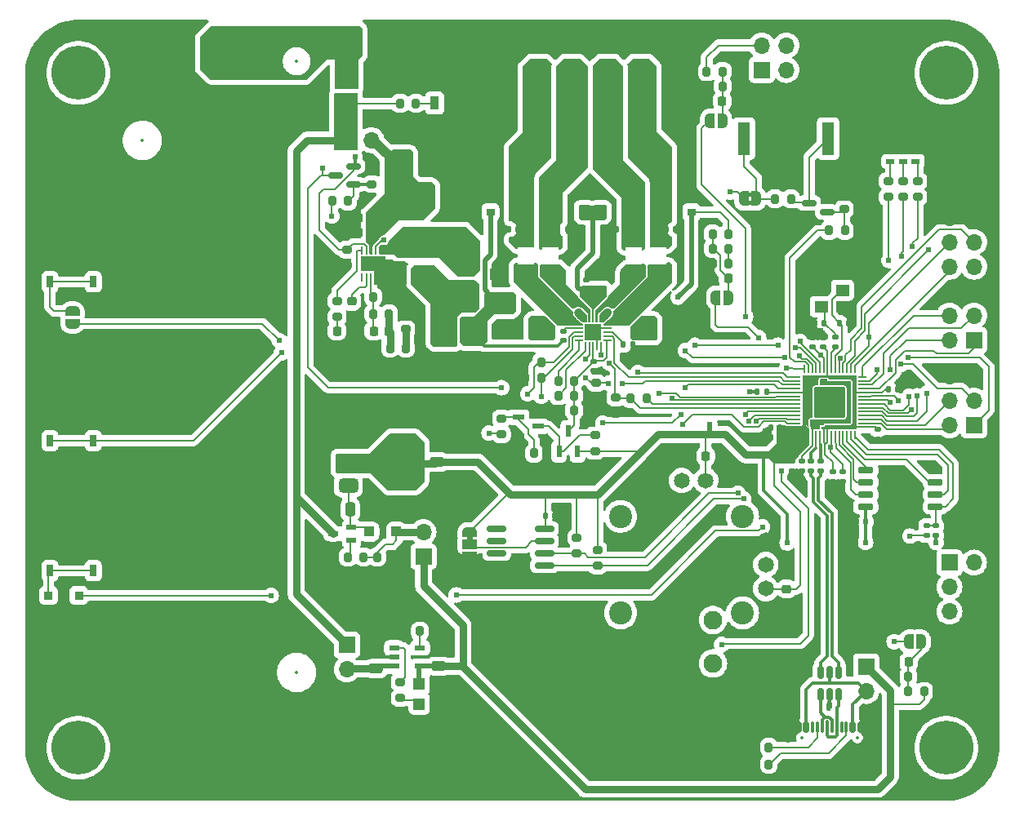
<source format=gtl>
%TF.GenerationSoftware,KiCad,Pcbnew,8.0.2*%
%TF.CreationDate,2024-05-30T20:06:03+01:00*%
%TF.ProjectId,StepUp,53746570-5570-42e6-9b69-6361645f7063,v0.1*%
%TF.SameCoordinates,Original*%
%TF.FileFunction,Copper,L1,Top*%
%TF.FilePolarity,Positive*%
%FSLAX46Y46*%
G04 Gerber Fmt 4.6, Leading zero omitted, Abs format (unit mm)*
G04 Created by KiCad (PCBNEW 8.0.2) date 2024-05-30 20:06:03*
%MOMM*%
%LPD*%
G01*
G04 APERTURE LIST*
G04 Aperture macros list*
%AMRoundRect*
0 Rectangle with rounded corners*
0 $1 Rounding radius*
0 $2 $3 $4 $5 $6 $7 $8 $9 X,Y pos of 4 corners*
0 Add a 4 corners polygon primitive as box body*
4,1,4,$2,$3,$4,$5,$6,$7,$8,$9,$2,$3,0*
0 Add four circle primitives for the rounded corners*
1,1,$1+$1,$2,$3*
1,1,$1+$1,$4,$5*
1,1,$1+$1,$6,$7*
1,1,$1+$1,$8,$9*
0 Add four rect primitives between the rounded corners*
20,1,$1+$1,$2,$3,$4,$5,0*
20,1,$1+$1,$4,$5,$6,$7,0*
20,1,$1+$1,$6,$7,$8,$9,0*
20,1,$1+$1,$8,$9,$2,$3,0*%
%AMFreePoly0*
4,1,19,0.500000,-0.750000,0.000000,-0.750000,0.000000,-0.744911,-0.071157,-0.744911,-0.207708,-0.704816,-0.327430,-0.627875,-0.420627,-0.520320,-0.479746,-0.390866,-0.500000,-0.250000,-0.500000,0.250000,-0.479746,0.390866,-0.420627,0.520320,-0.327430,0.627875,-0.207708,0.704816,-0.071157,0.744911,0.000000,0.744911,0.000000,0.750000,0.500000,0.750000,0.500000,-0.750000,0.500000,-0.750000,
$1*%
%AMFreePoly1*
4,1,19,0.000000,0.744911,0.071157,0.744911,0.207708,0.704816,0.327430,0.627875,0.420627,0.520320,0.479746,0.390866,0.500000,0.250000,0.500000,-0.250000,0.479746,-0.390866,0.420627,-0.520320,0.327430,-0.627875,0.207708,-0.704816,0.071157,-0.744911,0.000000,-0.744911,0.000000,-0.750000,-0.500000,-0.750000,-0.500000,0.750000,0.000000,0.750000,0.000000,0.744911,0.000000,0.744911,
$1*%
%AMFreePoly2*
4,1,19,0.550000,-0.750000,0.000000,-0.750000,0.000000,-0.744911,-0.071157,-0.744911,-0.207708,-0.704816,-0.327430,-0.627875,-0.420627,-0.520320,-0.479746,-0.390866,-0.500000,-0.250000,-0.500000,0.250000,-0.479746,0.390866,-0.420627,0.520320,-0.327430,0.627875,-0.207708,0.704816,-0.071157,0.744911,0.000000,0.744911,0.000000,0.750000,0.550000,0.750000,0.550000,-0.750000,0.550000,-0.750000,
$1*%
%AMFreePoly3*
4,1,19,0.000000,0.744911,0.071157,0.744911,0.207708,0.704816,0.327430,0.627875,0.420627,0.520320,0.479746,0.390866,0.500000,0.250000,0.500000,-0.250000,0.479746,-0.390866,0.420627,-0.520320,0.327430,-0.627875,0.207708,-0.704816,0.071157,-0.744911,0.000000,-0.744911,0.000000,-0.750000,-0.550000,-0.750000,-0.550000,0.750000,0.000000,0.750000,0.000000,0.744911,0.000000,0.744911,
$1*%
G04 Aperture macros list end*
%TA.AperFunction,EtchedComponent*%
%ADD10C,0.000000*%
%TD*%
%TA.AperFunction,SMDPad,CuDef*%
%ADD11R,0.863600X0.787400*%
%TD*%
%TA.AperFunction,SMDPad,CuDef*%
%ADD12RoundRect,0.250000X0.312500X0.625000X-0.312500X0.625000X-0.312500X-0.625000X0.312500X-0.625000X0*%
%TD*%
%TA.AperFunction,ComponentPad*%
%ADD13C,1.980000*%
%TD*%
%TA.AperFunction,SMDPad,CuDef*%
%ADD14FreePoly0,180.000000*%
%TD*%
%TA.AperFunction,SMDPad,CuDef*%
%ADD15FreePoly1,180.000000*%
%TD*%
%TA.AperFunction,SMDPad,CuDef*%
%ADD16RoundRect,0.150000X0.587500X0.150000X-0.587500X0.150000X-0.587500X-0.150000X0.587500X-0.150000X0*%
%TD*%
%TA.AperFunction,SMDPad,CuDef*%
%ADD17RoundRect,0.140000X0.140000X0.170000X-0.140000X0.170000X-0.140000X-0.170000X0.140000X-0.170000X0*%
%TD*%
%TA.AperFunction,SMDPad,CuDef*%
%ADD18RoundRect,0.140000X0.170000X-0.140000X0.170000X0.140000X-0.170000X0.140000X-0.170000X-0.140000X0*%
%TD*%
%TA.AperFunction,SMDPad,CuDef*%
%ADD19RoundRect,0.135000X0.185000X-0.135000X0.185000X0.135000X-0.185000X0.135000X-0.185000X-0.135000X0*%
%TD*%
%TA.AperFunction,SMDPad,CuDef*%
%ADD20RoundRect,0.140000X-0.170000X0.140000X-0.170000X-0.140000X0.170000X-0.140000X0.170000X0.140000X0*%
%TD*%
%TA.AperFunction,ComponentPad*%
%ADD21O,1.000000X1.800000*%
%TD*%
%TA.AperFunction,ComponentPad*%
%ADD22O,1.000000X2.100000*%
%TD*%
%TA.AperFunction,SMDPad,CuDef*%
%ADD23RoundRect,0.150000X-0.150000X-0.425000X0.150000X-0.425000X0.150000X0.425000X-0.150000X0.425000X0*%
%TD*%
%TA.AperFunction,SMDPad,CuDef*%
%ADD24RoundRect,0.075000X-0.075000X-0.500000X0.075000X-0.500000X0.075000X0.500000X-0.075000X0.500000X0*%
%TD*%
%TA.AperFunction,SMDPad,CuDef*%
%ADD25RoundRect,0.140000X-0.140000X-0.170000X0.140000X-0.170000X0.140000X0.170000X-0.140000X0.170000X0*%
%TD*%
%TA.AperFunction,SMDPad,CuDef*%
%ADD26RoundRect,0.200000X-0.200000X-0.275000X0.200000X-0.275000X0.200000X0.275000X-0.200000X0.275000X0*%
%TD*%
%TA.AperFunction,SMDPad,CuDef*%
%ADD27RoundRect,0.225000X0.225000X0.250000X-0.225000X0.250000X-0.225000X-0.250000X0.225000X-0.250000X0*%
%TD*%
%TA.AperFunction,SMDPad,CuDef*%
%ADD28RoundRect,0.200000X-0.275000X0.200000X-0.275000X-0.200000X0.275000X-0.200000X0.275000X0.200000X0*%
%TD*%
%TA.AperFunction,SMDPad,CuDef*%
%ADD29RoundRect,0.200000X0.200000X0.275000X-0.200000X0.275000X-0.200000X-0.275000X0.200000X-0.275000X0*%
%TD*%
%TA.AperFunction,SMDPad,CuDef*%
%ADD30RoundRect,0.225000X-0.225000X-0.250000X0.225000X-0.250000X0.225000X0.250000X-0.225000X0.250000X0*%
%TD*%
%TA.AperFunction,SMDPad,CuDef*%
%ADD31RoundRect,0.200000X0.275000X-0.200000X0.275000X0.200000X-0.275000X0.200000X-0.275000X-0.200000X0*%
%TD*%
%TA.AperFunction,SMDPad,CuDef*%
%ADD32R,1.000000X0.550000*%
%TD*%
%TA.AperFunction,ComponentPad*%
%ADD33C,0.600000*%
%TD*%
%TA.AperFunction,SMDPad,CuDef*%
%ADD34RoundRect,0.144000X1.456000X1.456000X-1.456000X1.456000X-1.456000X-1.456000X1.456000X-1.456000X0*%
%TD*%
%TA.AperFunction,SMDPad,CuDef*%
%ADD35RoundRect,0.050000X0.050000X0.387500X-0.050000X0.387500X-0.050000X-0.387500X0.050000X-0.387500X0*%
%TD*%
%TA.AperFunction,SMDPad,CuDef*%
%ADD36RoundRect,0.050000X0.387500X0.050000X-0.387500X0.050000X-0.387500X-0.050000X0.387500X-0.050000X0*%
%TD*%
%TA.AperFunction,ComponentPad*%
%ADD37C,1.650000*%
%TD*%
%TA.AperFunction,ComponentPad*%
%ADD38C,1.950000*%
%TD*%
%TA.AperFunction,ComponentPad*%
%ADD39C,2.400000*%
%TD*%
%TA.AperFunction,SMDPad,CuDef*%
%ADD40R,0.711200X1.219200*%
%TD*%
%TA.AperFunction,ComponentPad*%
%ADD41C,5.600000*%
%TD*%
%TA.AperFunction,SMDPad,CuDef*%
%ADD42R,1.753400X0.912000*%
%TD*%
%TA.AperFunction,SMDPad,CuDef*%
%ADD43FreePoly2,270.000000*%
%TD*%
%TA.AperFunction,SMDPad,CuDef*%
%ADD44R,1.500000X1.000000*%
%TD*%
%TA.AperFunction,SMDPad,CuDef*%
%ADD45FreePoly3,270.000000*%
%TD*%
%TA.AperFunction,HeatsinkPad*%
%ADD46C,0.600000*%
%TD*%
%TA.AperFunction,HeatsinkPad*%
%ADD47R,2.500000X1.600000*%
%TD*%
%TA.AperFunction,SMDPad,CuDef*%
%ADD48RoundRect,0.062500X0.062500X-0.362500X0.062500X0.362500X-0.062500X0.362500X-0.062500X-0.362500X0*%
%TD*%
%TA.AperFunction,SMDPad,CuDef*%
%ADD49R,0.900000X0.950000*%
%TD*%
%TA.AperFunction,SMDPad,CuDef*%
%ADD50RoundRect,0.150000X0.650000X0.150000X-0.650000X0.150000X-0.650000X-0.150000X0.650000X-0.150000X0*%
%TD*%
%TA.AperFunction,SMDPad,CuDef*%
%ADD51R,1.200000X1.200000*%
%TD*%
%TA.AperFunction,ComponentPad*%
%ADD52R,1.700000X1.700000*%
%TD*%
%TA.AperFunction,ComponentPad*%
%ADD53O,1.700000X1.700000*%
%TD*%
%TA.AperFunction,SMDPad,CuDef*%
%ADD54R,1.300000X3.400000*%
%TD*%
%TA.AperFunction,SMDPad,CuDef*%
%ADD55RoundRect,0.250000X0.650000X-1.000000X0.650000X1.000000X-0.650000X1.000000X-0.650000X-1.000000X0*%
%TD*%
%TA.AperFunction,SMDPad,CuDef*%
%ADD56RoundRect,0.150000X-0.825000X-0.150000X0.825000X-0.150000X0.825000X0.150000X-0.825000X0.150000X0*%
%TD*%
%TA.AperFunction,SMDPad,CuDef*%
%ADD57RoundRect,0.250000X-0.250000X-0.475000X0.250000X-0.475000X0.250000X0.475000X-0.250000X0.475000X0*%
%TD*%
%TA.AperFunction,SMDPad,CuDef*%
%ADD58FreePoly0,90.000000*%
%TD*%
%TA.AperFunction,SMDPad,CuDef*%
%ADD59FreePoly1,90.000000*%
%TD*%
%TA.AperFunction,SMDPad,CuDef*%
%ADD60RoundRect,0.225000X-0.250000X0.225000X-0.250000X-0.225000X0.250000X-0.225000X0.250000X0.225000X0*%
%TD*%
%TA.AperFunction,SMDPad,CuDef*%
%ADD61R,0.889000X0.533400*%
%TD*%
%TA.AperFunction,SMDPad,CuDef*%
%ADD62RoundRect,0.250000X0.250000X0.475000X-0.250000X0.475000X-0.250000X-0.475000X0.250000X-0.475000X0*%
%TD*%
%TA.AperFunction,ComponentPad*%
%ADD63R,1.800000X1.800000*%
%TD*%
%TA.AperFunction,ComponentPad*%
%ADD64C,1.800000*%
%TD*%
%TA.AperFunction,SMDPad,CuDef*%
%ADD65R,1.400000X1.200000*%
%TD*%
%TA.AperFunction,SMDPad,CuDef*%
%ADD66RoundRect,0.250000X-0.312500X-0.625000X0.312500X-0.625000X0.312500X0.625000X-0.312500X0.625000X0*%
%TD*%
%TA.AperFunction,SMDPad,CuDef*%
%ADD67RoundRect,0.375000X-0.625000X-0.375000X0.625000X-0.375000X0.625000X0.375000X-0.625000X0.375000X0*%
%TD*%
%TA.AperFunction,SMDPad,CuDef*%
%ADD68RoundRect,0.500000X-0.500000X-1.400000X0.500000X-1.400000X0.500000X1.400000X-0.500000X1.400000X0*%
%TD*%
%TA.AperFunction,SMDPad,CuDef*%
%ADD69RoundRect,0.135000X-0.185000X0.135000X-0.185000X-0.135000X0.185000X-0.135000X0.185000X0.135000X0*%
%TD*%
%TA.AperFunction,SMDPad,CuDef*%
%ADD70RoundRect,0.250000X-0.475000X0.250000X-0.475000X-0.250000X0.475000X-0.250000X0.475000X0.250000X0*%
%TD*%
%TA.AperFunction,SMDPad,CuDef*%
%ADD71RoundRect,0.250000X-0.412500X-0.925000X0.412500X-0.925000X0.412500X0.925000X-0.412500X0.925000X0*%
%TD*%
%TA.AperFunction,SMDPad,CuDef*%
%ADD72RoundRect,0.250000X0.475000X-0.250000X0.475000X0.250000X-0.475000X0.250000X-0.475000X-0.250000X0*%
%TD*%
%TA.AperFunction,SMDPad,CuDef*%
%ADD73R,0.600000X1.300000*%
%TD*%
%TA.AperFunction,SMDPad,CuDef*%
%ADD74R,2.200000X2.150000*%
%TD*%
%TA.AperFunction,SMDPad,CuDef*%
%ADD75R,1.050000X0.600000*%
%TD*%
%TA.AperFunction,SMDPad,CuDef*%
%ADD76R,0.950000X1.400000*%
%TD*%
%TA.AperFunction,SMDPad,CuDef*%
%ADD77R,1.300000X0.600000*%
%TD*%
%TA.AperFunction,SMDPad,CuDef*%
%ADD78RoundRect,0.225000X0.250000X-0.225000X0.250000X0.225000X-0.250000X0.225000X-0.250000X-0.225000X0*%
%TD*%
%TA.AperFunction,SMDPad,CuDef*%
%ADD79RoundRect,0.250000X0.450000X-0.400000X0.450000X0.400000X-0.450000X0.400000X-0.450000X-0.400000X0*%
%TD*%
%TA.AperFunction,SMDPad,CuDef*%
%ADD80RoundRect,0.250000X-1.000000X-0.650000X1.000000X-0.650000X1.000000X0.650000X-1.000000X0.650000X0*%
%TD*%
%TA.AperFunction,SMDPad,CuDef*%
%ADD81RoundRect,0.150000X0.150000X-0.512500X0.150000X0.512500X-0.150000X0.512500X-0.150000X-0.512500X0*%
%TD*%
%TA.AperFunction,SMDPad,CuDef*%
%ADD82RoundRect,0.250000X-0.300000X-0.300000X0.300000X-0.300000X0.300000X0.300000X-0.300000X0.300000X0*%
%TD*%
%TA.AperFunction,SMDPad,CuDef*%
%ADD83O,0.857199X0.204000*%
%TD*%
%TA.AperFunction,SMDPad,CuDef*%
%ADD84O,0.204000X0.857199*%
%TD*%
%TA.AperFunction,SMDPad,CuDef*%
%ADD85R,1.701800X1.701800*%
%TD*%
%TA.AperFunction,ViaPad*%
%ADD86C,0.610000*%
%TD*%
%TA.AperFunction,Conductor*%
%ADD87C,0.152400*%
%TD*%
%TA.AperFunction,Conductor*%
%ADD88C,0.304800*%
%TD*%
%TA.AperFunction,Conductor*%
%ADD89C,0.203200*%
%TD*%
%TA.AperFunction,Conductor*%
%ADD90C,0.508000*%
%TD*%
%TA.AperFunction,Conductor*%
%ADD91C,0.762000*%
%TD*%
%TA.AperFunction,Conductor*%
%ADD92C,0.200000*%
%TD*%
%TA.AperFunction,Conductor*%
%ADD93C,0.300000*%
%TD*%
%TA.AperFunction,Conductor*%
%ADD94C,0.310000*%
%TD*%
%TA.AperFunction,Conductor*%
%ADD95C,1.000000*%
%TD*%
%ADD96C,0.300000*%
%ADD97C,0.350000*%
%ADD98O,0.600000X1.400000*%
%ADD99O,0.600000X1.700000*%
G04 APERTURE END LIST*
D10*
%TA.AperFunction,EtchedComponent*%
%TO.C,JP7*%
G36*
X100651000Y-41856000D02*
G01*
X100151000Y-41856000D01*
X100151000Y-41456000D01*
X100651000Y-41456000D01*
X100651000Y-41856000D01*
G37*
%TD.AperFunction*%
%TA.AperFunction,EtchedComponent*%
G36*
X100651000Y-42656000D02*
G01*
X100151000Y-42656000D01*
X100151000Y-42256000D01*
X100651000Y-42256000D01*
X100651000Y-42656000D01*
G37*
%TD.AperFunction*%
%TA.AperFunction,EtchedComponent*%
%TO.C,JP2*%
G36*
X71642000Y-77510000D02*
G01*
X71042000Y-77510000D01*
X71042000Y-77010000D01*
X71642000Y-77010000D01*
X71642000Y-77510000D01*
G37*
%TD.AperFunction*%
%TD*%
D11*
%TO.P,D3,1*%
%TO.N,VMotor*%
X83502799Y-43439600D03*
%TO.P,D3,2*%
%TO.N,OA1_OUT*%
X80200799Y-43439600D03*
%TD*%
D12*
%TO.P,R22,1*%
%TO.N,GND*%
X92597900Y-55511001D03*
%TO.P,R22,2*%
%TO.N,/Motor Driver/BRB*%
X89672900Y-55511001D03*
%TD*%
D13*
%TO.P,BT1,P*%
%TO.N,Net-(D14-K)*%
X45390000Y-27802000D03*
%TO.P,BT1,N*%
%TO.N,GND*%
X45390000Y-100022000D03*
%TD*%
D14*
%TO.P,JP7,1,A*%
%TO.N,Net-(JP7-A)*%
X101051000Y-42056000D03*
D15*
%TO.P,JP7,2,B*%
%TO.N,+3V3*%
X99751000Y-42056000D03*
%TD*%
D16*
%TO.P,Q4,1,G*%
%TO.N,Net-(Q4-G)*%
X59281500Y-40573000D03*
%TO.P,Q4,2,S*%
%TO.N,/Power/BOOST_ENABLE*%
X59281500Y-38673000D03*
%TO.P,Q4,3,D*%
%TO.N,MCU_BOOST_EN*%
X57406500Y-39623000D03*
%TD*%
D17*
%TO.P,C10,1*%
%TO.N,+3V3*%
X102122000Y-62110000D03*
%TO.P,C10,2*%
%TO.N,GND*%
X101162000Y-62110000D03*
%TD*%
D18*
%TO.P,C5,1*%
%TO.N,+1V1*%
X106858000Y-57418000D03*
%TO.P,C5,2*%
%TO.N,GND*%
X106858000Y-56458000D03*
%TD*%
D19*
%TO.P,R6,1*%
%TO.N,USB_D+*%
X107754500Y-70300000D03*
%TO.P,R6,2*%
%TO.N,Net-(U3-USB_DP)*%
X107754500Y-69280000D03*
%TD*%
D20*
%TO.P,C8,1*%
%TO.N,+3V3*%
X104742000Y-69310000D03*
%TO.P,C8,2*%
%TO.N,GND*%
X104742000Y-70270000D03*
%TD*%
D21*
%TO.P,J1,S1,SHIELD*%
%TO.N,GND*%
X112962000Y-101635000D03*
D22*
X112962000Y-97455000D03*
D21*
X104322000Y-101635000D03*
D22*
X104322000Y-97455000D03*
D23*
%TO.P,J1,B12,GND*%
X105442000Y-96880000D03*
%TO.P,J1,B9,VBUS*%
%TO.N,Net-(J2-Pin_2)*%
X106242000Y-96880000D03*
D24*
%TO.P,J1,B8,SBU2*%
%TO.N,unconnected-(J1-SBU2-PadB8)*%
X106892000Y-96880000D03*
%TO.P,J1,B7,D-*%
%TO.N,USB_D-_IN*%
X107892000Y-96880000D03*
%TO.P,J1,B6,D+*%
%TO.N,USB_D+_IN*%
X109392000Y-96880000D03*
%TO.P,J1,B5,CC2*%
%TO.N,Net-(J1-CC2)*%
X110392000Y-96880000D03*
D23*
%TO.P,J1,B4,VBUS*%
%TO.N,Net-(J2-Pin_2)*%
X111042000Y-96880000D03*
%TO.P,J1,B1,GND*%
%TO.N,GND*%
X111842000Y-96880000D03*
%TO.P,J1,A12,GND*%
X111842000Y-96880000D03*
%TO.P,J1,A9,VBUS*%
%TO.N,Net-(J2-Pin_2)*%
X111042000Y-96880000D03*
D24*
%TO.P,J1,A8,SBU1*%
%TO.N,unconnected-(J1-SBU1-PadA8)*%
X109892000Y-96880000D03*
%TO.P,J1,A7,D-*%
%TO.N,USB_D-_IN*%
X108892000Y-96880000D03*
%TO.P,J1,A6,D+*%
%TO.N,USB_D+_IN*%
X108392000Y-96880000D03*
%TO.P,J1,A5,CC1*%
%TO.N,Net-(J1-CC1)*%
X107392000Y-96880000D03*
D23*
%TO.P,J1,A4,VBUS*%
%TO.N,Net-(J2-Pin_2)*%
X106242000Y-96880000D03*
%TO.P,J1,A1,GND*%
%TO.N,GND*%
X105442000Y-96880000D03*
%TD*%
D25*
%TO.P,C20,1*%
%TO.N,Net-(U5-1.8VOUT)*%
X87262000Y-57210000D03*
%TO.P,C20,2*%
%TO.N,GND*%
X88222000Y-57210000D03*
%TD*%
D26*
%TO.P,R36,1*%
%TO.N,GND*%
X95914000Y-30390000D03*
%TO.P,R36,2*%
%TO.N,Net-(JP4-A)*%
X97564000Y-30390000D03*
%TD*%
D20*
%TO.P,C19,1*%
%TO.N,/Motor Driver/TMC_VCC_IO*%
X84150000Y-58920000D03*
%TO.P,C19,2*%
%TO.N,GND*%
X84150000Y-59880000D03*
%TD*%
D27*
%TO.P,C40,1*%
%TO.N,+3V3*%
X95817000Y-68760000D03*
%TO.P,C40,2*%
%TO.N,GND*%
X94267000Y-68760000D03*
%TD*%
D28*
%TO.P,R12,1*%
%TO.N,Net-(Q1-G)*%
X84342000Y-66585000D03*
%TO.P,R12,2*%
%TO.N,+3V3*%
X84342000Y-68235000D03*
%TD*%
D19*
%TO.P,R2,1*%
%TO.N,+3V3*%
X119692500Y-76999500D03*
%TO.P,R2,2*%
%TO.N,/MCU/QSPI_SS*%
X119692500Y-75979500D03*
%TD*%
D29*
%TO.P,R31,1*%
%TO.N,Net-(U8-OVP)*%
X64717000Y-57560000D03*
%TO.P,R31,2*%
%TO.N,BOOST_VOUT*%
X63067000Y-57560000D03*
%TD*%
D19*
%TO.P,R5,1*%
%TO.N,/MCU/XOUT*%
X109277000Y-57448000D03*
%TO.P,R5,2*%
%TO.N,Net-(C2-Pad1)*%
X109277000Y-56428000D03*
%TD*%
%TO.P,R7,1*%
%TO.N,USB_D-*%
X106742000Y-70300000D03*
%TO.P,R7,2*%
%TO.N,Net-(U3-USB_DM)*%
X106742000Y-69280000D03*
%TD*%
D11*
%TO.P,D8,1*%
%TO.N,OB1_OUT*%
X87960400Y-41153600D03*
%TO.P,D8,2*%
%TO.N,GND*%
X84658400Y-41153600D03*
%TD*%
%TO.P,D10,1*%
%TO.N,OB2_OUT*%
X91008400Y-41153600D03*
%TO.P,D10,2*%
%TO.N,GND*%
X94310400Y-41153600D03*
%TD*%
D30*
%TO.P,C37,1*%
%TO.N,GND*%
X96570000Y-50278000D03*
%TO.P,C37,2*%
%TO.N,Net-(JP5-A)*%
X98120000Y-50278000D03*
%TD*%
D31*
%TO.P,R45,1*%
%TO.N,LED_BLUE*%
X114732000Y-41877000D03*
%TO.P,R45,2*%
%TO.N,Net-(LED2-Pad6)*%
X114732000Y-40227000D03*
%TD*%
D18*
%TO.P,C16,1*%
%TO.N,VMotor*%
X81050000Y-56740000D03*
%TO.P,C16,2*%
%TO.N,Net-(U5-VCP)*%
X81050000Y-55780000D03*
%TD*%
D11*
%TO.P,D7,1*%
%TO.N,VMotor*%
X84658400Y-43439600D03*
%TO.P,D7,2*%
%TO.N,OB1_OUT*%
X87960400Y-43439600D03*
%TD*%
D31*
%TO.P,R43,1*%
%TO.N,LED_RED*%
X117780000Y-41877000D03*
%TO.P,R43,2*%
%TO.N,Net-(LED2-Pad4)*%
X117780000Y-40227000D03*
%TD*%
%TO.P,R10,1*%
%TO.N,~{TMC_STBDY}*%
X74625400Y-66496001D03*
%TO.P,R10,2*%
%TO.N,Net-(Q2-G)*%
X74625400Y-64846001D03*
%TD*%
D29*
%TO.P,R34,1*%
%TO.N,GND*%
X62979000Y-52228000D03*
%TO.P,R34,2*%
%TO.N,Net-(U8-FB)*%
X61329000Y-52228000D03*
%TD*%
D26*
%TO.P,R4,1*%
%TO.N,GND*%
X100699000Y-100742000D03*
%TO.P,R4,2*%
%TO.N,Net-(J1-CC2)*%
X102349000Y-100742000D03*
%TD*%
D27*
%TO.P,C29,1*%
%TO.N,BOOST_VIN*%
X61317000Y-45534000D03*
%TO.P,C29,2*%
%TO.N,GND*%
X59767000Y-45534000D03*
%TD*%
D32*
%TO.P,Q3,1,G*%
%TO.N,Net-(Q3-G)*%
X59074000Y-77458000D03*
%TO.P,Q3,2,S*%
%TO.N,Net-(D11-K)*%
X59074000Y-76158000D03*
%TO.P,Q3,3,D*%
%TO.N,Vbat*%
X57174000Y-76808000D03*
%TD*%
D33*
%TO.P,U3,57,GND*%
%TO.N,GND*%
X107366000Y-61880000D03*
X107366000Y-63155000D03*
X107366000Y-64430000D03*
X108641000Y-61880000D03*
D34*
X108641000Y-63155000D03*
D33*
X108641000Y-63155000D03*
X108641000Y-64430000D03*
X109916000Y-61880000D03*
X109916000Y-63155000D03*
X109916000Y-64430000D03*
D35*
%TO.P,U3,56,QSPI_SS*%
%TO.N,/MCU/QSPI_SS*%
X111241000Y-66592500D03*
%TO.P,U3,55,QSPI_SD1*%
%TO.N,/MCU/QSPI_SD1*%
X110841000Y-66592500D03*
%TO.P,U3,54,QSPI_SD2*%
%TO.N,/MCU/QSPI_SD2*%
X110441000Y-66592500D03*
%TO.P,U3,53,QSPI_SD0*%
%TO.N,/MCU/QSPI_SD0*%
X110041000Y-66592500D03*
%TO.P,U3,52,QSPI_SCLK*%
%TO.N,/MCU/QSPI_SCLK*%
X109641000Y-66592500D03*
%TO.P,U3,51,QSPI_SD3*%
%TO.N,/MCU/QSPI_SD3*%
X109241000Y-66592500D03*
%TO.P,U3,50,DVDD*%
%TO.N,+1V1*%
X108841000Y-66592500D03*
%TO.P,U3,49,IOVDD*%
%TO.N,+3V3*%
X108441000Y-66592500D03*
%TO.P,U3,48,USB_VDD*%
X108041000Y-66592500D03*
%TO.P,U3,47,USB_DP*%
%TO.N,Net-(U3-USB_DP)*%
X107641000Y-66592500D03*
%TO.P,U3,46,USB_DM*%
%TO.N,Net-(U3-USB_DM)*%
X107241000Y-66592500D03*
%TO.P,U3,45,VREG_VOUT*%
%TO.N,+1V1*%
X106841000Y-66592500D03*
%TO.P,U3,44,VREG_IN*%
%TO.N,+3V3*%
X106441000Y-66592500D03*
%TO.P,U3,43,ADC_AVDD*%
X106041000Y-66592500D03*
D36*
%TO.P,U3,42,IOVDD*%
X105203500Y-65755000D03*
%TO.P,U3,41,GPIO29_ADC3*%
%TO.N,JOY_AXIS_MCU_H*%
X105203500Y-65355000D03*
%TO.P,U3,40,GPIO28_ADC2*%
%TO.N,JOY_AXIS_MCU_V*%
X105203500Y-64955000D03*
%TO.P,U3,39,GPIO27_ADC1*%
%TO.N,VMOTOR_MONITOR*%
X105203500Y-64555000D03*
%TO.P,U3,38,GPIO26_ADC0*%
%TO.N,VBAT_MONITOR*%
X105203500Y-64155000D03*
%TO.P,U3,37,GPIO25*%
%TO.N,TMC_UART_RX*%
X105203500Y-63755000D03*
%TO.P,U3,36,GPIO24*%
%TO.N,TMC_UART_TX*%
X105203500Y-63355000D03*
%TO.P,U3,35,GPIO23*%
%TO.N,TMC_STEP*%
X105203500Y-62955000D03*
%TO.P,U3,34,GPIO22*%
%TO.N,TMC_DIR*%
X105203500Y-62555000D03*
%TO.P,U3,33,IOVDD*%
%TO.N,+3V3*%
X105203500Y-62155000D03*
%TO.P,U3,32,GPIO21*%
%TO.N,~{TMC_STBDY}*%
X105203500Y-61755000D03*
%TO.P,U3,31,GPIO20*%
%TO.N,TMC_EN*%
X105203500Y-61355000D03*
%TO.P,U3,30,GPIO19*%
%TO.N,TMC_DIAG*%
X105203500Y-60955000D03*
%TO.P,U3,29,GPIO18*%
%TO.N,MCU_BOOST_EN*%
X105203500Y-60555000D03*
D35*
%TO.P,U3,28,GPIO17*%
%TO.N,JOY_MCU_BTN*%
X106041000Y-59717500D03*
%TO.P,U3,27,GPIO16*%
%TO.N,BUZZER*%
X106441000Y-59717500D03*
%TO.P,U3,26,RUN*%
%TO.N,/MCU/RUN*%
X106841000Y-59717500D03*
%TO.P,U3,25,SWD*%
%TO.N,/MCU/SWD*%
X107241000Y-59717500D03*
%TO.P,U3,24,SWCLK*%
%TO.N,/MCU/SWCLK*%
X107641000Y-59717500D03*
%TO.P,U3,23,DVDD*%
%TO.N,+1V1*%
X108041000Y-59717500D03*
%TO.P,U3,22,IOVDD*%
%TO.N,+3V3*%
X108441000Y-59717500D03*
%TO.P,U3,21,XOUT*%
%TO.N,/MCU/XOUT*%
X108841000Y-59717500D03*
%TO.P,U3,20,XIN*%
%TO.N,/MCU/XIN*%
X109241000Y-59717500D03*
%TO.P,U3,19,TESTEN*%
%TO.N,GND*%
X109641000Y-59717500D03*
%TO.P,U3,18,GPIO15*%
%TO.N,/MCU/GPIO15*%
X110041000Y-59717500D03*
%TO.P,U3,17,GPIO14*%
%TO.N,/MCU/GPIO14*%
X110441000Y-59717500D03*
%TO.P,U3,16,GPIO13*%
%TO.N,/MCU/GPIO13*%
X110841000Y-59717500D03*
%TO.P,U3,15,GPIO12*%
%TO.N,/MCU/GPIO12*%
X111241000Y-59717500D03*
D36*
%TO.P,U3,14,GPIO11*%
%TO.N,/MCU/GPIO11*%
X112078500Y-60555000D03*
%TO.P,U3,13,GPIO10*%
%TO.N,/MCU/GPIO10*%
X112078500Y-60955000D03*
%TO.P,U3,12,GPIO9*%
%TO.N,/MCU/GPIO9*%
X112078500Y-61355000D03*
%TO.P,U3,11,GPIO8*%
%TO.N,/MCU/GPIO8*%
X112078500Y-61755000D03*
%TO.P,U3,10,IOVDD*%
%TO.N,+3V3*%
X112078500Y-62155000D03*
%TO.P,U3,9,GPIO7*%
%TO.N,/MCU/EEPROM_SCL*%
X112078500Y-62555000D03*
%TO.P,U3,8,GPIO6*%
%TO.N,/MCU/EEPROM_SDA*%
X112078500Y-62955000D03*
%TO.P,U3,7,GPIO5*%
%TO.N,LED_BLUE*%
X112078500Y-63355000D03*
%TO.P,U3,6,GPIO4*%
%TO.N,VUSB_MONITOR*%
X112078500Y-63755000D03*
%TO.P,U3,5,GPIO3*%
%TO.N,LED_GREEN*%
X112078500Y-64155000D03*
%TO.P,U3,4,GPIO2*%
%TO.N,LED_RED*%
X112078500Y-64555000D03*
%TO.P,U3,3,GPIO1*%
%TO.N,/MCU/UART_0_RX*%
X112078500Y-64955000D03*
%TO.P,U3,2,GPIO0*%
%TO.N,/MCU/UART_0_TX*%
X112078500Y-65355000D03*
%TO.P,U3,1,IOVDD*%
%TO.N,+3V3*%
X112078500Y-65755000D03*
%TD*%
D26*
%TO.P,R3,1*%
%TO.N,GND*%
X100699000Y-98964000D03*
%TO.P,R3,2*%
%TO.N,Net-(J1-CC1)*%
X102349000Y-98964000D03*
%TD*%
D20*
%TO.P,C7,1*%
%TO.N,+3V3*%
X109024500Y-70419500D03*
%TO.P,C7,2*%
%TO.N,GND*%
X109024500Y-71379500D03*
%TD*%
D26*
%TO.P,R25,1*%
%TO.N,GND*%
X64515000Y-86930000D03*
%TO.P,R25,2*%
%TO.N,Net-(U7-PROG)*%
X66165000Y-86930000D03*
%TD*%
D37*
%TO.P,JOY1,1,1*%
%TO.N,+3V3*%
X95804500Y-71285000D03*
%TO.P,JOY1,2,2*%
%TO.N,/User Input/JOYSTICK_AXIS_H*%
X93304500Y-71285000D03*
%TO.P,JOY1,3,3*%
%TO.N,GND*%
X90804500Y-71285000D03*
%TO.P,JOY1,11,1'*%
%TO.N,+3V3*%
X102034500Y-82515000D03*
%TO.P,JOY1,12,2'*%
%TO.N,/User Input/JOYSTICK_AXIS_V*%
X102034500Y-80015000D03*
%TO.P,JOY1,13,3'*%
%TO.N,GND*%
X102034500Y-77515000D03*
D38*
%TO.P,JOY1,A1,COM_1*%
X90054500Y-85765000D03*
%TO.P,JOY1,B1,COM_2*%
%TO.N,/User Input/JOYSTICK_BUTTON*%
X96554500Y-85765000D03*
%TO.P,JOY1,C1,NO_1*%
%TO.N,GND*%
X90054500Y-90265000D03*
%TO.P,JOY1,D1,NO_2*%
%TO.N,/User Input/JOYSTICK_BUTTON*%
X96554500Y-90265000D03*
D39*
%TO.P,JOY1,MH1,MH1*%
%TO.N,unconnected-(JOY1-PadMH1)*%
X99629500Y-75015000D03*
%TO.P,JOY1,MH2,MH2*%
%TO.N,unconnected-(JOY1-PadMH2)*%
X86979500Y-75015000D03*
%TO.P,JOY1,MH3,MH3*%
%TO.N,unconnected-(JOY1-PadMH3)*%
X86979500Y-85015000D03*
%TO.P,JOY1,MH4,MH4*%
%TO.N,unconnected-(JOY1-PadMH4)*%
X99629500Y-85015000D03*
%TD*%
D20*
%TO.P,C6,1*%
%TO.N,+1V1*%
X105742000Y-69310000D03*
%TO.P,C6,2*%
%TO.N,GND*%
X105742000Y-70270000D03*
%TD*%
D40*
%TO.P,SW3,1*%
%TO.N,Net-(JP1-B)*%
X27826100Y-50678600D03*
%TO.P,SW3,2*%
X32321900Y-50678600D03*
%TO.P,SW3,3*%
%TO.N,GND*%
X32321900Y-41585400D03*
%TO.P,SW3,4*%
X27826100Y-41585400D03*
%TD*%
D29*
%TO.P,R41,1*%
%TO.N,GND*%
X118459000Y-91662000D03*
%TO.P,R41,2*%
%TO.N,Net-(JP6-A)*%
X116809000Y-91662000D03*
%TD*%
D26*
%TO.P,R33,1*%
%TO.N,Net-(U8-FB)*%
X61329000Y-54006000D03*
%TO.P,R33,2*%
%TO.N,BOOST_VOUT*%
X62979000Y-54006000D03*
%TD*%
D41*
%TO.P,H1,1*%
%TO.N,N/C*%
X30742000Y-29010000D03*
%TD*%
D14*
%TO.P,JP4,1,A*%
%TO.N,Net-(JP4-A)*%
X97534000Y-33942000D03*
D15*
%TO.P,JP4,2,B*%
%TO.N,VBAT_MONITOR*%
X96234000Y-33942000D03*
%TD*%
D28*
%TO.P,R29,1*%
%TO.N,Net-(U8-COMP)*%
X57582000Y-52673000D03*
%TO.P,R29,2*%
%TO.N,Net-(C33-Pad1)*%
X57582000Y-54323000D03*
%TD*%
D42*
%TO.P,L1,1,1*%
%TO.N,OA1_OUT*%
X79705400Y-46622201D03*
%TO.P,L1,2,2*%
%TO.N,OA1*%
X79705400Y-49413801D03*
%TD*%
D17*
%TO.P,C13,1*%
%TO.N,+3V3*%
X103522000Y-65810000D03*
%TO.P,C13,2*%
%TO.N,GND*%
X102562000Y-65810000D03*
%TD*%
D26*
%TO.P,R40,1*%
%TO.N,Net-(JP6-A)*%
X116812000Y-93186000D03*
%TO.P,R40,2*%
%TO.N,V_USB*%
X118462000Y-93186000D03*
%TD*%
D11*
%TO.P,D4,1*%
%TO.N,OA1_OUT*%
X80200799Y-41153600D03*
%TO.P,D4,2*%
%TO.N,GND*%
X83502799Y-41153600D03*
%TD*%
D43*
%TO.P,JP2,1,A*%
%TO.N,+3V3*%
X71342000Y-76610000D03*
D44*
%TO.P,JP2,2,C*%
%TO.N,Net-(JP2-C)*%
X71342000Y-77910000D03*
D45*
%TO.P,JP2,3,B*%
%TO.N,GND*%
X71342000Y-79210000D03*
%TD*%
D46*
%TO.P,U8,13,PGND*%
%TO.N,GND*%
X62311000Y-48330000D03*
X61361000Y-48330000D03*
X60411000Y-48330000D03*
D47*
X61361000Y-48830000D03*
D46*
X62311000Y-49330000D03*
X61361000Y-49330000D03*
X60411000Y-49330000D03*
D48*
%TO.P,U8,12,COMP*%
%TO.N,Net-(U8-COMP)*%
X60111000Y-47405000D03*
%TO.P,U8,11,EN*%
%TO.N,/Power/BOOST_ENABLE*%
X60611000Y-47405000D03*
%TO.P,U8,10,VIN*%
%TO.N,BOOST_VIN*%
X61111000Y-47405000D03*
%TO.P,U8,9,OVP*%
%TO.N,Net-(U8-OVP)*%
X61611000Y-47405000D03*
%TO.P,U8,8,SW*%
%TO.N,Net-(D13-A)*%
X62111000Y-47405000D03*
%TO.P,U8,7,SW*%
X62611000Y-47405000D03*
%TO.P,U8,6,PGND*%
%TO.N,GND*%
X62611000Y-50255000D03*
%TO.P,U8,5,PGND*%
X62111000Y-50255000D03*
%TO.P,U8,4,AGND*%
X61611000Y-50255000D03*
%TO.P,U8,3,FB*%
%TO.N,Net-(U8-FB)*%
X61111000Y-50255000D03*
%TO.P,U8,2,SS*%
%TO.N,Net-(U8-SS)*%
X60611000Y-50255000D03*
%TO.P,U8,1,NC*%
%TO.N,unconnected-(U8-NC-Pad1)*%
X60111000Y-50255000D03*
%TD*%
D17*
%TO.P,C3,1*%
%TO.N,+3V3*%
X112422000Y-75560000D03*
%TO.P,C3,2*%
%TO.N,GND*%
X111462000Y-75560000D03*
%TD*%
D16*
%TO.P,Q5,1,G*%
%TO.N,Net-(Q5-G)*%
X108387000Y-43448000D03*
%TO.P,Q5,2,S*%
%TO.N,GND*%
X108387000Y-41548000D03*
%TO.P,Q5,3,D*%
%TO.N,Net-(Q5-D)*%
X106512000Y-42498000D03*
%TD*%
D28*
%TO.P,R30,1*%
%TO.N,GND*%
X61192000Y-38885000D03*
%TO.P,R30,2*%
%TO.N,Net-(Q4-G)*%
X61192000Y-40535000D03*
%TD*%
D49*
%TO.P,D1,A*%
%TO.N,/MCU/~{USB_BOOT}*%
X30817000Y-83210000D03*
%TO.P,D1,K*%
%TO.N,Net-(D1-PadK)*%
X27667000Y-83210000D03*
%TD*%
D31*
%TO.P,R9,1*%
%TO.N,/MCU/EEPROM_SDA*%
X84592000Y-80135000D03*
%TO.P,R9,2*%
%TO.N,+3V3*%
X84592000Y-78485000D03*
%TD*%
D17*
%TO.P,C15,1*%
%TO.N,+3V3*%
X103522000Y-66826000D03*
%TO.P,C15,2*%
%TO.N,GND*%
X102562000Y-66826000D03*
%TD*%
D40*
%TO.P,SW1,1*%
%TO.N,/MCU/RUN*%
X27826100Y-67163200D03*
%TO.P,SW1,2*%
X32321900Y-67163200D03*
%TO.P,SW1,3*%
%TO.N,GND*%
X32321900Y-58070000D03*
%TO.P,SW1,4*%
X27826100Y-58070000D03*
%TD*%
D29*
%TO.P,R16,1*%
%TO.N,/Motor Driver/TMC_VCC_IO*%
X82162001Y-64013400D03*
%TO.P,R16,2*%
%TO.N,GND*%
X80512001Y-64013400D03*
%TD*%
D42*
%TO.P,L4,1,1*%
%TO.N,OB2_OUT*%
X90881400Y-46622201D03*
%TO.P,L4,2,2*%
%TO.N,OB2*%
X90881400Y-49413801D03*
%TD*%
D29*
%TO.P,R39,1*%
%TO.N,Net-(R38-Pad2)*%
X98167000Y-48754000D03*
%TO.P,R39,2*%
%TO.N,GND*%
X96517000Y-48754000D03*
%TD*%
D50*
%TO.P,U2,1,~{CS}*%
%TO.N,/MCU/QSPI_SS*%
X119606500Y-73996500D03*
%TO.P,U2,2,DO(IO1)*%
%TO.N,/MCU/QSPI_SD1*%
X119606500Y-72726500D03*
%TO.P,U2,3,IO2*%
%TO.N,/MCU/QSPI_SD2*%
X119606500Y-71456500D03*
%TO.P,U2,4,GND*%
%TO.N,GND*%
X119606500Y-70186500D03*
%TO.P,U2,5,DI(IO0)*%
%TO.N,/MCU/QSPI_SD0*%
X112406500Y-70186500D03*
%TO.P,U2,6,CLK*%
%TO.N,/MCU/QSPI_SCLK*%
X112406500Y-71456500D03*
%TO.P,U2,7,IO3*%
%TO.N,/MCU/QSPI_SD3*%
X112406500Y-72726500D03*
%TO.P,U2,8,VCC*%
%TO.N,+3V3*%
X112406500Y-73996500D03*
%TD*%
D14*
%TO.P,JP5,1,A*%
%TO.N,Net-(JP5-A)*%
X98137000Y-52310000D03*
D15*
%TO.P,JP5,2,B*%
%TO.N,VMOTOR_MONITOR*%
X96837000Y-52310000D03*
%TD*%
D30*
%TO.P,C33,1*%
%TO.N,Net-(C33-Pad1)*%
X57569000Y-55784000D03*
%TO.P,C33,2*%
%TO.N,GND*%
X59119000Y-55784000D03*
%TD*%
D51*
%TO.P,D12,1*%
%TO.N,V_USB*%
X66112000Y-92370000D03*
%TO.P,D12,2*%
%TO.N,Net-(D12-Pad2)*%
X66112000Y-94470000D03*
%TD*%
D29*
%TO.P,R15,1*%
%TO.N,TMC_DIR*%
X78767000Y-59010000D03*
%TO.P,R15,2*%
%TO.N,GND*%
X77117000Y-59010000D03*
%TD*%
D17*
%TO.P,C21,1*%
%TO.N,GND*%
X81455400Y-45217600D03*
%TO.P,C21,2*%
%TO.N,OA1_OUT*%
X80495400Y-45217600D03*
%TD*%
D20*
%TO.P,C4,1*%
%TO.N,+1V1*%
X110040500Y-70419500D03*
%TO.P,C4,2*%
%TO.N,GND*%
X110040500Y-71379500D03*
%TD*%
D14*
%TO.P,JP6,1,A*%
%TO.N,Net-(JP6-A)*%
X118142000Y-88010000D03*
D15*
%TO.P,JP6,2,B*%
%TO.N,VUSB_MONITOR*%
X116842000Y-88010000D03*
%TD*%
D52*
%TO.P,J4,1,Pin_1*%
%TO.N,/MCU/GPIO8*%
X123622000Y-56716000D03*
D53*
%TO.P,J4,2,Pin_2*%
%TO.N,/MCU/GPIO10*%
X121082000Y-56716000D03*
%TO.P,J4,3,Pin_3*%
%TO.N,/MCU/GPIO9*%
X123622000Y-54176000D03*
%TO.P,J4,4,Pin_4*%
%TO.N,/MCU/GPIO11*%
X121082000Y-54176000D03*
%TO.P,J4,5,Pin_5*%
%TO.N,GND*%
X123622000Y-51636000D03*
%TO.P,J4,6,Pin_6*%
X121082000Y-51636000D03*
%TO.P,J4,7,Pin_7*%
%TO.N,/MCU/GPIO14*%
X123622000Y-49096000D03*
%TO.P,J4,8,Pin_8*%
%TO.N,/MCU/GPIO12*%
X121082000Y-49096000D03*
%TO.P,J4,9,Pin_9*%
%TO.N,/MCU/GPIO15*%
X123622000Y-46556000D03*
%TO.P,J4,10,Pin_10*%
%TO.N,/MCU/GPIO13*%
X121082000Y-46556000D03*
%TO.P,J4,11,Pin_11*%
%TO.N,GND*%
X123622000Y-44016000D03*
%TO.P,J4,12,Pin_12*%
X121082000Y-44016000D03*
%TD*%
D27*
%TO.P,C38,1*%
%TO.N,GND*%
X118409000Y-90142000D03*
%TO.P,C38,2*%
%TO.N,Net-(JP6-A)*%
X116859000Y-90142000D03*
%TD*%
D54*
%TO.P,BZ1,1*%
%TO.N,Net-(JP7-A)*%
X99792000Y-35810000D03*
%TO.P,BZ1,2*%
%TO.N,Net-(Q5-D)*%
X108492000Y-35810000D03*
%TD*%
D26*
%TO.P,R28,1*%
%TO.N,V_USB*%
X57067000Y-42310000D03*
%TO.P,R28,2*%
%TO.N,Net-(Q4-G)*%
X58717000Y-42310000D03*
%TD*%
D55*
%TO.P,D13,1,K*%
%TO.N,BOOST_VOUT*%
X70992000Y-52210000D03*
%TO.P,D13,2,A*%
%TO.N,Net-(D13-A)*%
X70992000Y-48210000D03*
%TD*%
D29*
%TO.P,R48,1*%
%TO.N,Net-(Q5-D)*%
X104640000Y-42060000D03*
%TO.P,R48,2*%
%TO.N,Net-(JP7-A)*%
X102990000Y-42060000D03*
%TD*%
D56*
%TO.P,U4,1*%
%TO.N,unconnected-(U4-Pad1)*%
X74142000Y-76305000D03*
%TO.P,U4,2*%
%TO.N,unconnected-(U4-Pad2)*%
X74142000Y-77575000D03*
%TO.P,U4,3*%
%TO.N,unconnected-(U4-Pad3)*%
X74142000Y-78845000D03*
%TO.P,U4,4,VSS*%
%TO.N,GND*%
X74142000Y-80115000D03*
%TO.P,U4,5,SDA*%
%TO.N,/MCU/EEPROM_SDA*%
X79092000Y-80115000D03*
%TO.P,U4,6,SCL*%
%TO.N,/MCU/EEPROM_SCL*%
X79092000Y-78845000D03*
%TO.P,U4,7,WP*%
%TO.N,Net-(JP2-C)*%
X79092000Y-77575000D03*
%TO.P,U4,8,VDD*%
%TO.N,+3V3*%
X79092000Y-76305000D03*
%TD*%
D17*
%TO.P,C2,1*%
%TO.N,Net-(C2-Pad1)*%
X108100000Y-54934000D03*
%TO.P,C2,2*%
%TO.N,GND*%
X107140000Y-54934000D03*
%TD*%
D40*
%TO.P,SW2,1*%
%TO.N,Net-(D1-PadK)*%
X27826100Y-80650600D03*
%TO.P,SW2,2*%
X32321900Y-80650600D03*
%TO.P,SW2,3*%
%TO.N,GND*%
X32321900Y-71557400D03*
%TO.P,SW2,4*%
X27826100Y-71557400D03*
%TD*%
D57*
%TO.P,C25,1*%
%TO.N,Net-(D11-K)*%
X58952000Y-74294000D03*
%TO.P,C25,2*%
%TO.N,GND*%
X60852000Y-74294000D03*
%TD*%
D41*
%TO.P,H2,1*%
%TO.N,N/C*%
X30742000Y-99010000D03*
%TD*%
D58*
%TO.P,JP1,1,A*%
%TO.N,/MCU/GPIO13*%
X30150000Y-55022000D03*
D59*
%TO.P,JP1,2,B*%
%TO.N,Net-(JP1-B)*%
X30150000Y-53722000D03*
%TD*%
D60*
%TO.P,C32,1*%
%TO.N,Net-(U8-SS)*%
X59106000Y-52723000D03*
%TO.P,C32,2*%
%TO.N,GND*%
X59106000Y-54273000D03*
%TD*%
D25*
%TO.P,C1,1*%
%TO.N,/MCU/XIN*%
X109680000Y-54934000D03*
%TO.P,C1,2*%
%TO.N,GND*%
X110640000Y-54934000D03*
%TD*%
D42*
%TO.P,L2,1,1*%
%TO.N,OA2_OUT*%
X77165400Y-46622201D03*
%TO.P,L2,2,2*%
%TO.N,OA2*%
X77165400Y-49413801D03*
%TD*%
D61*
%TO.P,LED2,1,1*%
%TO.N,GND*%
X117551400Y-34790900D03*
%TO.P,LED2,2,2*%
X116256000Y-34790900D03*
%TO.P,LED2,3,3*%
X114960600Y-34790900D03*
%TO.P,LED2,4,4*%
%TO.N,Net-(LED2-Pad4)*%
X117551400Y-38169100D03*
%TO.P,LED2,5,5*%
%TO.N,Net-(LED2-Pad5)*%
X116256000Y-38169100D03*
%TO.P,LED2,6,6*%
%TO.N,Net-(LED2-Pad6)*%
X114960600Y-38169100D03*
%TD*%
D29*
%TO.P,R14,1*%
%TO.N,TMC_STEP*%
X78767000Y-60610000D03*
%TO.P,R14,2*%
%TO.N,GND*%
X77117000Y-60610000D03*
%TD*%
D20*
%TO.P,C9,1*%
%TO.N,+3V3*%
X113642000Y-66010000D03*
%TO.P,C9,2*%
%TO.N,GND*%
X113642000Y-66970000D03*
%TD*%
D25*
%TO.P,C14,1*%
%TO.N,+3V3*%
X79162000Y-74910000D03*
%TO.P,C14,2*%
%TO.N,GND*%
X80122000Y-74910000D03*
%TD*%
D62*
%TO.P,C35,1*%
%TO.N,BOOST_VOUT*%
X65942000Y-50010000D03*
%TO.P,C35,2*%
%TO.N,GND*%
X64042000Y-50010000D03*
%TD*%
D29*
%TO.P,R18,1*%
%TO.N,/Motor Driver/TMC_VCC_IO*%
X82162001Y-60965400D03*
%TO.P,R18,2*%
%TO.N,/Motor Driver/TMC_MS1{slash}AD0*%
X80512001Y-60965400D03*
%TD*%
D63*
%TO.P,J5,1_A,1*%
%TO.N,OB2_OUT*%
X89019400Y-36699501D03*
%TO.P,J5,1_B,1__1*%
X89019400Y-29699501D03*
D64*
%TO.P,J5,2_A,2*%
%TO.N,OB1_OUT*%
X85519400Y-36699501D03*
%TO.P,J5,2_B,2__1*%
X85519400Y-29699501D03*
%TO.P,J5,3_A,3*%
%TO.N,OA1_OUT*%
X82019400Y-36699501D03*
%TO.P,J5,3_B,3__1*%
X82019400Y-29699501D03*
%TO.P,J5,4_A,4*%
%TO.N,OA2_OUT*%
X78519400Y-36699501D03*
%TO.P,J5,4_B,4__1*%
X78519400Y-29699501D03*
%TD*%
D25*
%TO.P,C24,1*%
%TO.N,OB2_OUT*%
X91699400Y-45217600D03*
%TO.P,C24,2*%
%TO.N,GND*%
X92659400Y-45217600D03*
%TD*%
D65*
%TO.P,Y1,1,1*%
%TO.N,/MCU/XIN*%
X109990000Y-51544000D03*
%TO.P,Y1,2,2*%
%TO.N,GND*%
X107790000Y-51544000D03*
%TO.P,Y1,3,3*%
%TO.N,Net-(C2-Pad1)*%
X107790000Y-53244000D03*
%TO.P,Y1,4,4*%
%TO.N,GND*%
X109990000Y-53244000D03*
%TD*%
D26*
%TO.P,R19,1*%
%TO.N,TMC_UART_RX*%
X88017000Y-62760000D03*
%TO.P,R19,2*%
%TO.N,TMC_UART_TX*%
X89667000Y-62760000D03*
%TD*%
D66*
%TO.P,R21,1*%
%TO.N,GND*%
X75448900Y-55511001D03*
%TO.P,R21,2*%
%TO.N,/Motor Driver/BRA*%
X78373900Y-55511001D03*
%TD*%
D17*
%TO.P,C22,1*%
%TO.N,OA2_OUT*%
X76347400Y-45217600D03*
%TO.P,C22,2*%
%TO.N,GND*%
X75387400Y-45217600D03*
%TD*%
D67*
%TO.P,U6,1,GND*%
%TO.N,GND*%
X58750000Y-67200000D03*
%TO.P,U6,2,VO*%
%TO.N,+3V3*%
X58750000Y-69500000D03*
D68*
X65050000Y-69500000D03*
D67*
%TO.P,U6,3,VI*%
%TO.N,Net-(D11-K)*%
X58750000Y-71800000D03*
%TD*%
D69*
%TO.P,R1,1*%
%TO.N,/MCU/QSPI_SS*%
X118692500Y-75989500D03*
%TO.P,R1,2*%
%TO.N,/MCU/~{USB_BOOT}*%
X118692500Y-77009500D03*
%TD*%
D18*
%TO.P,C12,1*%
%TO.N,+3V3*%
X108007000Y-57418000D03*
%TO.P,C12,2*%
%TO.N,GND*%
X108007000Y-56458000D03*
%TD*%
D52*
%TO.P,J3,1,Pin_1*%
%TO.N,/MCU/SWCLK*%
X123617000Y-65535000D03*
D53*
%TO.P,J3,2,Pin_2*%
%TO.N,/MCU/UART_0_TX*%
X121077000Y-65535000D03*
%TO.P,J3,3,Pin_3*%
%TO.N,/MCU/SWD*%
X123617000Y-62995000D03*
%TO.P,J3,4,Pin_4*%
%TO.N,/MCU/UART_0_RX*%
X121077000Y-62995000D03*
%TO.P,J3,5,Pin_5*%
%TO.N,GND*%
X123617000Y-60455000D03*
%TO.P,J3,6,Pin_6*%
X121077000Y-60455000D03*
%TD*%
D26*
%TO.P,R38,1*%
%TO.N,Net-(JP5-A)*%
X96517000Y-47230000D03*
%TO.P,R38,2*%
%TO.N,Net-(R38-Pad2)*%
X98167000Y-47230000D03*
%TD*%
D28*
%TO.P,R13,1*%
%TO.N,TMC_EN*%
X84442000Y-61185000D03*
%TO.P,R13,2*%
%TO.N,GND*%
X84442000Y-62835000D03*
%TD*%
%TO.P,R27,1*%
%TO.N,Net-(U7-STAT)*%
X64140000Y-92205000D03*
%TO.P,R27,2*%
%TO.N,Net-(D12-Pad2)*%
X64140000Y-93855000D03*
%TD*%
D26*
%TO.P,R37,1*%
%TO.N,Net-(JP5-A)*%
X96517000Y-45710000D03*
%TO.P,R37,2*%
%TO.N,VMotor*%
X98167000Y-45710000D03*
%TD*%
D52*
%TO.P,J8,1,Pin_1*%
%TO.N,Vbat*%
X58594000Y-88347000D03*
D53*
%TO.P,J8,2,Pin_2*%
%TO.N,Net-(J8-Pin_2)*%
X58594000Y-90887000D03*
%TD*%
D70*
%TO.P,C31,1*%
%TO.N,Net-(J8-Pin_2)*%
X61600000Y-90800000D03*
%TO.P,C31,2*%
%TO.N,GND*%
X61600000Y-92700000D03*
%TD*%
D71*
%TO.P,C26,1*%
%TO.N,BOOST_VIN*%
X64004500Y-38660000D03*
%TO.P,C26,2*%
%TO.N,GND*%
X67079500Y-38660000D03*
%TD*%
D29*
%TO.P,R17,1*%
%TO.N,/Motor Driver/TMC_VCC_IO*%
X82162001Y-62489400D03*
%TO.P,R17,2*%
%TO.N,/Motor Driver/TMC_MS2{slash}AD1*%
X80512001Y-62489400D03*
%TD*%
D11*
%TO.P,D9,1*%
%TO.N,VMotor*%
X94310400Y-43439600D03*
%TO.P,D9,2*%
%TO.N,OB2_OUT*%
X91008400Y-43439600D03*
%TD*%
D30*
%TO.P,C36,1*%
%TO.N,GND*%
X95967000Y-31910000D03*
%TO.P,C36,2*%
%TO.N,Net-(JP4-A)*%
X97517000Y-31910000D03*
%TD*%
D72*
%TO.P,C30,1*%
%TO.N,+3V3*%
X67942000Y-69360000D03*
%TO.P,C30,2*%
%TO.N,GND*%
X67942000Y-67460000D03*
%TD*%
D18*
%TO.P,C18,1*%
%TO.N,VMotor*%
X83401001Y-51419001D03*
%TO.P,C18,2*%
%TO.N,GND*%
X83401001Y-50459001D03*
%TD*%
D73*
%TO.P,Q1,1,G*%
%TO.N,Net-(Q1-G)*%
X80606400Y-68271001D03*
%TO.P,Q1,2,D*%
%TO.N,+3V3*%
X82506400Y-68271001D03*
%TO.P,Q1,3,S*%
%TO.N,/Motor Driver/TMC_VCC_IO*%
X81556400Y-66171001D03*
%TD*%
D52*
%TO.P,J9,1,Pin_1*%
%TO.N,VMotor*%
X71303000Y-55784000D03*
D53*
%TO.P,J9,2,Pin_2*%
%TO.N,BOOST_VOUT*%
X68763000Y-55784000D03*
%TD*%
D41*
%TO.P,H4,1*%
%TO.N,N/C*%
X120742000Y-99010000D03*
%TD*%
D74*
%TO.P,L5,1,1*%
%TO.N,BOOST_VIN*%
X66142000Y-41810000D03*
%TO.P,L5,2,2*%
%TO.N,Net-(D13-A)*%
X66142000Y-46610000D03*
%TD*%
D27*
%TO.P,C34,1*%
%TO.N,BOOST_VOUT*%
X62929000Y-55784000D03*
%TO.P,C34,2*%
%TO.N,Net-(U8-FB)*%
X61379000Y-55784000D03*
%TD*%
D29*
%TO.P,R23,1*%
%TO.N,GND*%
X63399000Y-79236000D03*
%TO.P,R23,2*%
%TO.N,Net-(D11-A)*%
X61749000Y-79236000D03*
%TD*%
D25*
%TO.P,C11,1*%
%TO.N,+3V3*%
X114762000Y-61810000D03*
%TO.P,C11,2*%
%TO.N,GND*%
X115722000Y-61810000D03*
%TD*%
D29*
%TO.P,R11,1*%
%TO.N,Net-(Q2-G)*%
X77990400Y-68465001D03*
%TO.P,R11,2*%
%TO.N,GND*%
X76340400Y-68465001D03*
%TD*%
%TO.P,R35,1*%
%TO.N,Net-(JP4-A)*%
X97564000Y-28866000D03*
%TO.P,R35,2*%
%TO.N,Vbat*%
X95914000Y-28866000D03*
%TD*%
%TO.P,R42,1*%
%TO.N,Net-(LED1-A)*%
X65773000Y-32162000D03*
%TO.P,R42,2*%
%TO.N,Vbat*%
X64123000Y-32162000D03*
%TD*%
D70*
%TO.P,C28,1*%
%TO.N,GND*%
X68144000Y-88660000D03*
%TO.P,C28,2*%
%TO.N,V_USB*%
X68144000Y-90560000D03*
%TD*%
D75*
%TO.P,U7,1,STAT*%
%TO.N,Net-(U7-STAT)*%
X63492000Y-88660000D03*
%TO.P,U7,2,VSS*%
%TO.N,GND*%
X63492000Y-89610000D03*
%TO.P,U7,3,VBAT*%
%TO.N,Net-(J8-Pin_2)*%
X63492000Y-90560000D03*
%TO.P,U7,4,VDD*%
%TO.N,V_USB*%
X66192000Y-90560000D03*
%TO.P,U7,5,PROG*%
%TO.N,Net-(U7-PROG)*%
X66192000Y-88660000D03*
%TD*%
D28*
%TO.P,R47,1*%
%TO.N,GND*%
X110165000Y-41485000D03*
%TO.P,R47,2*%
%TO.N,Net-(Q5-G)*%
X110165000Y-43135000D03*
%TD*%
D76*
%TO.P,LED1,1,K*%
%TO.N,GND*%
X69592000Y-32110000D03*
%TO.P,LED1,2,A*%
%TO.N,Net-(LED1-A)*%
X67692000Y-32110000D03*
%TD*%
D11*
%TO.P,D5,1*%
%TO.N,VMotor*%
X73482400Y-43439600D03*
%TO.P,D5,2*%
%TO.N,OA2_OUT*%
X76784400Y-43439600D03*
%TD*%
D28*
%TO.P,R32,1*%
%TO.N,GND*%
X64694000Y-53943000D03*
%TO.P,R32,2*%
%TO.N,Net-(U8-OVP)*%
X64694000Y-55593000D03*
%TD*%
D52*
%TO.P,J6,1,Pin_1*%
%TO.N,V_USB*%
X66542000Y-79185000D03*
D53*
%TO.P,J6,2,Pin_2*%
%TO.N,Net-(D11-A)*%
X66542000Y-76645000D03*
%TD*%
D77*
%TO.P,Q2,1,G*%
%TO.N,Net-(Q2-G)*%
X76369400Y-64721001D03*
%TO.P,Q2,2,S*%
%TO.N,GND*%
X76369400Y-66621001D03*
%TO.P,Q2,3,D*%
%TO.N,Net-(Q1-G)*%
X78469400Y-65671001D03*
%TD*%
D52*
%TO.P,J10,1,Pin_1*%
%TO.N,VMotor*%
X101617000Y-28685000D03*
D53*
%TO.P,J10,2,Pin_2*%
%TO.N,Vbat*%
X101617000Y-26145000D03*
%TO.P,J10,3,Pin_3*%
%TO.N,+3V3*%
X104157000Y-28685000D03*
%TO.P,J10,4,Pin_4*%
%TO.N,V_USB*%
X104157000Y-26145000D03*
%TO.P,J10,5,Pin_5*%
%TO.N,GND*%
X106697000Y-28685000D03*
%TO.P,J10,6,Pin_6*%
X106697000Y-26145000D03*
%TD*%
D27*
%TO.P,C27,1*%
%TO.N,BOOST_VIN*%
X61317000Y-44010000D03*
%TO.P,C27,2*%
%TO.N,GND*%
X59767000Y-44010000D03*
%TD*%
D28*
%TO.P,R20,1*%
%TO.N,TMC_UART_RX*%
X86492000Y-62685000D03*
%TO.P,R20,2*%
%TO.N,GND*%
X86492000Y-64335000D03*
%TD*%
D25*
%TO.P,C23,1*%
%TO.N,GND*%
X86591400Y-45217600D03*
%TO.P,C23,2*%
%TO.N,OB1_OUT*%
X87551400Y-45217600D03*
%TD*%
D52*
%TO.P,J2,1,Pin_1*%
%TO.N,V_USB*%
X112446000Y-90577000D03*
D53*
%TO.P,J2,2,Pin_2*%
%TO.N,Net-(J2-Pin_2)*%
X112446000Y-93117000D03*
%TD*%
D42*
%TO.P,L3,1,1*%
%TO.N,OB1_OUT*%
X88341400Y-46622201D03*
%TO.P,L3,2,2*%
%TO.N,OB1*%
X88341400Y-49413801D03*
%TD*%
D78*
%TO.P,C39,1*%
%TO.N,+3V3*%
X104192000Y-82535000D03*
%TO.P,C39,2*%
%TO.N,GND*%
X104192000Y-80985000D03*
%TD*%
D79*
%TO.P,D2,1,A1*%
%TO.N,VMotor*%
X74142000Y-52789000D03*
%TO.P,D2,2,A2*%
%TO.N,GND*%
X74142000Y-49889000D03*
%TD*%
D31*
%TO.P,R8,1*%
%TO.N,/MCU/EEPROM_SCL*%
X82442000Y-78885000D03*
%TO.P,R8,2*%
%TO.N,+3V3*%
X82442000Y-77235000D03*
%TD*%
D52*
%TO.P,J11,1,Pin_1*%
%TO.N,Vbat*%
X58598000Y-32167000D03*
D53*
%TO.P,J11,2,Pin_2*%
%TO.N,Net-(D14-K)*%
X58598000Y-29627000D03*
%TD*%
D41*
%TO.P,H3,1*%
%TO.N,N/C*%
X120742000Y-29010000D03*
%TD*%
D52*
%TO.P,J12,1,Pin_1*%
%TO.N,Net-(J12-Pin_1)*%
X121072000Y-79810000D03*
D53*
%TO.P,J12,2,Pin_2*%
%TO.N,+3V3*%
X123612000Y-79810000D03*
%TO.P,J12,3,Pin_3*%
%TO.N,Net-(J12-Pin_3)*%
X121072000Y-82350000D03*
%TO.P,J12,4,Pin_4*%
%TO.N,GND*%
X123612000Y-82350000D03*
%TO.P,J12,5,Pin_5*%
%TO.N,Net-(J12-Pin_5)*%
X121072000Y-84890000D03*
%TO.P,J12,6,Pin_6*%
%TO.N,GND*%
X123612000Y-84890000D03*
%TD*%
D11*
%TO.P,D6,1*%
%TO.N,OA2_OUT*%
X76784400Y-41153600D03*
%TO.P,D6,2*%
%TO.N,GND*%
X73482400Y-41153600D03*
%TD*%
D26*
%TO.P,R46,1*%
%TO.N,BUZZER*%
X108578000Y-45358000D03*
%TO.P,R46,2*%
%TO.N,Net-(Q5-G)*%
X110228000Y-45358000D03*
%TD*%
D31*
%TO.P,R26,1*%
%TO.N,GND*%
X58598000Y-48989000D03*
%TO.P,R26,2*%
%TO.N,/Power/BOOST_ENABLE*%
X58598000Y-47339000D03*
%TD*%
D80*
%TO.P,D14,1,K*%
%TO.N,Net-(D14-K)*%
X58342000Y-25960000D03*
%TO.P,D14,2,A*%
%TO.N,GND*%
X62342000Y-25960000D03*
%TD*%
D81*
%TO.P,U1,1,I/O1*%
%TO.N,USB_D-_IN*%
X107686000Y-93497500D03*
%TO.P,U1,2,GND*%
%TO.N,GND*%
X108636000Y-93497500D03*
%TO.P,U1,3,I/O2*%
%TO.N,USB_D+_IN*%
X109586000Y-93497500D03*
%TO.P,U1,4,I/O2*%
%TO.N,USB_D+*%
X109586000Y-91222500D03*
%TO.P,U1,5,VBUS*%
%TO.N,Net-(J2-Pin_2)*%
X108636000Y-91222500D03*
%TO.P,U1,6,I/O1*%
%TO.N,USB_D-*%
X107686000Y-91222500D03*
%TD*%
D78*
%TO.P,C17,1*%
%TO.N,VMotor*%
X84671001Y-51714001D03*
%TO.P,C17,2*%
%TO.N,GND*%
X84671001Y-50164001D03*
%TD*%
D31*
%TO.P,R44,1*%
%TO.N,LED_GREEN*%
X116256000Y-41877000D03*
%TO.P,R44,2*%
%TO.N,Net-(LED2-Pad5)*%
X116256000Y-40227000D03*
%TD*%
D52*
%TO.P,J7,1,Pin_1*%
%TO.N,Vbat*%
X58593000Y-35972000D03*
D53*
%TO.P,J7,2,Pin_2*%
%TO.N,BOOST_VIN*%
X61133000Y-35972000D03*
%TD*%
D29*
%TO.P,R24,1*%
%TO.N,Net-(D11-A)*%
X60351000Y-79236000D03*
%TO.P,R24,2*%
%TO.N,Net-(Q3-G)*%
X58701000Y-79236000D03*
%TD*%
D82*
%TO.P,D11,1,K*%
%TO.N,Net-(D11-K)*%
X60920000Y-76580000D03*
%TO.P,D11,2,A*%
%TO.N,Net-(D11-A)*%
X63720000Y-76580000D03*
%TD*%
D83*
%TO.P,U5,1,OA2*%
%TO.N,OA2*%
X82655000Y-55110999D03*
%TO.P,U5,2,VCP*%
%TO.N,Net-(U5-VCP)*%
X82655000Y-55511001D03*
%TO.P,U5,3,DIR*%
%TO.N,TMC_DIR*%
X82655000Y-55911000D03*
%TO.P,U5,4,STEP*%
%TO.N,TMC_STEP*%
X82655000Y-56310999D03*
%TO.P,U5,5,MS1_AD0*%
%TO.N,/Motor Driver/TMC_MS1{slash}AD0*%
X82655000Y-56711001D03*
D84*
%TO.P,U5,6,MS2_AD1*%
%TO.N,/Motor Driver/TMC_MS2{slash}AD1*%
X83324999Y-57381000D03*
%TO.P,U5,7,EN*%
%TO.N,TMC_EN*%
X83725001Y-57381000D03*
%TO.P,U5,8,STEPPER*%
%TO.N,/Motor Driver/TMC_VCC_IO*%
X84125000Y-57381000D03*
%TO.P,U5,9,MODE*%
%TO.N,GND*%
X84524999Y-57381000D03*
%TO.P,U5,10,PDN_UART*%
%TO.N,TMC_UART_RX*%
X84925001Y-57381000D03*
D83*
%TO.P,U5,11,VIO/NSTDBY*%
%TO.N,/Motor Driver/TMC_VCC_IO*%
X85595000Y-56711001D03*
%TO.P,U5,12,DIAG*%
%TO.N,TMC_DIAG*%
X85595000Y-56310999D03*
%TO.P,U5,13,1.8VOUT*%
%TO.N,Net-(U5-1.8VOUT)*%
X85595000Y-55911000D03*
%TO.P,U5,14,GND*%
%TO.N,GND*%
X85595000Y-55511001D03*
%TO.P,U5,15,OB2*%
%TO.N,OB2*%
X85595000Y-55110999D03*
D84*
%TO.P,U5,16,BRB*%
%TO.N,/Motor Driver/BRB*%
X84925001Y-54441000D03*
%TO.P,U5,17,OB1*%
%TO.N,OB1*%
X84524999Y-54441000D03*
%TO.P,U5,18,VS*%
%TO.N,VMotor*%
X84125000Y-54441000D03*
%TO.P,U5,19,OA1*%
%TO.N,OA1*%
X83725001Y-54441000D03*
%TO.P,U5,20,BRA*%
%TO.N,/Motor Driver/BRA*%
X83324999Y-54441000D03*
D85*
%TO.P,U5,21,EPAD*%
%TO.N,GND*%
X84125000Y-55911000D03*
%TD*%
D86*
%TO.N,GND*%
X62150000Y-89400000D03*
X84592000Y-56310000D03*
X84562000Y-94611750D03*
X93242000Y-68710000D03*
X72562000Y-100611750D03*
X104192000Y-79960000D03*
X42562000Y-70611750D03*
X66562000Y-64611750D03*
X60092000Y-54260000D03*
X120562000Y-34611750D03*
X42562000Y-46611750D03*
X74342000Y-56310000D03*
X57192000Y-67110000D03*
X58742000Y-65910000D03*
X114942000Y-34060000D03*
X115742000Y-61060000D03*
X106292000Y-54910000D03*
X116242000Y-34060000D03*
X74992000Y-48660000D03*
X72562000Y-34611750D03*
X30562000Y-64611750D03*
X84392000Y-49110000D03*
X90562000Y-94611750D03*
X54562000Y-34611750D03*
X104742000Y-70960000D03*
X78562000Y-88611750D03*
X42562000Y-28611750D03*
X54562000Y-100611750D03*
X108392000Y-42310000D03*
X58692000Y-44810000D03*
X66562000Y-34611750D03*
X48562000Y-94611750D03*
X64142000Y-26460000D03*
X36562000Y-28611750D03*
X106942000Y-55710000D03*
X102562000Y-94611750D03*
X72562000Y-88611750D03*
X30562000Y-70611750D03*
X48562000Y-70611750D03*
X110042000Y-71960000D03*
X120562000Y-40611750D03*
X108642000Y-94710000D03*
X75292000Y-68460000D03*
X30562000Y-94611750D03*
X60092000Y-55810000D03*
X60562000Y-28611750D03*
X112892000Y-67010000D03*
X101892000Y-67010000D03*
X48562000Y-64611750D03*
X120562000Y-94611750D03*
X68642000Y-87560000D03*
X36562000Y-94611750D03*
X48562000Y-52611750D03*
X42562000Y-88611750D03*
X76142000Y-60610000D03*
X48562000Y-40611750D03*
X68292000Y-38510000D03*
X36562000Y-46611750D03*
X42562000Y-34611750D03*
X76142000Y-59060000D03*
X42562000Y-76611750D03*
X102562000Y-40611750D03*
X85092000Y-49160000D03*
X60562000Y-64611750D03*
X111142000Y-54310000D03*
X30562000Y-46611750D03*
X84592000Y-55510000D03*
X102562000Y-34611750D03*
X96562000Y-94611750D03*
X67192000Y-66410000D03*
X68442000Y-66360000D03*
X54562000Y-94611750D03*
X54562000Y-70611750D03*
X48562000Y-88611750D03*
X83592000Y-49660000D03*
X36562000Y-58611750D03*
X72592000Y-41110000D03*
X78562000Y-70611750D03*
X83642000Y-55510000D03*
X87542000Y-64260000D03*
X36562000Y-64611750D03*
X36562000Y-52611750D03*
X119492000Y-90110000D03*
X42562000Y-52611750D03*
X101942000Y-66160000D03*
X36562000Y-76611750D03*
X108562000Y-28611750D03*
X61992000Y-74310000D03*
X83992000Y-63860000D03*
X107742000Y-50260000D03*
X42562000Y-64611750D03*
X93742000Y-54860000D03*
X84042000Y-41960000D03*
X64142000Y-25560000D03*
X30562000Y-76611750D03*
X48562000Y-100611750D03*
X93742000Y-56160000D03*
X111142000Y-53210000D03*
X42562000Y-40611750D03*
X102562000Y-46611750D03*
X36562000Y-100611750D03*
X74092000Y-80910000D03*
X61192000Y-37860000D03*
X83642000Y-56310000D03*
X67792000Y-87560000D03*
X54562000Y-88611750D03*
X119292000Y-59910000D03*
X42562000Y-100611750D03*
X60562000Y-94611750D03*
X114442000Y-67060000D03*
X93742000Y-55510000D03*
X76292000Y-67360000D03*
X72562000Y-64611750D03*
X90562000Y-100611750D03*
X30562000Y-40611750D03*
X30562000Y-34611750D03*
X79542000Y-64160000D03*
X42562000Y-94611750D03*
X84562000Y-100611750D03*
X111042000Y-74860000D03*
X74292000Y-48660000D03*
X100392000Y-62110000D03*
X36562000Y-40611750D03*
X61192000Y-87810000D03*
X80792000Y-74960000D03*
X74342000Y-55660000D03*
X119492000Y-91660000D03*
X74342000Y-55010000D03*
X109042000Y-71960000D03*
X60562000Y-58611750D03*
X84562000Y-88611750D03*
X90562000Y-58611750D03*
X42562000Y-58611750D03*
X117542000Y-34060000D03*
X60562000Y-100611750D03*
X108562000Y-100611750D03*
X48562000Y-46611750D03*
X64392000Y-79310000D03*
X48562000Y-34611750D03*
X36562000Y-70611750D03*
X78562000Y-94611750D03*
X63992000Y-52510000D03*
X36562000Y-88611750D03*
X105692000Y-71010000D03*
X30562000Y-88611750D03*
X84892000Y-59760000D03*
X48562000Y-58611750D03*
X66562000Y-58611750D03*
X96562000Y-100611750D03*
X60292000Y-67160000D03*
X30562000Y-58611750D03*
X64842000Y-52860000D03*
X66562000Y-100611750D03*
X54562000Y-64611750D03*
X58692000Y-43810000D03*
X63992000Y-51360000D03*
X68292000Y-37610000D03*
X48562000Y-76611750D03*
X114562000Y-28611750D03*
X102562000Y-52611750D03*
X58692000Y-45860000D03*
X110192000Y-40510000D03*
X119342000Y-69460000D03*
X54562000Y-76611750D03*
X72562000Y-58611750D03*
X107742000Y-55710000D03*
X109774600Y-58647777D03*
X84042000Y-40310000D03*
X68292000Y-39460000D03*
X72562000Y-28611750D03*
X84792000Y-63860000D03*
X94442000Y-40160000D03*
%TO.N,/Power/BOOST_ENABLE*%
X59442000Y-37710000D03*
%TO.N,V_USB*%
X57042000Y-43860000D03*
%TO.N,+3V3*%
X119692000Y-77710000D03*
X98292000Y-41360000D03*
X112392000Y-77710000D03*
X96242000Y-65460000D03*
X104242000Y-77760000D03*
%TO.N,+1V1*%
X108001000Y-61060000D03*
X107696000Y-58256000D03*
X108783800Y-67860000D03*
X107342000Y-65360000D03*
%TO.N,/MCU/~{USB_BOOT}*%
X101692000Y-76110000D03*
X116992000Y-77060000D03*
X69942000Y-83160000D03*
X50742000Y-83210000D03*
%TO.N,/MCU/SWCLK*%
X116759666Y-58560000D03*
X105592000Y-56860000D03*
%TO.N,/MCU/GPIO13*%
X51592000Y-56760000D03*
X112692000Y-56410000D03*
X94692000Y-57260000D03*
X103292000Y-57260000D03*
%TO.N,/MCU/RUN*%
X103992000Y-58510000D03*
X51817000Y-58035000D03*
X93692000Y-57810000D03*
X105492000Y-58360000D03*
%TO.N,/MCU/SWD*%
X116064144Y-59243894D03*
X105093670Y-57512684D03*
%TO.N,/MCU/GPIO10*%
X114942000Y-59810000D03*
X113542000Y-59810000D03*
%TO.N,VMotor*%
X75592000Y-53610000D03*
X83692000Y-52610000D03*
X75592000Y-52910000D03*
X83142000Y-52210000D03*
X84342000Y-52660000D03*
X92942000Y-52260000D03*
X75592000Y-52260000D03*
%TO.N,~{TMC_STBDY}*%
X93642000Y-61660000D03*
X93242000Y-64410000D03*
X73342000Y-66360000D03*
X85142000Y-65310000D03*
%TO.N,TMC_EN*%
X87192000Y-61210000D03*
X85742000Y-61210000D03*
X83342000Y-58660000D03*
X83342000Y-60610000D03*
%TO.N,TMC_STEP*%
X78742000Y-62560000D03*
X92292000Y-62760000D03*
%TO.N,TMC_DIR*%
X90942000Y-62210000D03*
X77342000Y-62310000D03*
%TO.N,TMC_UART_RX*%
X84942000Y-58272800D03*
X85808400Y-59110000D03*
%TO.N,MCU_BOOST_EN*%
X88792000Y-60060000D03*
X56042000Y-38860000D03*
X74642000Y-61660000D03*
%TO.N,VBAT_MONITOR*%
X99942000Y-54310000D03*
X99942000Y-64410000D03*
%TO.N,VMOTOR_MONITOR*%
X100242000Y-65160000D03*
X101292000Y-56460000D03*
%TO.N,VUSB_MONITOR*%
X115342000Y-88010000D03*
X117142000Y-63960000D03*
%TO.N,Net-(U8-OVP)*%
X62442000Y-46360000D03*
X64694000Y-56608000D03*
%TO.N,/MCU/EEPROM_SCL*%
X115765110Y-63017200D03*
X99142000Y-72610000D03*
%TO.N,/Motor Driver/BRA*%
X82792000Y-54260000D03*
X79642000Y-56060000D03*
X82542000Y-53760000D03*
X79642000Y-55410000D03*
%TO.N,/Motor Driver/BRB*%
X88599000Y-56060000D03*
X88599000Y-55410000D03*
X85699000Y-53760000D03*
X85449000Y-54260000D03*
%TO.N,LED_RED*%
X118742000Y-62210000D03*
X117192000Y-47010000D03*
%TO.N,LED_GREEN*%
X117742000Y-62510000D03*
X116142000Y-48060000D03*
%TO.N,LED_BLUE*%
X114792000Y-48460000D03*
X116892000Y-62560000D03*
%TO.N,BOOST_VOUT*%
X63042000Y-54910000D03*
%TO.N,/MCU/EEPROM_SDA*%
X99742000Y-73210000D03*
X114892000Y-63160000D03*
%TO.N,/MCU/GPIO14*%
X118942000Y-47360000D03*
%TO.N,JOY_AXIS_MCU_H*%
X93442000Y-65460000D03*
%TO.N,JOY_AXIS_MCU_V*%
X101042000Y-65160000D03*
%TO.N,JOY_MCU_BTN*%
X104192000Y-59610000D03*
X103642000Y-70310000D03*
X97442000Y-88310000D03*
%TD*%
D87*
%TO.N,TMC_DIR*%
X82137399Y-55911000D02*
X82702600Y-55911000D01*
X81645200Y-56403199D02*
X82137399Y-55911000D01*
X80042000Y-59010000D02*
X81645200Y-57406800D01*
X78767000Y-59010000D02*
X80042000Y-59010000D01*
X81645200Y-57406800D02*
X81645200Y-56403199D01*
%TO.N,TMC_STEP*%
X79042000Y-60610000D02*
X78767000Y-60610000D01*
X81950000Y-56530199D02*
X81950000Y-57702000D01*
X81950000Y-57702000D02*
X79042000Y-60610000D01*
X82702600Y-56310999D02*
X82169200Y-56310999D01*
X82169200Y-56310999D02*
X81950000Y-56530199D01*
D88*
%TO.N,VMotor*%
X81050000Y-56740000D02*
X81192000Y-56740000D01*
X80480000Y-57310000D02*
X81050000Y-56740000D01*
X72829000Y-57310000D02*
X80480000Y-57310000D01*
X71303000Y-55784000D02*
X72829000Y-57310000D01*
D89*
%TO.N,Net-(U5-VCP)*%
X81318999Y-55511001D02*
X82702600Y-55511001D01*
X81050000Y-55780000D02*
X81318999Y-55511001D01*
D87*
%TO.N,/Motor Driver/TMC_VCC_IO*%
X84150000Y-58920000D02*
X84150000Y-58738000D01*
X84125000Y-58895000D02*
X84150000Y-58920000D01*
X84125000Y-57333400D02*
X84125000Y-58895000D01*
X84150000Y-58977401D02*
X82162001Y-60965400D01*
X84150000Y-58738000D02*
X84150000Y-58977401D01*
X84142000Y-58730000D02*
X84150000Y-58738000D01*
X84312000Y-58900000D02*
X84142000Y-58730000D01*
X85202000Y-58900000D02*
X84312000Y-58900000D01*
X85547400Y-58554600D02*
X85202000Y-58900000D01*
X85547400Y-56711001D02*
X85547400Y-58554600D01*
D90*
%TO.N,Net-(J8-Pin_2)*%
X63492000Y-90560000D02*
X61794000Y-90560000D01*
D87*
%TO.N,GND*%
X84592000Y-55510000D02*
X84742000Y-55310000D01*
X61192000Y-38885000D02*
X61192000Y-37860000D01*
X84943001Y-55511001D02*
X84592000Y-55510000D01*
X84142000Y-59690000D02*
X84822000Y-59690000D01*
X107790000Y-51544000D02*
X107796000Y-51544000D01*
D90*
X83502799Y-41153600D02*
X84658400Y-41153600D01*
D87*
X107796000Y-51544000D02*
X107874000Y-51466000D01*
X84822000Y-59690000D02*
X84892000Y-59760000D01*
X84524999Y-57333400D02*
X84524999Y-56727001D01*
X85547400Y-55511001D02*
X84943001Y-55511001D01*
X109774600Y-58647777D02*
X109641000Y-58781377D01*
D88*
X101162000Y-62110000D02*
X100392000Y-62110000D01*
D87*
X109641000Y-58781377D02*
X109641000Y-59717500D01*
%TO.N,Net-(C2-Pad1)*%
X109277000Y-56111000D02*
X108100000Y-54934000D01*
X108128000Y-53582000D02*
X108128000Y-54906000D01*
X108128000Y-54906000D02*
X108100000Y-54934000D01*
X107790000Y-53244000D02*
X108128000Y-53582000D01*
X109277000Y-56428000D02*
X109277000Y-56111000D01*
%TO.N,/Power/BOOST_ENABLE*%
X59281500Y-39170500D02*
X57342000Y-41110000D01*
X60364205Y-46726000D02*
X60611000Y-46972795D01*
X55742000Y-45310000D02*
X57771000Y-47339000D01*
X57771000Y-47339000D02*
X58598000Y-47339000D01*
X58598000Y-47339000D02*
X59211000Y-46726000D01*
X59211000Y-46726000D02*
X60364205Y-46726000D01*
X55742000Y-41510000D02*
X55742000Y-45310000D01*
D88*
X59442000Y-37710000D02*
X59442000Y-38512500D01*
D87*
X57342000Y-41110000D02*
X56142000Y-41110000D01*
X60611000Y-46972795D02*
X60611000Y-47405000D01*
D88*
X59442000Y-38512500D02*
X59281500Y-38673000D01*
D87*
X59281500Y-38673000D02*
X59281500Y-39170500D01*
X56142000Y-41110000D02*
X55742000Y-41510000D01*
%TO.N,/MCU/XIN*%
X109680000Y-54934000D02*
X109906000Y-55160000D01*
X108890000Y-54144000D02*
X109680000Y-54934000D01*
X108890000Y-52482000D02*
X108890000Y-54144000D01*
X109990000Y-51544000D02*
X109828000Y-51544000D01*
X109906000Y-57696000D02*
X109241000Y-58361000D01*
X109241000Y-58361000D02*
X109241000Y-59717500D01*
X109906000Y-55160000D02*
X109906000Y-57696000D01*
X109828000Y-51544000D02*
X108890000Y-52482000D01*
D91*
%TO.N,V_USB*%
X66542000Y-79185000D02*
X66542000Y-82210000D01*
X70592000Y-90560000D02*
X72142000Y-92110000D01*
X83342000Y-103310000D02*
X113692000Y-103310000D01*
D90*
X66192000Y-90560000D02*
X68144000Y-90560000D01*
D91*
X113692000Y-103310000D02*
X114942000Y-102060000D01*
X114942000Y-93073000D02*
X114942000Y-94510000D01*
D90*
X66112000Y-92370000D02*
X66112000Y-90640000D01*
D87*
X117942000Y-94510000D02*
X114942000Y-94510000D01*
D91*
X72142000Y-92110000D02*
X83342000Y-103310000D01*
D89*
X57042000Y-43860000D02*
X57042000Y-42335000D01*
D91*
X114942000Y-102060000D02*
X114942000Y-94510000D01*
X68144000Y-90560000D02*
X70592000Y-90560000D01*
X112446000Y-90577000D02*
X114942000Y-93073000D01*
D87*
X118462000Y-93990000D02*
X117942000Y-94510000D01*
D91*
X70642000Y-90610000D02*
X72142000Y-92110000D01*
D89*
X57042000Y-42335000D02*
X57067000Y-42310000D01*
D91*
X70642000Y-86310000D02*
X70642000Y-90610000D01*
D90*
X66112000Y-90640000D02*
X66192000Y-90560000D01*
D87*
X118462000Y-93186000D02*
X118462000Y-93990000D01*
D91*
X66542000Y-82210000D02*
X70642000Y-86310000D01*
D89*
%TO.N,+3V3*%
X113392000Y-65760000D02*
X113642000Y-66010000D01*
X105203500Y-62155000D02*
X106087000Y-62155000D01*
D91*
X83842000Y-72710000D02*
X84642000Y-72710000D01*
D89*
X108041000Y-67309000D02*
X108242000Y-67510000D01*
D92*
X108441000Y-60409000D02*
X108542000Y-60510000D01*
D89*
X79162000Y-76235000D02*
X79092000Y-76305000D01*
X112078500Y-65755000D02*
X112083500Y-65760000D01*
X108242000Y-65810000D02*
X108441000Y-66009000D01*
X95817000Y-66535000D02*
X95842000Y-66510000D01*
D87*
X82442000Y-77235000D02*
X82442000Y-72860000D01*
D89*
X88967000Y-68235000D02*
X89042000Y-68310000D01*
D92*
X108007000Y-57418000D02*
X108007000Y-57441000D01*
D91*
X95842000Y-66510000D02*
X96242000Y-66510000D01*
D87*
X82308400Y-68469001D02*
X82506400Y-68271001D01*
X82442000Y-72860000D02*
X82292000Y-72710000D01*
D89*
X104742000Y-69110000D02*
X104742000Y-69310000D01*
X95817000Y-68760000D02*
X95817000Y-66535000D01*
X103622000Y-65910000D02*
X103722000Y-65810000D01*
X114117000Y-62155000D02*
X114462000Y-61810000D01*
X108441000Y-67311000D02*
X108441000Y-66592500D01*
D88*
X101842000Y-72360000D02*
X104242000Y-74760000D01*
X119692000Y-77710000D02*
X119692000Y-77000000D01*
D87*
X95817000Y-71272500D02*
X95804500Y-71285000D01*
D89*
X104132500Y-66826000D02*
X105203500Y-65755000D01*
D88*
X112422000Y-75560000D02*
X112422000Y-74012000D01*
D89*
X108192000Y-67560000D02*
X108242000Y-67510000D01*
D92*
X108441000Y-57875000D02*
X108441000Y-59717500D01*
D89*
X106041000Y-66592500D02*
X106041000Y-67409000D01*
D91*
X75242000Y-72410000D02*
X75542000Y-72710000D01*
D89*
X106441000Y-67411000D02*
X106242000Y-67610000D01*
X106041000Y-65810000D02*
X106242000Y-65810000D01*
X95817000Y-68760000D02*
X95817000Y-68885000D01*
D87*
X119682500Y-77009500D02*
X119692500Y-76999500D01*
D89*
X82506400Y-68271001D02*
X84305999Y-68271001D01*
D88*
X112392000Y-77710000D02*
X112392000Y-75590000D01*
D87*
X84592000Y-78485000D02*
X84592000Y-72760000D01*
D89*
X103577000Y-65755000D02*
X103522000Y-65810000D01*
X84342000Y-68235000D02*
X88967000Y-68235000D01*
X106441000Y-66592500D02*
X106441000Y-67411000D01*
X109024500Y-69392500D02*
X108192000Y-68560000D01*
X84305999Y-68271001D02*
X84342000Y-68235000D01*
D91*
X89042000Y-68310000D02*
X90842000Y-66510000D01*
D89*
X108041000Y-66011000D02*
X108242000Y-65810000D01*
X106041000Y-66592500D02*
X106041000Y-65810000D01*
X103522000Y-66826000D02*
X104132500Y-66826000D01*
X71342000Y-76610000D02*
X75242000Y-72710000D01*
X105642000Y-82110000D02*
X105642000Y-74510000D01*
X105642000Y-74510000D02*
X102942000Y-71810000D01*
D91*
X75542000Y-72710000D02*
X79242000Y-72710000D01*
D89*
X109024500Y-70419500D02*
X109024500Y-69392500D01*
X105203500Y-62155000D02*
X102167000Y-62155000D01*
D91*
X72192000Y-69360000D02*
X75242000Y-72410000D01*
D89*
X102942000Y-71810000D02*
X102942000Y-68610000D01*
X114462000Y-61810000D02*
X114762000Y-61810000D01*
X112078500Y-65755000D02*
X111187000Y-65755000D01*
X112078500Y-62155000D02*
X111287000Y-62155000D01*
X105203500Y-65755000D02*
X105986000Y-65755000D01*
D87*
X84592000Y-72760000D02*
X84642000Y-72710000D01*
D91*
X65050000Y-69500000D02*
X67802000Y-69500000D01*
D89*
X105986000Y-65755000D02*
X106041000Y-65810000D01*
X111287000Y-62155000D02*
X111242000Y-62110000D01*
X108192000Y-68560000D02*
X108192000Y-67560000D01*
X106041000Y-67409000D02*
X106242000Y-67610000D01*
X112078500Y-62155000D02*
X114117000Y-62155000D01*
X79162000Y-72790000D02*
X79242000Y-72710000D01*
D88*
X119692000Y-77000000D02*
X119692500Y-76999500D01*
D89*
X98292000Y-41360000D02*
X99055000Y-41360000D01*
X95804500Y-68897500D02*
X95804500Y-71285000D01*
X79162000Y-74910000D02*
X79162000Y-76235000D01*
D91*
X99942000Y-68610000D02*
X101842000Y-68610000D01*
X101842000Y-68610000D02*
X102942000Y-68610000D01*
X67802000Y-69500000D02*
X67942000Y-69360000D01*
X67942000Y-69360000D02*
X72192000Y-69360000D01*
D89*
X99055000Y-41360000D02*
X99751000Y-42056000D01*
X102167000Y-62155000D02*
X102122000Y-62110000D01*
D91*
X96242000Y-66510000D02*
X97842000Y-66510000D01*
D89*
X106087000Y-62155000D02*
X106142000Y-62210000D01*
D92*
X108441000Y-59717500D02*
X108441000Y-60409000D01*
D89*
X106441000Y-66009000D02*
X106441000Y-66592500D01*
X105217000Y-82535000D02*
X105642000Y-82110000D01*
D91*
X79242000Y-72710000D02*
X82292000Y-72710000D01*
D88*
X104242000Y-74760000D02*
X104242000Y-77760000D01*
D91*
X97842000Y-66510000D02*
X99942000Y-68610000D01*
D89*
X95817000Y-68885000D02*
X95804500Y-68897500D01*
X106242000Y-67610000D02*
X104742000Y-69110000D01*
D91*
X82292000Y-72710000D02*
X83842000Y-72710000D01*
D89*
X108441000Y-66009000D02*
X108441000Y-66592500D01*
D88*
X112392000Y-75590000D02*
X112422000Y-75560000D01*
D89*
X79162000Y-74910000D02*
X79162000Y-72790000D01*
D87*
X102054500Y-82535000D02*
X102034500Y-82515000D01*
D89*
X108242000Y-67510000D02*
X108441000Y-67311000D01*
X105203500Y-65755000D02*
X103577000Y-65755000D01*
D87*
X104192000Y-82535000D02*
X102054500Y-82535000D01*
D91*
X84642000Y-72710000D02*
X89042000Y-68310000D01*
D88*
X112422000Y-74012000D02*
X112406500Y-73996500D01*
D89*
X112083500Y-65760000D02*
X113392000Y-65760000D01*
D91*
X90842000Y-66510000D02*
X95842000Y-66510000D01*
D89*
X108041000Y-66592500D02*
X108041000Y-66011000D01*
D90*
X96242000Y-66510000D02*
X96242000Y-65460000D01*
D89*
X106242000Y-65810000D02*
X106441000Y-66009000D01*
D92*
X108007000Y-57441000D02*
X108441000Y-57875000D01*
D88*
X101842000Y-68610000D02*
X101842000Y-72360000D01*
D89*
X75242000Y-72710000D02*
X75242000Y-72410000D01*
X104192000Y-82535000D02*
X105217000Y-82535000D01*
X108041000Y-66592500D02*
X108041000Y-67309000D01*
D92*
%TO.N,+1V1*%
X107696000Y-58256000D02*
X108041000Y-58601000D01*
D89*
X106842000Y-65810000D02*
X106841000Y-65811000D01*
X108783800Y-67610000D02*
X108783800Y-68351800D01*
X106841000Y-65811000D02*
X106841000Y-66592500D01*
X110040500Y-69608500D02*
X110040500Y-70419500D01*
D92*
X107696000Y-58256000D02*
X106858000Y-57418000D01*
X108041000Y-58601000D02*
X108041000Y-59717500D01*
D89*
X108841000Y-66592500D02*
X108841000Y-67552800D01*
X106841000Y-67711000D02*
X106841000Y-66592500D01*
X106842000Y-65710000D02*
X106842000Y-65810000D01*
X108783800Y-68351800D02*
X110040500Y-69608500D01*
X105742000Y-68810000D02*
X106841000Y-67711000D01*
X105742000Y-69310000D02*
X105742000Y-68810000D01*
X106841000Y-65711000D02*
X106842000Y-65710000D01*
D87*
%TO.N,/MCU/~{USB_BOOT}*%
X69992000Y-83160000D02*
X69942000Y-83160000D01*
X117042500Y-77009500D02*
X118692500Y-77009500D01*
X96842000Y-76510000D02*
X101292000Y-76510000D01*
X101292000Y-76510000D02*
X101692000Y-76110000D01*
X69992000Y-83160000D02*
X90192000Y-83160000D01*
X30817000Y-83210000D02*
X50742000Y-83210000D01*
X90192000Y-83160000D02*
X96842000Y-76510000D01*
X116992000Y-77060000D02*
X117042500Y-77009500D01*
X50742000Y-83210000D02*
X50692000Y-83210000D01*
%TO.N,/MCU/QSPI_SS*%
X121442000Y-73210000D02*
X121442000Y-69510000D01*
D89*
X118692500Y-75989500D02*
X119682500Y-75989500D01*
D87*
X119606500Y-73996500D02*
X120655500Y-73996500D01*
X121442000Y-69510000D02*
X120042000Y-68110000D01*
X120042000Y-68110000D02*
X112642000Y-68110000D01*
D89*
X119682500Y-75989500D02*
X119692500Y-75979500D01*
D87*
X120655500Y-73996500D02*
X121442000Y-73210000D01*
X111241000Y-66709000D02*
X111241000Y-66592500D01*
X119692500Y-75979500D02*
X119692500Y-74082500D01*
X112642000Y-68110000D02*
X111241000Y-66709000D01*
X119692500Y-74082500D02*
X119606500Y-73996500D01*
%TO.N,/MCU/QSPI_SD1*%
X111140600Y-67258600D02*
X111074214Y-67258600D01*
X120942000Y-72310000D02*
X120942000Y-69710000D01*
X119842000Y-68610000D02*
X112492000Y-68610000D01*
X111074214Y-67258600D02*
X110841000Y-67025386D01*
X112492000Y-68610000D02*
X111140600Y-67258600D01*
X120942000Y-69710000D02*
X119842000Y-68610000D01*
X110841000Y-67025386D02*
X110841000Y-66592500D01*
X119606500Y-72726500D02*
X120525500Y-72726500D01*
X120525500Y-72726500D02*
X120942000Y-72310000D01*
%TO.N,/MCU/QSPI_SD0*%
X110041000Y-67509000D02*
X112406500Y-69874500D01*
X110041000Y-66592500D02*
X110041000Y-67509000D01*
X112406500Y-69874500D02*
X112406500Y-70186500D01*
%TO.N,/MCU/QSPI_SD3*%
X110837200Y-69405200D02*
X110837200Y-72205200D01*
X110837200Y-72205200D02*
X111358500Y-72726500D01*
X111358500Y-72726500D02*
X112406500Y-72726500D01*
X109241000Y-67364800D02*
X109336200Y-67460000D01*
X109336200Y-67904200D02*
X110837200Y-69405200D01*
X109336200Y-67460000D02*
X109336200Y-67904200D01*
X109241000Y-66592500D02*
X109241000Y-67364800D01*
%TO.N,/MCU/QSPI_SD2*%
X110441000Y-67259000D02*
X110441000Y-66592500D01*
X119606500Y-71456500D02*
X118988500Y-71456500D01*
X116642000Y-69110000D02*
X112292000Y-69110000D01*
X112292000Y-69110000D02*
X110441000Y-67259000D01*
X118988500Y-71456500D02*
X116642000Y-69110000D01*
%TO.N,/MCU/QSPI_SCLK*%
X109641000Y-67609000D02*
X111142000Y-69110000D01*
X109641000Y-66592500D02*
X109641000Y-67609000D01*
X111142000Y-71110000D02*
X111488500Y-71456500D01*
X111142000Y-69110000D02*
X111142000Y-71110000D01*
X111488500Y-71456500D02*
X112406500Y-71456500D01*
D89*
%TO.N,Net-(JP7-A)*%
X99792000Y-35810000D02*
X99792000Y-38705000D01*
X99792000Y-38705000D02*
X101051000Y-39964000D01*
X101055000Y-42060000D02*
X101051000Y-42056000D01*
X102990000Y-42060000D02*
X101055000Y-42060000D01*
X101051000Y-39964000D02*
X101051000Y-42056000D01*
D87*
%TO.N,/MCU/GPIO11*%
X112078500Y-59473500D02*
X112078500Y-60555000D01*
X117376000Y-54176000D02*
X112078500Y-59473500D01*
X121082000Y-54176000D02*
X117376000Y-54176000D01*
%TO.N,/MCU/SWCLK*%
X105592000Y-56860000D02*
X105592000Y-57010000D01*
X124242000Y-58560000D02*
X125142000Y-59460000D01*
X105592000Y-57010000D02*
X107641000Y-59059000D01*
X116759666Y-58560000D02*
X124242000Y-58560000D01*
X125142000Y-59460000D02*
X125142000Y-64010000D01*
X125142000Y-64010000D02*
X123617000Y-65535000D01*
X107641000Y-59059000D02*
X107641000Y-59717500D01*
%TO.N,/MCU/GPIO9*%
X114242000Y-58110000D02*
X114242000Y-60210000D01*
X114242000Y-60210000D02*
X113097000Y-61355000D01*
X113097000Y-61355000D02*
X112078500Y-61355000D01*
X122288000Y-55510000D02*
X116842000Y-55510000D01*
X123622000Y-54176000D02*
X122288000Y-55510000D01*
X116842000Y-55510000D02*
X114242000Y-58110000D01*
%TO.N,/MCU/GPIO8*%
X112078500Y-61755000D02*
X113847000Y-61755000D01*
X123622000Y-56716000D02*
X123036000Y-56716000D01*
X115492000Y-60110000D02*
X115492000Y-58760000D01*
X123042000Y-58110000D02*
X123622000Y-57530000D01*
X119742000Y-58110000D02*
X123042000Y-58110000D01*
X113847000Y-61755000D02*
X115492000Y-60110000D01*
X119442000Y-57810000D02*
X119742000Y-58110000D01*
X116442000Y-57810000D02*
X119442000Y-57810000D01*
X123622000Y-57530000D02*
X123622000Y-56716000D01*
X115492000Y-58760000D02*
X116442000Y-57810000D01*
%TO.N,/MCU/GPIO12*%
X111241000Y-59361000D02*
X111241000Y-59717500D01*
X121082000Y-49096000D02*
X121082000Y-49520000D01*
X121082000Y-49520000D02*
X111241000Y-59361000D01*
%TO.N,/MCU/GPIO13*%
X110841000Y-59211000D02*
X110841000Y-59717500D01*
X103292000Y-57260000D02*
X103342000Y-57260000D01*
X112692000Y-56410000D02*
X112692000Y-57360000D01*
X49854000Y-55022000D02*
X51592000Y-56760000D01*
X112692000Y-57360000D02*
X110841000Y-59211000D01*
X94692000Y-57260000D02*
X103292000Y-57260000D01*
X30150000Y-55022000D02*
X49854000Y-55022000D01*
X121082000Y-46556000D02*
X112692000Y-54946000D01*
X112692000Y-54946000D02*
X112692000Y-56410000D01*
D89*
%TO.N,/MCU/XOUT*%
X108841000Y-59717500D02*
X108841000Y-58011000D01*
X109277000Y-57575000D02*
X109277000Y-57448000D01*
X108841000Y-58011000D02*
X109277000Y-57575000D01*
D87*
%TO.N,/MCU/RUN*%
X103992000Y-58510000D02*
X94392000Y-58510000D01*
X106257631Y-58662400D02*
X106841000Y-59245769D01*
X105794400Y-58662400D02*
X106257631Y-58662400D01*
X106841000Y-59245769D02*
X106841000Y-59717500D01*
X51817000Y-58035000D02*
X42688800Y-67163200D01*
X94392000Y-58510000D02*
X93692000Y-57810000D01*
X105492000Y-58360000D02*
X105794400Y-58662400D01*
X42688800Y-67163200D02*
X27940200Y-67163200D01*
%TO.N,/MCU/SWD*%
X106973184Y-58860000D02*
X106992000Y-58860000D01*
X116098038Y-59210000D02*
X117292000Y-59210000D01*
X107241000Y-59109000D02*
X107241000Y-59717500D01*
X119842000Y-61760000D02*
X122382000Y-61760000D01*
X122382000Y-61760000D02*
X123617000Y-62995000D01*
X106992000Y-58860000D02*
X107241000Y-59109000D01*
X116064144Y-59243894D02*
X116098038Y-59210000D01*
X105625868Y-57512684D02*
X106973184Y-58860000D01*
X105093670Y-57512684D02*
X105625868Y-57512684D01*
X117292000Y-59210000D02*
X119842000Y-61760000D01*
%TO.N,/MCU/GPIO10*%
X116586000Y-56716000D02*
X114942000Y-58360000D01*
X113542000Y-60210000D02*
X112797000Y-60955000D01*
X113542000Y-59810000D02*
X113542000Y-60210000D01*
X112797000Y-60955000D02*
X112078500Y-60955000D01*
X121082000Y-56716000D02*
X116586000Y-56716000D01*
X114942000Y-58360000D02*
X114942000Y-59810000D01*
D91*
%TO.N,Vbat*%
X54480000Y-35972000D02*
X53342000Y-37110000D01*
D89*
X58598000Y-32167000D02*
X64118000Y-32167000D01*
D91*
X58594000Y-88347000D02*
X53342000Y-83095000D01*
D89*
X64118000Y-32167000D02*
X64123000Y-32162000D01*
X101617000Y-26145000D02*
X97107000Y-26145000D01*
X95914000Y-27338000D02*
X95914000Y-28866000D01*
D91*
X53342000Y-72976000D02*
X57174000Y-76808000D01*
X58593000Y-35972000D02*
X54480000Y-35972000D01*
D89*
X97107000Y-26145000D02*
X95914000Y-27338000D01*
D91*
X53342000Y-37110000D02*
X53342000Y-72976000D01*
X53342000Y-83095000D02*
X53342000Y-72976000D01*
D87*
%TO.N,Net-(U5-1.8VOUT)*%
X87262000Y-57210000D02*
X87262000Y-57030000D01*
X87262000Y-57030000D02*
X86143000Y-55911000D01*
X86143000Y-55911000D02*
X85547400Y-55911000D01*
D89*
%TO.N,Net-(U8-SS)*%
X60611000Y-51091000D02*
X60611000Y-50255000D01*
X59892000Y-51260000D02*
X60442000Y-51260000D01*
X59106000Y-52046000D02*
X59892000Y-51260000D01*
X60442000Y-51260000D02*
X60611000Y-51091000D01*
X59106000Y-52723000D02*
X59106000Y-52046000D01*
D87*
%TO.N,Net-(Q1-G)*%
X80606400Y-68271001D02*
X81058800Y-68271001D01*
X80606400Y-68271001D02*
X80606400Y-68274400D01*
X78469400Y-65671001D02*
X79503001Y-65671001D01*
X79503001Y-65671001D02*
X80606400Y-66774400D01*
X81058800Y-68271001D02*
X82744801Y-66585000D01*
X80606400Y-66774400D02*
X80606400Y-68271001D01*
X80606400Y-68274400D02*
X80658400Y-68326400D01*
X82744801Y-66585000D02*
X84342000Y-66585000D01*
D89*
%TO.N,Net-(C33-Pad1)*%
X57582000Y-55771000D02*
X57569000Y-55784000D01*
X57582000Y-54323000D02*
X57582000Y-55771000D01*
%TO.N,Net-(U8-FB)*%
X61329000Y-52228000D02*
X61329000Y-55734000D01*
X61329000Y-55734000D02*
X61379000Y-55784000D01*
X61111000Y-52010000D02*
X61329000Y-52228000D01*
X61111000Y-50255000D02*
X61111000Y-52010000D01*
D90*
%TO.N,VMotor*%
X84092000Y-47710000D02*
X84092000Y-43439600D01*
X92942000Y-52260000D02*
X94310400Y-50891600D01*
X72892000Y-48410000D02*
X72892000Y-51539000D01*
D89*
X97271600Y-43439600D02*
X98167000Y-44335000D01*
D90*
X83401001Y-51419001D02*
X82651001Y-51419001D01*
X83502799Y-43439600D02*
X84658400Y-43439600D01*
X82651001Y-51419001D02*
X82492000Y-51260000D01*
X82492000Y-49310000D02*
X84092000Y-47710000D01*
D89*
X98167000Y-44335000D02*
X98167000Y-45710000D01*
D90*
X94310400Y-50891600D02*
X94310400Y-43439600D01*
X73482400Y-43439600D02*
X73482400Y-47819600D01*
X72892000Y-51539000D02*
X74142000Y-52789000D01*
X82492000Y-51260000D02*
X82492000Y-49310000D01*
X84092000Y-43439600D02*
X83502799Y-43439600D01*
D89*
X94310400Y-43439600D02*
X97271600Y-43439600D01*
D90*
X73482400Y-47819600D02*
X72892000Y-48410000D01*
D89*
%TO.N,Net-(Q3-G)*%
X58701000Y-79236000D02*
X58992000Y-78945000D01*
X58992000Y-77540000D02*
X59074000Y-77458000D01*
X58992000Y-78945000D02*
X58992000Y-77540000D01*
D87*
%TO.N,~{TMC_STBDY}*%
X93242000Y-64410000D02*
X92342000Y-65310000D01*
X93992000Y-61310000D02*
X93642000Y-61660000D01*
X102867000Y-61310000D02*
X93992000Y-61310000D01*
X105203500Y-61755000D02*
X103312000Y-61755000D01*
X103312000Y-61755000D02*
X102867000Y-61310000D01*
X73342000Y-66360000D02*
X74489399Y-66360000D01*
X92342000Y-65310000D02*
X85142000Y-65310000D01*
X74489399Y-66360000D02*
X74625400Y-66496001D01*
%TO.N,TMC_EN*%
X89519631Y-60960000D02*
X103342000Y-60960000D01*
X103737000Y-61355000D02*
X105203500Y-61355000D01*
X84442000Y-61185000D02*
X85717000Y-61185000D01*
X85717000Y-61185000D02*
X85742000Y-61210000D01*
X89257631Y-61222000D02*
X89519631Y-60960000D01*
X84442000Y-61185000D02*
X83917000Y-61185000D01*
X83342000Y-58660000D02*
X83725001Y-58276999D01*
X103342000Y-60960000D02*
X103737000Y-61355000D01*
X87192000Y-61210000D02*
X87204000Y-61222000D01*
X83917000Y-61185000D02*
X83342000Y-60610000D01*
X83725001Y-58276999D02*
X83725001Y-57333400D01*
X87204000Y-61222000D02*
X89257631Y-61222000D01*
%TO.N,TMC_STEP*%
X78767000Y-62535000D02*
X78767000Y-60610000D01*
X105203500Y-62955000D02*
X92487000Y-62955000D01*
X92487000Y-62955000D02*
X92292000Y-62760000D01*
X78742000Y-62560000D02*
X78767000Y-62535000D01*
%TO.N,TMC_DIR*%
X92742000Y-62210000D02*
X90942000Y-62210000D01*
X103047000Y-62555000D02*
X102951800Y-62650200D01*
X102951800Y-62650200D02*
X93182200Y-62650200D01*
X78492000Y-59010000D02*
X78767000Y-59010000D01*
X105203500Y-62555000D02*
X103047000Y-62555000D01*
X93182200Y-62650200D02*
X92742000Y-62210000D01*
X77992000Y-61660000D02*
X77992000Y-59510000D01*
X77342000Y-62310000D02*
X77992000Y-61660000D01*
X77992000Y-59510000D02*
X78492000Y-59010000D01*
%TO.N,TMC_UART_RX*%
X84942000Y-58272800D02*
X84925001Y-58255801D01*
X86417001Y-59718601D02*
X86417001Y-62680400D01*
X85808400Y-59110000D02*
X86417001Y-59718601D01*
X88017000Y-62760000D02*
X89012000Y-63755000D01*
X86417001Y-62680400D02*
X86480001Y-62743400D01*
X86480001Y-62743400D02*
X87878001Y-62743400D01*
X89012000Y-63755000D02*
X105203500Y-63755000D01*
X84925001Y-58255801D02*
X84925001Y-57333400D01*
%TO.N,TMC_UART_TX*%
X89667000Y-62760000D02*
X90262000Y-63355000D01*
X90262000Y-63355000D02*
X105203500Y-63355000D01*
%TO.N,TMC_DIAG*%
X85547400Y-56310999D02*
X86111947Y-56310999D01*
X86111947Y-56310999D02*
X86342000Y-56541052D01*
X86342000Y-59110000D02*
X87825600Y-60593600D01*
X87825600Y-60593600D02*
X103575600Y-60593600D01*
X103942000Y-60960000D02*
X104808500Y-60960000D01*
X103575600Y-60593600D02*
X103942000Y-60960000D01*
X86342000Y-56541052D02*
X86342000Y-59110000D01*
D89*
%TO.N,Net-(JP2-C)*%
X77142000Y-78210000D02*
X77777000Y-77575000D01*
X71342000Y-77910000D02*
X71642000Y-78210000D01*
X77777000Y-77575000D02*
X79092000Y-77575000D01*
X71642000Y-78210000D02*
X77142000Y-78210000D01*
D87*
%TO.N,Net-(U7-PROG)*%
X66165000Y-86930000D02*
X66165000Y-88633000D01*
X66165000Y-88633000D02*
X66192000Y-88660000D01*
%TO.N,Net-(D1-PadK)*%
X32321900Y-80650600D02*
X27826100Y-80650600D01*
X27667000Y-80809700D02*
X27667000Y-83210000D01*
X27826100Y-80650600D02*
X27667000Y-80809700D01*
%TO.N,Net-(J1-CC1)*%
X107392000Y-96880000D02*
X107392000Y-98010000D01*
X106438000Y-98964000D02*
X102349000Y-98964000D01*
X107392000Y-98010000D02*
X106438000Y-98964000D01*
D93*
%TO.N,Net-(J2-Pin_2)*%
X111036000Y-94527000D02*
X111036000Y-96300000D01*
D94*
X106892000Y-92310000D02*
X106236000Y-92966000D01*
D93*
X108642000Y-92310000D02*
X108636000Y-92304000D01*
X111639000Y-92310000D02*
X112446000Y-93117000D01*
D94*
X108642000Y-92310000D02*
X106892000Y-92310000D01*
D93*
X108642000Y-92310000D02*
X111639000Y-92310000D01*
X108636000Y-92304000D02*
X108636000Y-91222500D01*
D94*
X106236000Y-92966000D02*
X106236000Y-96300000D01*
D93*
X112446000Y-93117000D02*
X111036000Y-94527000D01*
D87*
%TO.N,Net-(J1-CC2)*%
X102410000Y-100742000D02*
X102349000Y-100742000D01*
X110392000Y-97760000D02*
X108542000Y-99610000D01*
X103542000Y-99610000D02*
X102410000Y-100742000D01*
X108542000Y-99610000D02*
X103542000Y-99610000D01*
X110392000Y-96880000D02*
X110392000Y-97760000D01*
%TO.N,/MCU/UART_0_TX*%
X113987000Y-65355000D02*
X114592000Y-65960000D01*
X114592000Y-65960000D02*
X120652000Y-65960000D01*
X112078500Y-65355000D02*
X113987000Y-65355000D01*
X120652000Y-65960000D02*
X121077000Y-65535000D01*
%TO.N,/MCU/UART_0_RX*%
X118562000Y-65510000D02*
X121077000Y-62995000D01*
X114573052Y-65510000D02*
X118562000Y-65510000D01*
X112078500Y-64955000D02*
X114018052Y-64955000D01*
X114018052Y-64955000D02*
X114573052Y-65510000D01*
D89*
%TO.N,Net-(Q4-G)*%
X58717000Y-42310000D02*
X59281500Y-41745500D01*
D88*
X61154000Y-40573000D02*
X61192000Y-40535000D01*
X59281500Y-40573000D02*
X61154000Y-40573000D01*
D89*
X59281500Y-41745500D02*
X59281500Y-40573000D01*
%TO.N,Net-(U3-USB_DP)*%
X107641000Y-67509000D02*
X107641000Y-66592500D01*
D94*
X107754500Y-69280000D02*
X107754500Y-67622500D01*
D89*
X107754500Y-67622500D02*
X107641000Y-67509000D01*
%TO.N,Net-(U3-USB_DM)*%
X107241000Y-66592500D02*
X107241000Y-67911000D01*
D94*
X107241000Y-67911000D02*
X106742000Y-68410000D01*
X106742000Y-68410000D02*
X106742000Y-69280000D01*
D87*
%TO.N,/Motor Driver/TMC_MS2{slash}AD1*%
X83324999Y-57333400D02*
X83318600Y-57333400D01*
X83318600Y-57814452D02*
X81342000Y-59791052D01*
X81342000Y-59791052D02*
X81342000Y-61659401D01*
X83318600Y-57333400D02*
X83318600Y-57814452D01*
X81342000Y-61659401D02*
X80512001Y-62489400D01*
%TO.N,/Motor Driver/TMC_MS1{slash}AD0*%
X82702600Y-56711001D02*
X82702600Y-57749400D01*
X80512001Y-59939999D02*
X80512001Y-60965400D01*
X82702600Y-57749400D02*
X80512001Y-59939999D01*
D89*
%TO.N,Net-(U7-STAT)*%
X64642000Y-91703000D02*
X64140000Y-92205000D01*
X64433800Y-88660000D02*
X64642000Y-88868200D01*
X63492000Y-88660000D02*
X64433800Y-88660000D01*
X64642000Y-88868200D02*
X64642000Y-91703000D01*
%TO.N,Net-(D11-K)*%
X59074000Y-76158000D02*
X60498000Y-76158000D01*
X58952000Y-76036000D02*
X59074000Y-76158000D01*
X58750000Y-71800000D02*
X58750000Y-74092000D01*
X58952000Y-74294000D02*
X58952000Y-76036000D01*
X60498000Y-76158000D02*
X60920000Y-76580000D01*
X58750000Y-74092000D02*
X58952000Y-74294000D01*
D91*
%TO.N,Net-(D11-A)*%
X66542000Y-76645000D02*
X63785000Y-76645000D01*
D89*
X63742000Y-76602000D02*
X63720000Y-76580000D01*
D91*
X63785000Y-76645000D02*
X63720000Y-76580000D01*
D89*
X63742000Y-77510000D02*
X63742000Y-76602000D01*
X63342000Y-77910000D02*
X63742000Y-77510000D01*
X60351000Y-79236000D02*
X61749000Y-79236000D01*
X61749000Y-78753000D02*
X62592000Y-77910000D01*
X61749000Y-79236000D02*
X61749000Y-78753000D01*
X62592000Y-77910000D02*
X63342000Y-77910000D01*
%TO.N,Net-(D12-Pad2)*%
X64395000Y-94110000D02*
X65752000Y-94110000D01*
X65752000Y-94110000D02*
X66112000Y-94470000D01*
X64140000Y-93855000D02*
X64395000Y-94110000D01*
D87*
%TO.N,/MCU/GPIO15*%
X110842000Y-56660000D02*
X111992000Y-55510000D01*
X111992000Y-53260000D02*
X119992000Y-45260000D01*
X110041000Y-59136002D02*
X110308200Y-58868802D01*
X119992000Y-45260000D02*
X122342000Y-45260000D01*
X110842000Y-57760000D02*
X110842000Y-56660000D01*
X110308200Y-58868802D02*
X110308200Y-58293800D01*
X122342000Y-45276000D02*
X123622000Y-46556000D01*
X110041000Y-59717500D02*
X110041000Y-59136002D01*
X122342000Y-45260000D02*
X122342000Y-45276000D01*
X111992000Y-55510000D02*
X111992000Y-53260000D01*
X110308200Y-58293800D02*
X110842000Y-57760000D01*
D89*
%TO.N,Net-(JP6-A)*%
X116812000Y-93186000D02*
X116812000Y-90189000D01*
D87*
X118142000Y-88110000D02*
X118142000Y-88859000D01*
X118142000Y-88859000D02*
X116859000Y-90142000D01*
D89*
X116812000Y-90189000D02*
X116859000Y-90142000D01*
%TO.N,Net-(Q5-D)*%
X105040000Y-42460000D02*
X106474000Y-42460000D01*
X108492000Y-35810000D02*
X106512000Y-37790000D01*
X104640000Y-42060000D02*
X105040000Y-42460000D01*
X106512000Y-37790000D02*
X106512000Y-42498000D01*
X106474000Y-42460000D02*
X106512000Y-42498000D01*
D87*
%TO.N,Net-(LED1-A)*%
X65773000Y-32162000D02*
X67640000Y-32162000D01*
X67640000Y-32162000D02*
X67692000Y-32110000D01*
%TO.N,MCU_BOOST_EN*%
X56642000Y-61660000D02*
X54542000Y-59560000D01*
X56042000Y-39623000D02*
X56042000Y-38860000D01*
X54542000Y-59560000D02*
X54542000Y-40960000D01*
X103842000Y-60160000D02*
X104237000Y-60555000D01*
X88792000Y-60060000D02*
X88892000Y-60160000D01*
D88*
X57329000Y-39623000D02*
X57292000Y-39660000D01*
X57406500Y-39623000D02*
X57329000Y-39623000D01*
D87*
X54542000Y-40960000D02*
X55879000Y-39623000D01*
X104237000Y-60555000D02*
X105203500Y-60555000D01*
X74642000Y-61660000D02*
X56642000Y-61660000D01*
X55879000Y-39623000D02*
X56042000Y-39623000D01*
X56042000Y-39623000D02*
X57406500Y-39623000D01*
X88892000Y-60160000D02*
X103842000Y-60160000D01*
%TO.N,Net-(Q2-G)*%
X77990400Y-68465001D02*
X77990400Y-67058400D01*
X76369400Y-64937400D02*
X76369400Y-64721001D01*
X76369400Y-64721001D02*
X74750400Y-64721001D01*
X77442000Y-66510000D02*
X77442000Y-66010000D01*
X77442000Y-66010000D02*
X76369400Y-64937400D01*
X77990400Y-67058400D02*
X77442000Y-66510000D01*
X74750400Y-64721001D02*
X74625400Y-64846001D01*
%TO.N,Net-(LED2-Pad5)*%
X116256000Y-40227000D02*
X116256000Y-38169100D01*
%TO.N,VBAT_MONITOR*%
X99942000Y-45160000D02*
X95392000Y-40610000D01*
X95392000Y-40610000D02*
X95392000Y-34760000D01*
X99942000Y-64410000D02*
X100197000Y-64155000D01*
X99942000Y-54310000D02*
X99942000Y-45160000D01*
X95392000Y-34760000D02*
X96210000Y-33942000D01*
X96210000Y-33942000D02*
X96234000Y-33942000D01*
X100197000Y-64155000D02*
X105203500Y-64155000D01*
%TO.N,VMOTOR_MONITOR*%
X97042000Y-55360000D02*
X96837000Y-55155000D01*
X101292000Y-56460000D02*
X100192000Y-55360000D01*
X100851600Y-64550400D02*
X105198900Y-64550400D01*
X105198900Y-64550400D02*
X105203500Y-64555000D01*
X96837000Y-55155000D02*
X96837000Y-52310000D01*
X100242000Y-65160000D02*
X100851600Y-64550400D01*
X100192000Y-55360000D02*
X97042000Y-55360000D01*
%TO.N,VUSB_MONITOR*%
X116792000Y-64310000D02*
X117142000Y-63960000D01*
X115342000Y-88010000D02*
X116842000Y-88010000D01*
X112090700Y-63767200D02*
X114199200Y-63767200D01*
X114742000Y-64310000D02*
X116792000Y-64310000D01*
X116812000Y-88140000D02*
X116842000Y-88110000D01*
X112078500Y-63755000D02*
X112090700Y-63767200D01*
X114199200Y-63767200D02*
X114742000Y-64310000D01*
%TO.N,/Motor Driver/TMC_VCC_IO*%
X82162001Y-60965400D02*
X82162001Y-64013400D01*
X82162001Y-65565400D02*
X81556400Y-66171001D01*
X82162001Y-64013400D02*
X82162001Y-65565400D01*
D89*
%TO.N,Net-(U8-COMP)*%
X59642000Y-49560000D02*
X57582000Y-51620000D01*
X59642000Y-47510000D02*
X59642000Y-49560000D01*
X59747000Y-47405000D02*
X59642000Y-47510000D01*
X57582000Y-51620000D02*
X57582000Y-52673000D01*
X60111000Y-47405000D02*
X59747000Y-47405000D01*
%TO.N,Net-(JP4-A)*%
X97564000Y-28866000D02*
X97564000Y-33912000D01*
X97564000Y-33912000D02*
X97534000Y-33942000D01*
%TO.N,Net-(JP5-A)*%
X97342000Y-47910000D02*
X97342000Y-49500000D01*
X98120000Y-50278000D02*
X98120000Y-52293000D01*
X98120000Y-52293000D02*
X98137000Y-52310000D01*
X96662000Y-47230000D02*
X97342000Y-47910000D01*
X96517000Y-45710000D02*
X96517000Y-47230000D01*
X96517000Y-47230000D02*
X96662000Y-47230000D01*
X97342000Y-49500000D02*
X98120000Y-50278000D01*
D87*
%TO.N,Net-(JP1-B)*%
X28254000Y-53722000D02*
X30150000Y-53722000D01*
X27826100Y-50678600D02*
X32321900Y-50678600D01*
X27826100Y-53294100D02*
X28254000Y-53722000D01*
X27826100Y-50678600D02*
X27826100Y-53294100D01*
D91*
%TO.N,Net-(U8-OVP)*%
X64694000Y-56608000D02*
X64694000Y-57499000D01*
D87*
X62231001Y-46360000D02*
X62442000Y-46360000D01*
X61611000Y-46980001D02*
X62231001Y-46360000D01*
D91*
X64694000Y-56608000D02*
X64694000Y-55593000D01*
D87*
X61611000Y-47405000D02*
X61611000Y-46980001D01*
%TO.N,/MCU/EEPROM_SCL*%
X83217000Y-78885000D02*
X83592000Y-79260000D01*
X115765110Y-62933110D02*
X115317200Y-62485200D01*
X112911160Y-62560000D02*
X112083500Y-62560000D01*
X82442000Y-78885000D02*
X83217000Y-78885000D01*
X79092000Y-78845000D02*
X82402000Y-78845000D01*
X82402000Y-78845000D02*
X82442000Y-78885000D01*
X83592000Y-79260000D02*
X89492000Y-79260000D01*
X96142000Y-72610000D02*
X99142000Y-72610000D01*
X112985960Y-62485200D02*
X112911160Y-62560000D01*
X115765110Y-63017200D02*
X115765110Y-62933110D01*
X115317200Y-62485200D02*
X112985960Y-62485200D01*
X89492000Y-79260000D02*
X96142000Y-72610000D01*
X112083500Y-62560000D02*
X112078500Y-62555000D01*
%TO.N,Net-(LED2-Pad6)*%
X114960600Y-38169100D02*
X114960600Y-39998400D01*
X114960600Y-39998400D02*
X114732000Y-40227000D01*
%TO.N,Net-(LED2-Pad4)*%
X117780000Y-40227000D02*
X117780000Y-38397700D01*
X117780000Y-38397700D02*
X117551400Y-38169100D01*
D89*
%TO.N,Net-(Q5-G)*%
X110165000Y-43135000D02*
X110165000Y-45295000D01*
X108387000Y-43448000D02*
X109852000Y-43448000D01*
X110165000Y-45295000D02*
X110228000Y-45358000D01*
X109852000Y-43448000D02*
X110165000Y-43135000D01*
%TO.N,Net-(R38-Pad2)*%
X98167000Y-47230000D02*
X98167000Y-48754000D01*
D87*
%TO.N,LED_RED*%
X114604104Y-65110000D02*
X114049104Y-64555000D01*
X114049104Y-64555000D02*
X112078500Y-64555000D01*
X118742000Y-64110000D02*
X117742000Y-65110000D01*
X117742000Y-65110000D02*
X114604104Y-65110000D01*
X117192000Y-46710000D02*
X117780000Y-46122000D01*
X118742000Y-62210000D02*
X118742000Y-64110000D01*
X117192000Y-47010000D02*
X117192000Y-46710000D01*
X117780000Y-46122000D02*
X117780000Y-41877000D01*
%TO.N,LED_GREEN*%
X114087000Y-64155000D02*
X114592000Y-64660000D01*
X117342000Y-64660000D02*
X117742000Y-64260000D01*
X117742000Y-64260000D02*
X117742000Y-62510000D01*
X116142000Y-48060000D02*
X116142000Y-47660000D01*
X116256000Y-47546000D02*
X116256000Y-41877000D01*
X114592000Y-64660000D02*
X117342000Y-64660000D01*
X116142000Y-47660000D02*
X116256000Y-47546000D01*
X112078500Y-64155000D02*
X114087000Y-64155000D01*
%TO.N,LED_BLUE*%
X114732000Y-48400000D02*
X114732000Y-41877000D01*
X114302526Y-63355000D02*
X112078500Y-63355000D01*
X116892000Y-63410000D02*
X116296800Y-64005200D01*
X116892000Y-62560000D02*
X116892000Y-63410000D01*
X114792000Y-48460000D02*
X114732000Y-48400000D01*
X114952726Y-64005200D02*
X114302526Y-63355000D01*
X116296800Y-64005200D02*
X114952726Y-64005200D01*
%TO.N,BUZZER*%
X106441000Y-59276821D02*
X106131379Y-58967200D01*
X107394000Y-45358000D02*
X108578000Y-45358000D01*
X106131379Y-58967200D02*
X104999200Y-58967200D01*
X106441000Y-59717500D02*
X106441000Y-59276821D01*
X104999200Y-58967200D02*
X104542000Y-58510000D01*
X104542000Y-48210000D02*
X107394000Y-45358000D01*
X104542000Y-58510000D02*
X104542000Y-48210000D01*
D95*
%TO.N,BOOST_VIN*%
X64004500Y-38660000D02*
X61316500Y-35972000D01*
X61316500Y-35972000D02*
X61133000Y-35972000D01*
D89*
%TO.N,BOOST_VOUT*%
X62979000Y-57434000D02*
X63107000Y-57562000D01*
D91*
X62979000Y-55734000D02*
X62929000Y-55784000D01*
X62979000Y-54006000D02*
X62979000Y-55734000D01*
X62929000Y-55784000D02*
X63067000Y-55922000D01*
X63067000Y-55922000D02*
X63067000Y-57560000D01*
D93*
%TO.N,USB_D+_IN*%
X108492000Y-97860000D02*
X109242000Y-97860000D01*
X109242000Y-97860000D02*
X109392000Y-97710000D01*
D94*
X109586000Y-94666000D02*
X109386000Y-94866000D01*
D93*
X108392000Y-96880000D02*
X108392000Y-97760000D01*
D94*
X109386000Y-94866000D02*
X109386000Y-96300000D01*
D93*
X108392000Y-97760000D02*
X108492000Y-97860000D01*
D94*
X108386000Y-96300000D02*
X108386000Y-97254000D01*
D93*
X109392000Y-97710000D02*
X109392000Y-96880000D01*
D94*
X109386000Y-97216000D02*
X109386000Y-96300000D01*
X109586000Y-93497500D02*
X109586000Y-94666000D01*
%TO.N,USB_D-_IN*%
X107686000Y-95354000D02*
X107686000Y-93497500D01*
X108577532Y-95837600D02*
X108169600Y-95837600D01*
X108886000Y-96300000D02*
X108886000Y-96146068D01*
X108169600Y-95837600D02*
X107686000Y-95354000D01*
X108886000Y-96146068D02*
X108577532Y-95837600D01*
X107892000Y-96115200D02*
X107892000Y-96880000D01*
X108169600Y-95837600D02*
X107892000Y-96115200D01*
%TO.N,USB_D+*%
X108891000Y-89533749D02*
X108891000Y-74698374D01*
X107503250Y-71031251D02*
X107754500Y-70780001D01*
X107503250Y-73310624D02*
X107503250Y-71031251D01*
X109586000Y-90228749D02*
X108891000Y-89533749D01*
X108891000Y-74698374D02*
X107503250Y-73310624D01*
X109586000Y-91222500D02*
X109586000Y-90228749D01*
X107754500Y-70780001D02*
X107754500Y-70300000D01*
%TO.N,USB_D-*%
X106993250Y-73521876D02*
X106993250Y-71031251D01*
X108381000Y-89533749D02*
X108381000Y-74909626D01*
X106993250Y-71031251D02*
X106742000Y-70780001D01*
X107686000Y-90228749D02*
X108381000Y-89533749D01*
X106742000Y-70780001D02*
X106742000Y-70300000D01*
X108381000Y-74909626D02*
X106993250Y-73521876D01*
X107686000Y-91222500D02*
X107686000Y-90228749D01*
D87*
%TO.N,OA2_OUT*%
X78519400Y-29699501D02*
X78652499Y-29699501D01*
X78652499Y-29699501D02*
X78792000Y-29560000D01*
%TO.N,/MCU/EEPROM_SDA*%
X114892000Y-63160000D02*
X114942000Y-63110000D01*
X114687000Y-62955000D02*
X112078500Y-62955000D01*
X99742000Y-73210000D02*
X96642000Y-73210000D01*
X114942000Y-63110000D02*
X114942000Y-62910000D01*
X89737000Y-80115000D02*
X79092000Y-80115000D01*
X96642000Y-73210000D02*
X89737000Y-80115000D01*
X114892000Y-63160000D02*
X114687000Y-62955000D01*
D91*
%TO.N,Net-(J8-Pin_2)*%
X58667000Y-90814000D02*
X58594000Y-90887000D01*
X61540000Y-90814000D02*
X58667000Y-90814000D01*
D87*
X61794000Y-90560000D02*
X61540000Y-90814000D01*
%TO.N,/MCU/GPIO14*%
X111242000Y-58378948D02*
X111242000Y-56810000D01*
X110441000Y-59717500D02*
X110441000Y-59179948D01*
X112296800Y-55755200D02*
X112296800Y-54005200D01*
X112296800Y-54005200D02*
X118942000Y-47360000D01*
X110441000Y-59179948D02*
X111242000Y-58378948D01*
X111242000Y-56810000D02*
X112296800Y-55755200D01*
%TO.N,JOY_AXIS_MCU_H*%
X101842000Y-65160000D02*
X101292000Y-65710000D01*
X101292000Y-65710000D02*
X99742000Y-65710000D01*
X105203500Y-65355000D02*
X104237000Y-65355000D01*
X98492000Y-64460000D02*
X94442000Y-64460000D01*
X104042000Y-65160000D02*
X101842000Y-65160000D01*
X104237000Y-65355000D02*
X104042000Y-65160000D01*
X94442000Y-64460000D02*
X93442000Y-65460000D01*
X99742000Y-65710000D02*
X98492000Y-64460000D01*
%TO.N,JOY_AXIS_MCU_V*%
X101042000Y-65160000D02*
X101346800Y-64855200D01*
X101346800Y-64855200D02*
X104168252Y-64855200D01*
X104268052Y-64955000D02*
X105203500Y-64955000D01*
X104168252Y-64855200D02*
X104268052Y-64955000D01*
%TO.N,JOY_MCU_BTN*%
X97442000Y-88310000D02*
X97542000Y-88210000D01*
X104899500Y-59717500D02*
X106041000Y-59717500D01*
X105592000Y-88210000D02*
X106442000Y-87360000D01*
X104192000Y-59610000D02*
X104792000Y-59610000D01*
X103642000Y-71360000D02*
X103642000Y-70310000D01*
X104192000Y-59610000D02*
X104342000Y-59760000D01*
X106442000Y-74160000D02*
X103642000Y-71360000D01*
X104792000Y-59610000D02*
X104899500Y-59717500D01*
X106442000Y-87360000D02*
X106442000Y-74160000D01*
X97542000Y-88210000D02*
X105592000Y-88210000D01*
%TD*%
%TA.AperFunction,Conductor*%
%TO.N,BOOST_VOUT*%
G36*
X67657677Y-48979685D02*
G01*
X67678319Y-48996319D01*
X69192000Y-50510000D01*
X71840638Y-50510000D01*
X71907677Y-50529685D01*
X71928319Y-50546319D01*
X72305681Y-50923681D01*
X72339166Y-50985004D01*
X72342000Y-51011362D01*
X72342000Y-53408638D01*
X72322315Y-53475677D01*
X72305681Y-53496319D01*
X71928319Y-53873681D01*
X71866996Y-53907166D01*
X71840638Y-53910000D01*
X70491999Y-53910000D01*
X70092000Y-54309999D01*
X70092000Y-57158638D01*
X70072315Y-57225677D01*
X70055681Y-57246319D01*
X69928319Y-57373681D01*
X69866996Y-57407166D01*
X69840638Y-57410000D01*
X67593362Y-57410000D01*
X67526323Y-57390315D01*
X67505681Y-57373681D01*
X67278319Y-57146319D01*
X67244834Y-57084996D01*
X67242000Y-57058638D01*
X67242000Y-52910000D01*
X65228319Y-50896319D01*
X65194834Y-50834996D01*
X65192000Y-50808638D01*
X65192000Y-49411362D01*
X65211685Y-49344323D01*
X65228319Y-49323681D01*
X65555681Y-48996319D01*
X65617004Y-48962834D01*
X65643362Y-48960000D01*
X67590638Y-48960000D01*
X67657677Y-48979685D01*
G37*
%TD.AperFunction*%
%TD*%
%TA.AperFunction,Conductor*%
%TO.N,OB2*%
G36*
X92107277Y-48672686D02*
G01*
X92127919Y-48689320D01*
X92309281Y-48870682D01*
X92342766Y-48932005D01*
X92345600Y-48958363D01*
X92345600Y-50633639D01*
X92325915Y-50700678D01*
X92309281Y-50721320D01*
X87809919Y-55220682D01*
X87748596Y-55254167D01*
X87722238Y-55257001D01*
X85989039Y-55257001D01*
X85979900Y-55256101D01*
X85972302Y-55256101D01*
X85288009Y-55256101D01*
X85220970Y-55236416D01*
X85175215Y-55183612D01*
X85165271Y-55114454D01*
X85194296Y-55050898D01*
X85240556Y-55017540D01*
X85245653Y-55015428D01*
X85275188Y-55003195D01*
X85288984Y-54998412D01*
X85299063Y-54995571D01*
X85353580Y-54967794D01*
X85393549Y-54938755D01*
X85660648Y-54671654D01*
X85681282Y-54655028D01*
X85694973Y-54646230D01*
X85751944Y-54609617D01*
X85838171Y-54510105D01*
X85842304Y-54501054D01*
X85867411Y-54464891D01*
X86076017Y-54256286D01*
X86095655Y-54232357D01*
X86117115Y-54200239D01*
X86131705Y-54172942D01*
X86187344Y-54038619D01*
X86196330Y-54008998D01*
X86203866Y-53971112D01*
X86206900Y-53940307D01*
X86206900Y-53827062D01*
X86226585Y-53760023D01*
X86243214Y-53739386D01*
X89805600Y-50177001D01*
X89805600Y-48981463D01*
X89825285Y-48914424D01*
X89878089Y-48868669D01*
X89947247Y-48858725D01*
X90010803Y-48887750D01*
X90017281Y-48893782D01*
X90030500Y-48907001D01*
X91732300Y-48907001D01*
X91732300Y-48777001D01*
X91751985Y-48709962D01*
X91804789Y-48664207D01*
X91856300Y-48653001D01*
X92040238Y-48653001D01*
X92107277Y-48672686D01*
G37*
%TD.AperFunction*%
%TD*%
%TA.AperFunction,Conductor*%
%TO.N,GND*%
G36*
X64842000Y-48710000D02*
G01*
X64842000Y-50910000D01*
X64742000Y-51010000D01*
X61442000Y-51010000D01*
X61442000Y-48610000D01*
X61542000Y-48510000D01*
X64642000Y-48510000D01*
X64842000Y-48710000D01*
G37*
%TD.AperFunction*%
%TD*%
%TA.AperFunction,Conductor*%
%TO.N,BOOST_VIN*%
G36*
X65259183Y-36978907D02*
G01*
X65270996Y-36988996D01*
X65413004Y-37131004D01*
X65440781Y-37185521D01*
X65442000Y-37201008D01*
X65442000Y-39760000D01*
X66042000Y-40360000D01*
X67450992Y-40360000D01*
X67509183Y-40378907D01*
X67520996Y-40388996D01*
X67713004Y-40581004D01*
X67740781Y-40635521D01*
X67742000Y-40651008D01*
X67742000Y-43068992D01*
X67723093Y-43127183D01*
X67713004Y-43138996D01*
X66570996Y-44281004D01*
X66516479Y-44308781D01*
X66500992Y-44310000D01*
X63942000Y-44310000D01*
X63183766Y-45068234D01*
X62425531Y-45826468D01*
X62375894Y-45851758D01*
X62376114Y-45852505D01*
X62372137Y-45853672D01*
X62371014Y-45854245D01*
X62369625Y-45854455D01*
X62369327Y-45854497D01*
X62229848Y-45895453D01*
X62229843Y-45895455D01*
X62107565Y-45974038D01*
X62012372Y-46083898D01*
X61951989Y-46216115D01*
X61951989Y-46216118D01*
X61951374Y-46220394D01*
X61924372Y-46275299D01*
X61923387Y-46276298D01*
X61389584Y-46810102D01*
X61379583Y-46827423D01*
X61363857Y-46847919D01*
X61358887Y-46852889D01*
X61300761Y-46939880D01*
X61300759Y-46939886D01*
X61285501Y-47016588D01*
X61285500Y-47016600D01*
X61285501Y-47730500D01*
X61266594Y-47788691D01*
X61217094Y-47824655D01*
X61186501Y-47829500D01*
X61035500Y-47829500D01*
X60977309Y-47810593D01*
X60941345Y-47761093D01*
X60936500Y-47730500D01*
X60936499Y-47016602D01*
X60936498Y-47016595D01*
X60921240Y-46939883D01*
X60921239Y-46939881D01*
X60908684Y-46921091D01*
X60892000Y-46866090D01*
X60892000Y-46860000D01*
X60891999Y-46859999D01*
X60570996Y-46538995D01*
X60543219Y-46484479D01*
X60542000Y-46468992D01*
X60542000Y-43501007D01*
X60560907Y-43442816D01*
X60570990Y-43431009D01*
X62492000Y-41510000D01*
X62492000Y-37851008D01*
X62510907Y-37792817D01*
X62520996Y-37781004D01*
X63313004Y-36988996D01*
X63367521Y-36961219D01*
X63383008Y-36960000D01*
X65200992Y-36960000D01*
X65259183Y-36978907D01*
G37*
%TD.AperFunction*%
%TD*%
%TA.AperFunction,Conductor*%
%TO.N,VMotor*%
G36*
X85437583Y-51084908D02*
G01*
X85449396Y-51094997D01*
X85518404Y-51164005D01*
X85546181Y-51218522D01*
X85547400Y-51234009D01*
X85547400Y-52140993D01*
X85528493Y-52199184D01*
X85518404Y-52210997D01*
X84227400Y-53502001D01*
X84227400Y-54808200D01*
X84208493Y-54866391D01*
X84158993Y-54902355D01*
X84128400Y-54907200D01*
X84095400Y-54907200D01*
X84037209Y-54888293D01*
X84001245Y-54838793D01*
X83996400Y-54808200D01*
X83996400Y-53475001D01*
X82782396Y-52260997D01*
X82754619Y-52206480D01*
X82753400Y-52190993D01*
X82753400Y-51361009D01*
X82772307Y-51302818D01*
X82782396Y-51291005D01*
X82978404Y-51094997D01*
X83032921Y-51067220D01*
X83048408Y-51066001D01*
X85379392Y-51066001D01*
X85437583Y-51084908D01*
G37*
%TD.AperFunction*%
%TD*%
%TA.AperFunction,Conductor*%
%TO.N,+3V3*%
G36*
X111420326Y-60381674D02*
G01*
X111442000Y-60434000D01*
X111442000Y-65886000D01*
X111420326Y-65938326D01*
X111368000Y-65960000D01*
X108642000Y-65960000D01*
X107873900Y-65960000D01*
X107821574Y-65938326D01*
X107799900Y-65886000D01*
X107799900Y-65791900D01*
X107821574Y-65739574D01*
X107873900Y-65717900D01*
X107968000Y-65717900D01*
X108028425Y-65705881D01*
X108080751Y-65684207D01*
X108116450Y-65663596D01*
X108166207Y-65598751D01*
X108180774Y-65563581D01*
X108220822Y-65523533D01*
X108249141Y-65517900D01*
X110768000Y-65517900D01*
X110828425Y-65505881D01*
X110880751Y-65484207D01*
X110916450Y-65463596D01*
X110966207Y-65398751D01*
X110987881Y-65346425D01*
X110999900Y-65286000D01*
X110999900Y-61034000D01*
X110987881Y-60973575D01*
X110966207Y-60921249D01*
X110945596Y-60885550D01*
X110880751Y-60835793D01*
X110880749Y-60835792D01*
X110828429Y-60814120D01*
X110828418Y-60814117D01*
X110768000Y-60802100D01*
X108649142Y-60802100D01*
X108596816Y-60780426D01*
X108580775Y-60756419D01*
X108566208Y-60721252D01*
X108566207Y-60721250D01*
X108566207Y-60721249D01*
X108545596Y-60685550D01*
X108480751Y-60635793D01*
X108480749Y-60635792D01*
X108428429Y-60614120D01*
X108428418Y-60614117D01*
X108368000Y-60602100D01*
X107716000Y-60602100D01*
X107655581Y-60614117D01*
X107655570Y-60614120D01*
X107603256Y-60635789D01*
X107603249Y-60635793D01*
X107567552Y-60656402D01*
X107517792Y-60721250D01*
X107496120Y-60773570D01*
X107496117Y-60773581D01*
X107484100Y-60834000D01*
X107484100Y-61328100D01*
X107462426Y-61380426D01*
X107410100Y-61402100D01*
X107140671Y-61402100D01*
X107115851Y-61404979D01*
X107115845Y-61404980D01*
X107014304Y-61449815D01*
X106935815Y-61528304D01*
X106890979Y-61629849D01*
X106888100Y-61654671D01*
X106888100Y-64655327D01*
X106890979Y-64680148D01*
X106890981Y-64680156D01*
X106898953Y-64698211D01*
X106900261Y-64754833D01*
X106861147Y-64795795D01*
X106831258Y-64802100D01*
X106716000Y-64802100D01*
X106655581Y-64814117D01*
X106655570Y-64814120D01*
X106603256Y-64835789D01*
X106603249Y-64835793D01*
X106567552Y-64856402D01*
X106567550Y-64856403D01*
X106567550Y-64856404D01*
X106534378Y-64899634D01*
X106517792Y-64921250D01*
X106496120Y-64973570D01*
X106496117Y-64973581D01*
X106484100Y-65034000D01*
X106484100Y-65638727D01*
X106496118Y-65699149D01*
X106496120Y-65699157D01*
X106517791Y-65751476D01*
X106552020Y-65802704D01*
X106554084Y-65804768D01*
X106564416Y-65817724D01*
X106574629Y-65833978D01*
X106584922Y-65860931D01*
X106585451Y-65864048D01*
X106586500Y-65876456D01*
X106586500Y-65904500D01*
X106192000Y-65510000D01*
X105842000Y-65510000D01*
X105842000Y-60434000D01*
X105863674Y-60381674D01*
X105916000Y-60360000D01*
X111368000Y-60360000D01*
X111420326Y-60381674D01*
G37*
%TD.AperFunction*%
%TD*%
%TA.AperFunction,Conductor*%
%TO.N,OA2_OUT*%
G36*
X79309183Y-27528907D02*
G01*
X79320996Y-27538996D01*
X79809272Y-28027272D01*
X79837049Y-28081789D01*
X79831151Y-28133221D01*
X79831240Y-28133250D01*
X79831098Y-28133685D01*
X79831006Y-28134493D01*
X79830152Y-28136596D01*
X79811232Y-28194826D01*
X79806976Y-28208591D01*
X79806973Y-28208605D01*
X79786500Y-28351002D01*
X79786500Y-37809606D01*
X79767593Y-37867797D01*
X79757504Y-37879610D01*
X78213537Y-39423577D01*
X78186586Y-39452734D01*
X78176523Y-39464518D01*
X78176499Y-39464547D01*
X78143631Y-39507489D01*
X78080147Y-39636610D01*
X78061232Y-39694825D01*
X78056976Y-39708590D01*
X78056973Y-39708604D01*
X78036500Y-39851001D01*
X78036500Y-46107440D01*
X78037064Y-46128544D01*
X78037099Y-46131189D01*
X78037099Y-47030001D01*
X78018192Y-47088192D01*
X77968692Y-47124156D01*
X77938099Y-47129001D01*
X76314500Y-47129001D01*
X76314500Y-47129002D01*
X76314500Y-47193492D01*
X76295593Y-47251683D01*
X76246093Y-47287647D01*
X76184907Y-47287647D01*
X76145496Y-47263496D01*
X75420996Y-46538996D01*
X75393219Y-46484479D01*
X75392000Y-46468992D01*
X75392000Y-46127100D01*
X75410907Y-46068909D01*
X75460407Y-46032945D01*
X75491000Y-46028100D01*
X75592085Y-46028100D01*
X75592090Y-46028100D01*
X75628393Y-46025243D01*
X75783795Y-45980094D01*
X75923087Y-45897717D01*
X76037517Y-45783287D01*
X76119894Y-45643995D01*
X76165043Y-45488593D01*
X76167900Y-45452290D01*
X76167900Y-44982910D01*
X76165043Y-44946607D01*
X76119894Y-44791205D01*
X76114318Y-44781777D01*
X76037519Y-44651916D01*
X76037518Y-44651915D01*
X76037517Y-44651913D01*
X75923087Y-44537483D01*
X75923084Y-44537481D01*
X75923083Y-44537480D01*
X75783798Y-44455107D01*
X75783795Y-44455106D01*
X75628393Y-44409957D01*
X75628392Y-44409956D01*
X75628389Y-44409956D01*
X75605328Y-44408141D01*
X75592090Y-44407100D01*
X75491000Y-44407100D01*
X75432809Y-44388193D01*
X75396845Y-44338693D01*
X75392000Y-44308100D01*
X75392000Y-36651007D01*
X75410907Y-36592816D01*
X75420990Y-36581009D01*
X76792000Y-35210000D01*
X76792000Y-28351008D01*
X76810907Y-28292817D01*
X76820996Y-28281004D01*
X77563004Y-27538996D01*
X77617521Y-27511219D01*
X77633008Y-27510000D01*
X79250992Y-27510000D01*
X79309183Y-27528907D01*
G37*
%TD.AperFunction*%
%TD*%
%TA.AperFunction,Conductor*%
%TO.N,/Motor Driver/BRB*%
G36*
X90583277Y-54260686D02*
G01*
X90603919Y-54277320D01*
X90785281Y-54458682D01*
X90818766Y-54520005D01*
X90821600Y-54546363D01*
X90821600Y-56475639D01*
X90801915Y-56542678D01*
X90785281Y-56563320D01*
X90603919Y-56744682D01*
X90542596Y-56778167D01*
X90516238Y-56781001D01*
X88526724Y-56781001D01*
X88476638Y-56770436D01*
X88430221Y-56749941D01*
X88405735Y-56747100D01*
X88405734Y-56747100D01*
X88299061Y-56747100D01*
X88232022Y-56727415D01*
X88211380Y-56710781D01*
X88063919Y-56563320D01*
X88030434Y-56501997D01*
X88027600Y-56475639D01*
X88027600Y-55308363D01*
X88047285Y-55241324D01*
X88063919Y-55220682D01*
X89007281Y-54277320D01*
X89068604Y-54243835D01*
X89094962Y-54241001D01*
X90516238Y-54241001D01*
X90583277Y-54260686D01*
G37*
%TD.AperFunction*%
%TD*%
%TA.AperFunction,Conductor*%
%TO.N,VMotor*%
G36*
X83762407Y-42715556D02*
G01*
X83861618Y-42750272D01*
X83861622Y-42750273D01*
X83861625Y-42750274D01*
X84042000Y-42770597D01*
X84222375Y-42750274D01*
X84321593Y-42715555D01*
X84354291Y-42710000D01*
X85443000Y-42710000D01*
X85501191Y-42728907D01*
X85537155Y-42778407D01*
X85542000Y-42809000D01*
X85542000Y-44018992D01*
X85523093Y-44077183D01*
X85513004Y-44088996D01*
X85370996Y-44231004D01*
X85316479Y-44258781D01*
X85300992Y-44260000D01*
X82883008Y-44260000D01*
X82824817Y-44241093D01*
X82813004Y-44231004D01*
X82670996Y-44088996D01*
X82643219Y-44034479D01*
X82642000Y-44018992D01*
X82642000Y-42809000D01*
X82660907Y-42750809D01*
X82710407Y-42714845D01*
X82741000Y-42710000D01*
X83729709Y-42710000D01*
X83762407Y-42715556D01*
G37*
%TD.AperFunction*%
%TD*%
%TA.AperFunction,Conductor*%
%TO.N,+3V3*%
G36*
X104016363Y-65529685D02*
G01*
X104037005Y-65546319D01*
X104067098Y-65576412D01*
X104067101Y-65576414D01*
X104067102Y-65576415D01*
X104067105Y-65576417D01*
X104067107Y-65576418D01*
X104130195Y-65612844D01*
X104200566Y-65631699D01*
X104200572Y-65631700D01*
X104273428Y-65631700D01*
X104671224Y-65631700D01*
X104706265Y-65638669D01*
X104706283Y-65638584D01*
X104791323Y-65655500D01*
X104791326Y-65655500D01*
X105615676Y-65655500D01*
X105615677Y-65655499D01*
X105688740Y-65640966D01*
X105771601Y-65585601D01*
X105777741Y-65576412D01*
X105785294Y-65565109D01*
X105806635Y-65547273D01*
X105805681Y-65546319D01*
X105842000Y-65510000D01*
X106192000Y-65510000D01*
X106538900Y-65856900D01*
X106538900Y-67534503D01*
X106519215Y-67601542D01*
X106502581Y-67622184D01*
X105500262Y-68624502D01*
X105460486Y-68693395D01*
X105439899Y-68770230D01*
X105439044Y-68776726D01*
X105410773Y-68840620D01*
X105403787Y-68848212D01*
X104778319Y-69473681D01*
X104716996Y-69507166D01*
X104690638Y-69510000D01*
X102893362Y-69510000D01*
X102826323Y-69490315D01*
X102805681Y-69473681D01*
X102378319Y-69046319D01*
X102344834Y-68984996D01*
X102342000Y-68958638D01*
X102342000Y-68261362D01*
X102361685Y-68194323D01*
X102378319Y-68173681D01*
X103142000Y-67410000D01*
X103142000Y-65634000D01*
X103161685Y-65566961D01*
X103214489Y-65521206D01*
X103266000Y-65510000D01*
X103949324Y-65510000D01*
X104016363Y-65529685D01*
G37*
%TD.AperFunction*%
%TD*%
%TA.AperFunction,Conductor*%
%TO.N,/Motor Driver/BRA*%
G36*
X82770792Y-53472935D02*
G01*
X82905115Y-53528573D01*
X82937234Y-53550033D01*
X83429965Y-54042764D01*
X83451424Y-54074881D01*
X83462564Y-54101774D01*
X83470101Y-54139661D01*
X83470101Y-54808200D01*
X83451194Y-54866391D01*
X83401694Y-54902355D01*
X83371102Y-54907200D01*
X83259046Y-54907200D01*
X83259037Y-54907201D01*
X83210216Y-54916912D01*
X83149455Y-54909719D01*
X83134690Y-54899428D01*
X83134094Y-54900321D01*
X83125987Y-54894904D01*
X83032302Y-54856099D01*
X83029107Y-54856099D01*
X83024061Y-54854459D01*
X83022736Y-54854196D01*
X83022767Y-54854039D01*
X82970916Y-54837192D01*
X82959103Y-54827103D01*
X82276634Y-54144634D01*
X82255174Y-54112515D01*
X82199536Y-53978192D01*
X82192000Y-53940307D01*
X82192000Y-53779692D01*
X82199536Y-53741807D01*
X82255174Y-53607484D01*
X82276631Y-53575368D01*
X82301969Y-53550030D01*
X82334083Y-53528573D01*
X82384462Y-53507706D01*
X82468409Y-53472935D01*
X82506294Y-53465399D01*
X82732907Y-53465399D01*
X82770792Y-53472935D01*
G37*
%TD.AperFunction*%
%TD*%
%TA.AperFunction,Conductor*%
%TO.N,OB1_OUT*%
G36*
X86459183Y-27528907D02*
G01*
X86470996Y-27538996D01*
X87213004Y-28281004D01*
X87240781Y-28335521D01*
X87242000Y-28351008D01*
X87242000Y-38060000D01*
X89463005Y-40281005D01*
X89490781Y-40335520D01*
X89492000Y-40351007D01*
X89492000Y-47218992D01*
X89473093Y-47277183D01*
X89463004Y-47288996D01*
X89361304Y-47390696D01*
X89306787Y-47418473D01*
X89246355Y-47408902D01*
X89203090Y-47365637D01*
X89192300Y-47320692D01*
X89192300Y-47129002D01*
X89192300Y-47129001D01*
X87490500Y-47129001D01*
X87490500Y-47129002D01*
X87490500Y-47369492D01*
X87471593Y-47427683D01*
X87422093Y-47463647D01*
X87360907Y-47463647D01*
X87321496Y-47439496D01*
X87120996Y-47238996D01*
X87093219Y-47184479D01*
X87092000Y-47168992D01*
X87092000Y-41960000D01*
X84107839Y-38975839D01*
X84080062Y-38921322D01*
X84079851Y-38891746D01*
X84097500Y-38768997D01*
X84097500Y-28401018D01*
X84097500Y-28401008D01*
X84095941Y-28361342D01*
X84094722Y-28345855D01*
X84087597Y-28292224D01*
X84087594Y-28292216D01*
X84086486Y-28287484D01*
X84087630Y-28287215D01*
X84086821Y-28231372D01*
X84111404Y-28190595D01*
X84437205Y-27864794D01*
X84763005Y-27538996D01*
X84817521Y-27511219D01*
X84833008Y-27510000D01*
X86400992Y-27510000D01*
X86459183Y-27528907D01*
G37*
%TD.AperFunction*%
%TD*%
%TA.AperFunction,Conductor*%
%TO.N,+1V1*%
G36*
X108420326Y-60781674D02*
G01*
X108442000Y-60834000D01*
X108442000Y-60960000D01*
X110768000Y-60960000D01*
X110820326Y-60981674D01*
X110842000Y-61034000D01*
X110842000Y-65286000D01*
X110820326Y-65338326D01*
X110768000Y-65360000D01*
X108042000Y-65360000D01*
X108042000Y-65486000D01*
X108020326Y-65538326D01*
X107968000Y-65560000D01*
X107642000Y-65560000D01*
X107642000Y-65886000D01*
X107620326Y-65938326D01*
X107568000Y-65960000D01*
X106818400Y-65960000D01*
X106766074Y-65938326D01*
X106744400Y-65886000D01*
X106744400Y-65856904D01*
X106744400Y-65856900D01*
X106732868Y-65789028D01*
X106684210Y-65711590D01*
X106663673Y-65691053D01*
X106642000Y-65638728D01*
X106642000Y-65034000D01*
X106663674Y-64981674D01*
X106716000Y-64960000D01*
X110242000Y-64960000D01*
X110242000Y-64916532D01*
X110263674Y-64864206D01*
X110267695Y-64860185D01*
X110346185Y-64781695D01*
X110391020Y-64680153D01*
X110393900Y-64655329D01*
X110393899Y-61654672D01*
X110391020Y-61629847D01*
X110346185Y-61528305D01*
X110267695Y-61449815D01*
X110166153Y-61404980D01*
X110166152Y-61404979D01*
X110166150Y-61404979D01*
X110141329Y-61402100D01*
X107716000Y-61402100D01*
X107663674Y-61380426D01*
X107642000Y-61328100D01*
X107642000Y-60834000D01*
X107663674Y-60781674D01*
X107716000Y-60760000D01*
X108368000Y-60760000D01*
X108420326Y-60781674D01*
G37*
%TD.AperFunction*%
%TD*%
%TA.AperFunction,Conductor*%
%TO.N,OA1*%
G36*
X80690194Y-48869847D02*
G01*
X80715254Y-48888053D01*
X81276604Y-49449403D01*
X81304381Y-49503920D01*
X81305600Y-49519407D01*
X81305600Y-50875399D01*
X82567051Y-52136850D01*
X82594828Y-52191367D01*
X82595821Y-52201447D01*
X82595835Y-52201446D01*
X82595889Y-52202141D01*
X82595970Y-52202956D01*
X82595986Y-52203367D01*
X82597206Y-52218868D01*
X82597207Y-52218873D01*
X82613927Y-52278160D01*
X82613929Y-52278166D01*
X82641701Y-52332673D01*
X82641705Y-52332680D01*
X82670744Y-52372649D01*
X82670748Y-52372653D01*
X82670749Y-52372654D01*
X82735684Y-52437590D01*
X82747783Y-52454927D01*
X82748999Y-52454146D01*
X82752826Y-52460101D01*
X82839057Y-52559618D01*
X82882306Y-52587412D01*
X82898787Y-52600692D01*
X83809504Y-53511409D01*
X83837281Y-53565926D01*
X83838500Y-53581413D01*
X83838500Y-54808200D01*
X83819593Y-54866391D01*
X83770093Y-54902355D01*
X83739500Y-54907200D01*
X83727001Y-54907200D01*
X83668810Y-54888293D01*
X83632846Y-54838793D01*
X83628001Y-54808200D01*
X83628001Y-54139661D01*
X83624966Y-54108852D01*
X83624966Y-54108850D01*
X83617428Y-54070963D01*
X83617425Y-54070952D01*
X83608447Y-54041356D01*
X83608445Y-54041350D01*
X83608444Y-54041346D01*
X83597304Y-54014453D01*
X83582715Y-53987159D01*
X83561256Y-53955042D01*
X83541617Y-53931112D01*
X83048886Y-53438381D01*
X83024955Y-53418742D01*
X82994984Y-53398717D01*
X82992838Y-53397283D01*
X82992831Y-53397279D01*
X82965558Y-53382701D01*
X82965548Y-53382696D01*
X82965540Y-53382692D01*
X82965530Y-53382688D01*
X82965524Y-53382685D01*
X82831216Y-53327053D01*
X82814208Y-53321894D01*
X82801598Y-53318069D01*
X82801593Y-53318068D01*
X82763731Y-53310536D01*
X82763703Y-53310531D01*
X82732913Y-53307499D01*
X82732907Y-53307499D01*
X82640458Y-53307499D01*
X82612567Y-53303489D01*
X82607838Y-53302100D01*
X82607836Y-53302100D01*
X82476164Y-53302100D01*
X82476160Y-53302100D01*
X82349825Y-53339196D01*
X82304975Y-53368018D01*
X82289341Y-53376196D01*
X82273656Y-53382692D01*
X82246368Y-53397277D01*
X82246348Y-53397289D01*
X82244212Y-53398717D01*
X82189215Y-53415399D01*
X81938110Y-53415399D01*
X81879919Y-53396492D01*
X81868106Y-53386403D01*
X78622296Y-50140593D01*
X78594519Y-50086076D01*
X78593300Y-50070589D01*
X78593300Y-49056707D01*
X78612207Y-48998516D01*
X78622296Y-48986704D01*
X78708245Y-48900754D01*
X78762761Y-48872976D01*
X78823194Y-48882547D01*
X78848253Y-48900753D01*
X78854500Y-48907000D01*
X78854500Y-48907001D01*
X78854501Y-48907001D01*
X80556299Y-48907001D01*
X80556300Y-48907001D01*
X80556300Y-48907000D01*
X80575246Y-48888054D01*
X80629762Y-48860276D01*
X80690194Y-48869847D01*
G37*
%TD.AperFunction*%
%TD*%
%TA.AperFunction,Conductor*%
%TO.N,OB2_OUT*%
G36*
X89959183Y-27528907D02*
G01*
X89970996Y-27538996D01*
X90713004Y-28281004D01*
X90740781Y-28335521D01*
X90742000Y-28351008D01*
X90742000Y-35110000D01*
X92313005Y-36681005D01*
X92340781Y-36735520D01*
X92342000Y-36751007D01*
X92342000Y-44357824D01*
X92323093Y-44416015D01*
X92273593Y-44451979D01*
X92270625Y-44452892D01*
X92263003Y-44455106D01*
X92263001Y-44455107D01*
X92123716Y-44537480D01*
X92009280Y-44651916D01*
X91926907Y-44791201D01*
X91926906Y-44791205D01*
X91881758Y-44946603D01*
X91881756Y-44946610D01*
X91878900Y-44982915D01*
X91878900Y-45452284D01*
X91881756Y-45488589D01*
X91881758Y-45488596D01*
X91926906Y-45643994D01*
X91926907Y-45643998D01*
X92009280Y-45783283D01*
X92009281Y-45783284D01*
X92009283Y-45783287D01*
X92123713Y-45897717D01*
X92263005Y-45980094D01*
X92270620Y-45982306D01*
X92321225Y-46016697D01*
X92341951Y-46074265D01*
X92342000Y-46077375D01*
X92342000Y-46768992D01*
X92323093Y-46827183D01*
X92313004Y-46838996D01*
X91901304Y-47250696D01*
X91846787Y-47278473D01*
X91786355Y-47268902D01*
X91743090Y-47225637D01*
X91732300Y-47180692D01*
X91732300Y-47129002D01*
X91732300Y-47129001D01*
X90096500Y-47129001D01*
X90038309Y-47110094D01*
X90002345Y-47060594D01*
X89997500Y-47030001D01*
X89997500Y-40351017D01*
X89997500Y-40351007D01*
X89995941Y-40311341D01*
X89994722Y-40295854D01*
X89987597Y-40242223D01*
X89941188Y-40106035D01*
X89941188Y-40106034D01*
X89913418Y-40051531D01*
X89906675Y-40038751D01*
X89906672Y-40038745D01*
X89820447Y-39923563D01*
X87776496Y-37879612D01*
X87748719Y-37825095D01*
X87747500Y-37809608D01*
X87747500Y-28351008D01*
X87746891Y-28335521D01*
X87745941Y-28311342D01*
X87744722Y-28295855D01*
X87737597Y-28242224D01*
X87699576Y-28130654D01*
X87698703Y-28069475D01*
X87723280Y-28028719D01*
X87968143Y-27783856D01*
X88213005Y-27538996D01*
X88267521Y-27511219D01*
X88283008Y-27510000D01*
X89900992Y-27510000D01*
X89959183Y-27528907D01*
G37*
%TD.AperFunction*%
%TD*%
%TA.AperFunction,Conductor*%
%TO.N,/Motor Driver/BRB*%
G36*
X85772591Y-53472935D02*
G01*
X85906914Y-53528573D01*
X85939033Y-53550033D01*
X85964365Y-53575365D01*
X85985825Y-53607483D01*
X86041464Y-53741806D01*
X86049000Y-53779692D01*
X86049000Y-53940307D01*
X86041464Y-53978193D01*
X85985825Y-54112516D01*
X85964365Y-54144634D01*
X85281897Y-54827103D01*
X85227380Y-54854880D01*
X85221499Y-54855342D01*
X85217698Y-54856099D01*
X85124012Y-54894904D01*
X85115906Y-54900321D01*
X85114023Y-54897503D01*
X85074555Y-54917599D01*
X85039780Y-54916912D01*
X85035558Y-54916072D01*
X84990957Y-54907200D01*
X84878899Y-54907200D01*
X84820708Y-54888293D01*
X84784744Y-54838793D01*
X84779899Y-54808200D01*
X84779899Y-54188643D01*
X84787434Y-54150759D01*
X84839576Y-54024878D01*
X84861031Y-53992767D01*
X85303768Y-53550030D01*
X85335882Y-53528573D01*
X85386261Y-53507706D01*
X85470208Y-53472935D01*
X85508093Y-53465399D01*
X85734706Y-53465399D01*
X85772591Y-53472935D01*
G37*
%TD.AperFunction*%
%TD*%
%TA.AperFunction,Conductor*%
%TO.N,Net-(D14-K)*%
G36*
X59842000Y-27610000D02*
G01*
X59842000Y-30586000D01*
X59822315Y-30653039D01*
X59769511Y-30698794D01*
X59718000Y-30710000D01*
X57466000Y-30710000D01*
X57398961Y-30690315D01*
X57353206Y-30637511D01*
X57342000Y-30586000D01*
X57342000Y-27610000D01*
X57342000Y-27510000D01*
X59842000Y-27510000D01*
X59842000Y-27610000D01*
G37*
%TD.AperFunction*%
%TD*%
%TA.AperFunction,Conductor*%
%TO.N,+3V3*%
G36*
X65757677Y-66429685D02*
G01*
X65778319Y-66446319D01*
X66605681Y-67273681D01*
X66639166Y-67335004D01*
X66642000Y-67361362D01*
X66642000Y-71358638D01*
X66622315Y-71425677D01*
X66605681Y-71446319D01*
X65778319Y-72273681D01*
X65716996Y-72307166D01*
X65690638Y-72310000D01*
X62893362Y-72310000D01*
X62826323Y-72290315D01*
X62805681Y-72273681D01*
X61042000Y-70510000D01*
X57566000Y-70510000D01*
X57498961Y-70490315D01*
X57453206Y-70437511D01*
X57442000Y-70386000D01*
X57442000Y-68634000D01*
X57461685Y-68566961D01*
X57514489Y-68521206D01*
X57566000Y-68510000D01*
X60942000Y-68510000D01*
X63005681Y-66446319D01*
X63067004Y-66412834D01*
X63093362Y-66410000D01*
X65690638Y-66410000D01*
X65757677Y-66429685D01*
G37*
%TD.AperFunction*%
%TD*%
%TA.AperFunction,Conductor*%
%TO.N,Net-(D14-K)*%
G36*
X59957677Y-24129685D02*
G01*
X59978319Y-24146319D01*
X60205681Y-24373681D01*
X60239166Y-24435004D01*
X60242000Y-24461362D01*
X60242000Y-27158638D01*
X60222315Y-27225677D01*
X60205681Y-27246319D01*
X59842000Y-27609999D01*
X59842000Y-27510000D01*
X57342000Y-27510000D01*
X57342000Y-27610000D01*
X56542000Y-27610000D01*
X56541999Y-27610000D01*
X54478319Y-29673681D01*
X54416996Y-29707166D01*
X54390638Y-29710000D01*
X44493362Y-29710000D01*
X44426323Y-29690315D01*
X44405681Y-29673681D01*
X43378319Y-28646319D01*
X43344834Y-28584996D01*
X43342000Y-28558638D01*
X43342000Y-27687922D01*
X51940500Y-27687922D01*
X51940500Y-27916077D01*
X51976192Y-28141426D01*
X51976192Y-28141429D01*
X52046694Y-28358412D01*
X52150279Y-28561707D01*
X52284377Y-28746279D01*
X52284381Y-28746284D01*
X52445715Y-28907618D01*
X52445720Y-28907622D01*
X52569717Y-28997710D01*
X52630296Y-29041723D01*
X52833585Y-29145304D01*
X52833587Y-29145305D01*
X53050571Y-29215807D01*
X53050572Y-29215807D01*
X53050575Y-29215808D01*
X53275922Y-29251500D01*
X53275923Y-29251500D01*
X53504077Y-29251500D01*
X53504078Y-29251500D01*
X53729425Y-29215808D01*
X53729428Y-29215807D01*
X53729429Y-29215807D01*
X53946412Y-29145305D01*
X53946412Y-29145304D01*
X53946415Y-29145304D01*
X54149704Y-29041723D01*
X54334286Y-28907617D01*
X54495617Y-28746286D01*
X54629723Y-28561704D01*
X54733304Y-28358415D01*
X54803808Y-28141425D01*
X54839500Y-27916078D01*
X54839500Y-27687922D01*
X54803808Y-27462575D01*
X54803807Y-27462571D01*
X54803807Y-27462570D01*
X54733305Y-27245587D01*
X54689002Y-27158638D01*
X54629723Y-27042296D01*
X54612589Y-27018713D01*
X54495622Y-26857720D01*
X54495618Y-26857715D01*
X54334284Y-26696381D01*
X54334279Y-26696377D01*
X54149707Y-26562279D01*
X54149706Y-26562278D01*
X54149704Y-26562277D01*
X54048059Y-26510486D01*
X53946412Y-26458694D01*
X53729428Y-26388192D01*
X53560414Y-26361423D01*
X53504078Y-26352500D01*
X53275922Y-26352500D01*
X53200806Y-26364397D01*
X53050573Y-26388192D01*
X53050570Y-26388192D01*
X52833587Y-26458694D01*
X52630292Y-26562279D01*
X52445720Y-26696377D01*
X52445715Y-26696381D01*
X52284381Y-26857715D01*
X52284377Y-26857720D01*
X52150279Y-27042292D01*
X52046694Y-27245587D01*
X51976192Y-27462570D01*
X51976192Y-27462573D01*
X51940500Y-27687922D01*
X43342000Y-27687922D01*
X43342000Y-25361362D01*
X43361685Y-25294323D01*
X43378319Y-25273681D01*
X44505681Y-24146319D01*
X44567004Y-24112834D01*
X44593362Y-24110000D01*
X59890638Y-24110000D01*
X59957677Y-24129685D01*
G37*
%TD.AperFunction*%
%TD*%
%TA.AperFunction,Conductor*%
%TO.N,OA1_OUT*%
G36*
X82759183Y-27528907D02*
G01*
X82770996Y-27538996D01*
X83563004Y-28331004D01*
X83590781Y-28385521D01*
X83592000Y-28401008D01*
X83592000Y-38768992D01*
X83573093Y-38827183D01*
X83563004Y-38838996D01*
X80992000Y-41410000D01*
X80992000Y-44438263D01*
X80973093Y-44496454D01*
X80943396Y-44523476D01*
X80919716Y-44537480D01*
X80805280Y-44651916D01*
X80722907Y-44791201D01*
X80722906Y-44791205D01*
X80677758Y-44946603D01*
X80677756Y-44946610D01*
X80674900Y-44982915D01*
X80674900Y-45452284D01*
X80677756Y-45488589D01*
X80677758Y-45488596D01*
X80722906Y-45643994D01*
X80722907Y-45643998D01*
X80805280Y-45783283D01*
X80805281Y-45783284D01*
X80805283Y-45783287D01*
X80919713Y-45897717D01*
X80919715Y-45897718D01*
X80919716Y-45897719D01*
X80943395Y-45911723D01*
X80983858Y-45957618D01*
X80992000Y-45996936D01*
X80992000Y-47018992D01*
X80973093Y-47077183D01*
X80963004Y-47088996D01*
X80725304Y-47326696D01*
X80670787Y-47354473D01*
X80610355Y-47344902D01*
X80567090Y-47301637D01*
X80556300Y-47256692D01*
X80556300Y-47129002D01*
X80556300Y-47129001D01*
X78854500Y-47129001D01*
X78854500Y-47129002D01*
X78854500Y-47283492D01*
X78835593Y-47341683D01*
X78786093Y-47377647D01*
X78724907Y-47377647D01*
X78685496Y-47353496D01*
X78570996Y-47238996D01*
X78543219Y-47184479D01*
X78542000Y-47168992D01*
X78542000Y-47136962D01*
X78542567Y-47126382D01*
X78542571Y-47126342D01*
X78542600Y-47126074D01*
X78542599Y-46118329D01*
X78542565Y-46118016D01*
X78542000Y-46107453D01*
X78542000Y-39851007D01*
X78560907Y-39792816D01*
X78570990Y-39781009D01*
X80292000Y-38060000D01*
X80292000Y-28351008D01*
X80310907Y-28292817D01*
X80320996Y-28281004D01*
X81063004Y-27538996D01*
X81117521Y-27511219D01*
X81133008Y-27510000D01*
X82700992Y-27510000D01*
X82759183Y-27528907D01*
G37*
%TD.AperFunction*%
%TD*%
%TA.AperFunction,Conductor*%
%TO.N,VMotor*%
G36*
X75809183Y-51728907D02*
G01*
X75820996Y-51738996D01*
X76113004Y-52031004D01*
X76140781Y-52085521D01*
X76142000Y-52101008D01*
X76142000Y-53618992D01*
X76123093Y-53677183D01*
X76113004Y-53688996D01*
X75770996Y-54031004D01*
X75716479Y-54058781D01*
X75700992Y-54060000D01*
X73842000Y-54060000D01*
X73142000Y-54760000D01*
X73142000Y-54760001D01*
X73142000Y-56868992D01*
X73123093Y-56927183D01*
X73113004Y-56938996D01*
X72770996Y-57281004D01*
X72716479Y-57308781D01*
X72700992Y-57310000D01*
X70683008Y-57310000D01*
X70624817Y-57291093D01*
X70613004Y-57281004D01*
X70326496Y-56994496D01*
X70298719Y-56939979D01*
X70297500Y-56924492D01*
X70297500Y-54545508D01*
X70316407Y-54487317D01*
X70326496Y-54475504D01*
X70513004Y-54288996D01*
X70567521Y-54261219D01*
X70583008Y-54260000D01*
X71792000Y-54260000D01*
X71953193Y-54098806D01*
X71975741Y-54081926D01*
X72026805Y-54054044D01*
X72073629Y-54018991D01*
X72450991Y-53641629D01*
X72465693Y-53625262D01*
X72482327Y-53604620D01*
X72513645Y-53544748D01*
X72531357Y-53520642D01*
X72842000Y-53210000D01*
X72842000Y-51951008D01*
X72860907Y-51892817D01*
X72870996Y-51881004D01*
X73013004Y-51738996D01*
X73067521Y-51711219D01*
X73083008Y-51710000D01*
X75750992Y-51710000D01*
X75809183Y-51728907D01*
G37*
%TD.AperFunction*%
%TD*%
%TA.AperFunction,Conductor*%
%TO.N,OA2*%
G36*
X78221503Y-48693550D02*
G01*
X78227981Y-48699582D01*
X78399081Y-48870682D01*
X78432566Y-48932005D01*
X78435400Y-48958363D01*
X78435400Y-50177001D01*
X81997781Y-53739382D01*
X82031266Y-53800705D01*
X82034100Y-53827063D01*
X82034100Y-53940306D01*
X82037132Y-53971105D01*
X82044670Y-54008996D01*
X82044671Y-54009001D01*
X82053654Y-54038614D01*
X82053657Y-54038624D01*
X82106281Y-54165668D01*
X82109293Y-54172940D01*
X82109298Y-54172949D01*
X82123882Y-54200235D01*
X82123885Y-54200240D01*
X82145339Y-54232350D01*
X82145343Y-54232355D01*
X82164978Y-54256281D01*
X82164986Y-54256290D01*
X82373583Y-54464887D01*
X82398695Y-54501054D01*
X82402827Y-54510102D01*
X82402829Y-54510105D01*
X82489056Y-54609617D01*
X82559716Y-54655027D01*
X82580358Y-54671662D01*
X82847449Y-54938753D01*
X82856544Y-54947161D01*
X82856557Y-54947172D01*
X82868370Y-54957261D01*
X82922123Y-54987364D01*
X82959890Y-54999634D01*
X82970277Y-55003010D01*
X82973974Y-55004211D01*
X82982462Y-55006969D01*
X82982463Y-55006969D01*
X82984590Y-55007660D01*
X82993732Y-55011033D01*
X83009443Y-55017541D01*
X83063845Y-55061383D01*
X83085909Y-55127677D01*
X83068629Y-55195376D01*
X83017491Y-55242986D01*
X82961988Y-55256101D01*
X82267541Y-55256101D01*
X82263477Y-55256501D01*
X81258724Y-55256501D01*
X81253649Y-55257001D01*
X80518762Y-55257001D01*
X80451723Y-55237316D01*
X80431081Y-55220682D01*
X75931719Y-50721320D01*
X75898234Y-50659997D01*
X75895400Y-50633639D01*
X75895400Y-48958363D01*
X75915085Y-48891324D01*
X75931719Y-48870682D01*
X76102819Y-48699582D01*
X76164142Y-48666097D01*
X76233834Y-48671081D01*
X76289767Y-48712953D01*
X76314184Y-48778417D01*
X76314500Y-48787263D01*
X76314500Y-48907001D01*
X78016300Y-48907001D01*
X78016300Y-48787263D01*
X78035985Y-48720224D01*
X78088789Y-48674469D01*
X78157947Y-48664525D01*
X78221503Y-48693550D01*
G37*
%TD.AperFunction*%
%TD*%
%TA.AperFunction,Conductor*%
%TO.N,/Motor Driver/BRA*%
G36*
X79213077Y-54260686D02*
G01*
X79233719Y-54277320D01*
X80177081Y-55220682D01*
X80210566Y-55282005D01*
X80213400Y-55308363D01*
X80213400Y-56475639D01*
X80193715Y-56542678D01*
X80177081Y-56563320D01*
X79995719Y-56744682D01*
X79934396Y-56778167D01*
X79908038Y-56781001D01*
X77724762Y-56781001D01*
X77657723Y-56761316D01*
X77637081Y-56744682D01*
X77455719Y-56563320D01*
X77422234Y-56501997D01*
X77419400Y-56475639D01*
X77419400Y-54546363D01*
X77439085Y-54479324D01*
X77455719Y-54458682D01*
X77637081Y-54277320D01*
X77698404Y-54243835D01*
X77724762Y-54241001D01*
X79146038Y-54241001D01*
X79213077Y-54260686D01*
G37*
%TD.AperFunction*%
%TD*%
%TA.AperFunction,Conductor*%
%TO.N,Net-(D13-A)*%
G36*
X70959183Y-44978907D02*
G01*
X70970996Y-44988996D01*
X72413004Y-46431004D01*
X72440781Y-46485521D01*
X72442000Y-46501008D01*
X72442000Y-48320332D01*
X72438627Y-48345952D01*
X72437499Y-48350159D01*
X72437499Y-48477810D01*
X72437500Y-48477823D01*
X72437500Y-49423492D01*
X72418593Y-49481683D01*
X72408504Y-49493496D01*
X71820996Y-50081004D01*
X71766479Y-50108781D01*
X71750992Y-50110000D01*
X70133008Y-50110000D01*
X70074817Y-50091093D01*
X70063004Y-50081004D01*
X69405492Y-49423492D01*
X68192000Y-48210000D01*
X68191999Y-48210000D01*
X63933008Y-48210000D01*
X63874817Y-48191093D01*
X63863005Y-48181004D01*
X63542000Y-47860000D01*
X62747499Y-47860000D01*
X62692499Y-47843316D01*
X62689235Y-47841135D01*
X62689232Y-47841134D01*
X62689231Y-47841133D01*
X62689228Y-47841132D01*
X62689227Y-47841132D01*
X62630758Y-47829501D01*
X62630748Y-47829500D01*
X62630747Y-47829500D01*
X62035500Y-47829500D01*
X61977309Y-47810593D01*
X61941345Y-47761093D01*
X61936500Y-47730500D01*
X61936499Y-47086821D01*
X61955406Y-47028630D01*
X61965489Y-47016823D01*
X62132594Y-46849718D01*
X62187109Y-46821943D01*
X62230483Y-46824733D01*
X62369320Y-46865500D01*
X62369321Y-46865500D01*
X62514679Y-46865500D01*
X62514680Y-46865500D01*
X62654152Y-46824547D01*
X62776436Y-46745960D01*
X62871626Y-46636104D01*
X62932011Y-46503880D01*
X62941409Y-46438514D01*
X62968403Y-46383611D01*
X62969271Y-46382728D01*
X64363004Y-44988996D01*
X64417521Y-44961219D01*
X64433008Y-44960000D01*
X70900992Y-44960000D01*
X70959183Y-44978907D01*
G37*
%TD.AperFunction*%
%TD*%
%TA.AperFunction,Conductor*%
%TO.N,Vbat*%
G36*
X59685039Y-31129685D02*
G01*
X59730794Y-31182489D01*
X59742000Y-31234000D01*
X59742000Y-36886000D01*
X59722315Y-36953039D01*
X59669511Y-36998794D01*
X59618000Y-37010000D01*
X57366000Y-37010000D01*
X57298961Y-36990315D01*
X57253206Y-36937511D01*
X57242000Y-36886000D01*
X57242000Y-31234000D01*
X57261685Y-31166961D01*
X57314489Y-31121206D01*
X57366000Y-31110000D01*
X59618000Y-31110000D01*
X59685039Y-31129685D01*
G37*
%TD.AperFunction*%
%TD*%
%TA.AperFunction,Conductor*%
%TO.N,OB1*%
G36*
X89329169Y-48749854D02*
G01*
X89400917Y-48779573D01*
X89433034Y-48801033D01*
X89618704Y-48986703D01*
X89646481Y-49041220D01*
X89647700Y-49056707D01*
X89647700Y-50070587D01*
X89628793Y-50128778D01*
X89618704Y-50140591D01*
X86372891Y-53386403D01*
X86318374Y-53414180D01*
X86302887Y-53415399D01*
X86051781Y-53415399D01*
X85996784Y-53398717D01*
X85994643Y-53397286D01*
X85994630Y-53397279D01*
X85967357Y-53382701D01*
X85967333Y-53382689D01*
X85951655Y-53376195D01*
X85936021Y-53368016D01*
X85891179Y-53339198D01*
X85891176Y-53339196D01*
X85891175Y-53339196D01*
X85891172Y-53339195D01*
X85764839Y-53302100D01*
X85764836Y-53302100D01*
X85633164Y-53302100D01*
X85633161Y-53302100D01*
X85628433Y-53303489D01*
X85600542Y-53307499D01*
X85508087Y-53307499D01*
X85477296Y-53310531D01*
X85477268Y-53310536D01*
X85439413Y-53318066D01*
X85439403Y-53318068D01*
X85439402Y-53318069D01*
X85439399Y-53318070D01*
X85409784Y-53327054D01*
X85409779Y-53327056D01*
X85325836Y-53361825D01*
X85325835Y-53361824D01*
X85275466Y-53382687D01*
X85275454Y-53382693D01*
X85248167Y-53397277D01*
X85248149Y-53397288D01*
X85216049Y-53418736D01*
X85216048Y-53418737D01*
X85192121Y-53438373D01*
X84749374Y-53881120D01*
X84729738Y-53905047D01*
X84729737Y-53905048D01*
X84708291Y-53937145D01*
X84708280Y-53937163D01*
X84693705Y-53964433D01*
X84693696Y-53964452D01*
X84641554Y-54090333D01*
X84641548Y-54090349D01*
X84632568Y-54119954D01*
X84625032Y-54157844D01*
X84621999Y-54188643D01*
X84621999Y-54808200D01*
X84603092Y-54866391D01*
X84553592Y-54902355D01*
X84522999Y-54907200D01*
X84484300Y-54907200D01*
X84426109Y-54888293D01*
X84390145Y-54838793D01*
X84385300Y-54808200D01*
X84385300Y-53608412D01*
X84404207Y-53550221D01*
X84414290Y-53538414D01*
X85630056Y-52322649D01*
X85638473Y-52313543D01*
X85648562Y-52301730D01*
X85661760Y-52278163D01*
X85678664Y-52247980D01*
X85688122Y-52218870D01*
X85697572Y-52189786D01*
X85705300Y-52140993D01*
X85705300Y-52140978D01*
X85705465Y-52138888D01*
X85705738Y-52138227D01*
X85705909Y-52137151D01*
X85706167Y-52137191D01*
X85728874Y-52082358D01*
X85734144Y-52076654D01*
X86864689Y-50946110D01*
X86935400Y-50875399D01*
X86935400Y-49598091D01*
X86942936Y-49560206D01*
X86998574Y-49425883D01*
X87020035Y-49393764D01*
X87477803Y-48935997D01*
X87532319Y-48908220D01*
X87547806Y-48907001D01*
X89192299Y-48907001D01*
X89192300Y-48907001D01*
X89192300Y-48841325D01*
X89211207Y-48783134D01*
X89260707Y-48747170D01*
X89321893Y-48747170D01*
X89329169Y-48749854D01*
G37*
%TD.AperFunction*%
%TD*%
%TA.AperFunction,Conductor*%
%TO.N,GND*%
G36*
X44215253Y-23529685D02*
G01*
X44261008Y-23582489D01*
X44270952Y-23651647D01*
X44241927Y-23715203D01*
X44222525Y-23733266D01*
X44196549Y-23752712D01*
X44148240Y-23788876D01*
X44148228Y-23788886D01*
X43020892Y-24916223D01*
X43020855Y-24916262D01*
X42984728Y-24956480D01*
X42984718Y-24956492D01*
X42968076Y-24977143D01*
X42936433Y-25021025D01*
X42876663Y-25151899D01*
X42856976Y-25218944D01*
X42836500Y-25361363D01*
X42836500Y-28558640D01*
X42839397Y-28612688D01*
X42839397Y-28612689D01*
X42842229Y-28639022D01*
X42842232Y-28639049D01*
X42850885Y-28692445D01*
X42850885Y-28692447D01*
X42878041Y-28765252D01*
X42901168Y-28827257D01*
X42934653Y-28888580D01*
X43020877Y-29003761D01*
X43020881Y-29003765D01*
X43020886Y-29003771D01*
X43573511Y-29556395D01*
X44048239Y-30031123D01*
X44048246Y-30031129D01*
X44048262Y-30031144D01*
X44088480Y-30067271D01*
X44088492Y-30067281D01*
X44088500Y-30067288D01*
X44109142Y-30083922D01*
X44153026Y-30115567D01*
X44283903Y-30175338D01*
X44350942Y-30195023D01*
X44350946Y-30195024D01*
X44493362Y-30215500D01*
X44493365Y-30215500D01*
X54390640Y-30215500D01*
X54400786Y-30214955D01*
X54444678Y-30212603D01*
X54444686Y-30212602D01*
X54444688Y-30212602D01*
X54444689Y-30212602D01*
X54451682Y-30211849D01*
X54471036Y-30209769D01*
X54471046Y-30209767D01*
X54471049Y-30209767D01*
X54480648Y-30208211D01*
X54524448Y-30201114D01*
X54659257Y-30150832D01*
X54720580Y-30117347D01*
X54835762Y-30031123D01*
X56624819Y-28242064D01*
X56686142Y-28208580D01*
X56755833Y-28213564D01*
X56811767Y-28255436D01*
X56836184Y-28320900D01*
X56836500Y-28329746D01*
X56836500Y-30586000D01*
X56836501Y-30586009D01*
X56848052Y-30693450D01*
X56848054Y-30693462D01*
X56859259Y-30744967D01*
X56859260Y-30744973D01*
X56866382Y-30766371D01*
X56868874Y-30836196D01*
X56842445Y-30886724D01*
X56836435Y-30893659D01*
X56836433Y-30893663D01*
X56776663Y-31024537D01*
X56756976Y-31091582D01*
X56744315Y-31179642D01*
X56736502Y-31233990D01*
X56736500Y-31234001D01*
X56736500Y-34966500D01*
X56716815Y-35033539D01*
X56664011Y-35079294D01*
X56612500Y-35090500D01*
X54393177Y-35090500D01*
X54222881Y-35124374D01*
X54222871Y-35124377D01*
X54062456Y-35190822D01*
X53918073Y-35287295D01*
X52657295Y-36548073D01*
X52560822Y-36692456D01*
X52494377Y-36852871D01*
X52494374Y-36852883D01*
X52466413Y-36993454D01*
X52466413Y-36993456D01*
X52460500Y-37023180D01*
X52460500Y-56197789D01*
X52440815Y-56264828D01*
X52388011Y-56310583D01*
X52318853Y-56320527D01*
X52255297Y-56291502D01*
X52231506Y-56263761D01*
X52225750Y-56254601D01*
X52097398Y-56126249D01*
X51943704Y-56029676D01*
X51772372Y-55969725D01*
X51772367Y-55969724D01*
X51640727Y-55954892D01*
X51576313Y-55927825D01*
X51566930Y-55919353D01*
X50208104Y-54560527D01*
X50208098Y-54560522D01*
X50076600Y-54484602D01*
X50076599Y-54484601D01*
X50076598Y-54484601D01*
X49929924Y-54445300D01*
X49929923Y-54445300D01*
X31516498Y-54445300D01*
X31449459Y-54425615D01*
X31403704Y-54372811D01*
X31393760Y-54303653D01*
X31394472Y-54298700D01*
X31405500Y-54222000D01*
X31405500Y-53650111D01*
X31385024Y-53507696D01*
X31344517Y-53369741D01*
X31284747Y-53238863D01*
X31271452Y-53218176D01*
X31210623Y-53123523D01*
X31209802Y-53122081D01*
X31207011Y-53117901D01*
X31112792Y-53009169D01*
X31112789Y-53009166D01*
X31004135Y-52915018D01*
X31004132Y-52915015D01*
X30971042Y-52893750D01*
X30883094Y-52837230D01*
X30883087Y-52837227D01*
X30883081Y-52837223D01*
X30758356Y-52780263D01*
X30754057Y-52778014D01*
X30614261Y-52736966D01*
X30614251Y-52736963D01*
X30486300Y-52718567D01*
X30471941Y-52716503D01*
X30471940Y-52716503D01*
X30415601Y-52716503D01*
X30415591Y-52716500D01*
X30364236Y-52716500D01*
X29935764Y-52716500D01*
X29884427Y-52716500D01*
X29884399Y-52716503D01*
X29828059Y-52716503D01*
X29694521Y-52735703D01*
X29694519Y-52735703D01*
X29685744Y-52736964D01*
X29547686Y-52777503D01*
X29416918Y-52837223D01*
X29416908Y-52837228D01*
X29416906Y-52837230D01*
X29383253Y-52858857D01*
X29295867Y-52915015D01*
X29295863Y-52915018D01*
X29187226Y-53009152D01*
X29187207Y-53009169D01*
X29187206Y-53009171D01*
X29106333Y-53102503D01*
X29047558Y-53140277D01*
X29012622Y-53145300D01*
X28544239Y-53145300D01*
X28477200Y-53125615D01*
X28456558Y-53108981D01*
X28439119Y-53091542D01*
X28405634Y-53030219D01*
X28402800Y-53003861D01*
X28402800Y-51809958D01*
X28422485Y-51742919D01*
X28452484Y-51710695D01*
X28539246Y-51645746D01*
X28625496Y-51530531D01*
X28675791Y-51395683D01*
X28675791Y-51395682D01*
X28678978Y-51366044D01*
X28705716Y-51301493D01*
X28763109Y-51261645D01*
X28802267Y-51255300D01*
X31345733Y-51255300D01*
X31412772Y-51274985D01*
X31458527Y-51327789D01*
X31469023Y-51366046D01*
X31472209Y-51395683D01*
X31522502Y-51530528D01*
X31522506Y-51530535D01*
X31608752Y-51645744D01*
X31608755Y-51645747D01*
X31723964Y-51731993D01*
X31723971Y-51731997D01*
X31858817Y-51782291D01*
X31858816Y-51782291D01*
X31865744Y-51783035D01*
X31918427Y-51788700D01*
X32725372Y-51788699D01*
X32784983Y-51782291D01*
X32919831Y-51731996D01*
X33035046Y-51645746D01*
X33121296Y-51530531D01*
X33171591Y-51395683D01*
X33178000Y-51336073D01*
X33177999Y-50021128D01*
X33171591Y-49961517D01*
X33151100Y-49906579D01*
X33121297Y-49826671D01*
X33121293Y-49826664D01*
X33035047Y-49711455D01*
X33035044Y-49711452D01*
X32919835Y-49625206D01*
X32919828Y-49625202D01*
X32784982Y-49574908D01*
X32784983Y-49574908D01*
X32725383Y-49568501D01*
X32725381Y-49568500D01*
X32725373Y-49568500D01*
X32725364Y-49568500D01*
X31918429Y-49568500D01*
X31918423Y-49568501D01*
X31858816Y-49574908D01*
X31723971Y-49625202D01*
X31723964Y-49625206D01*
X31608755Y-49711452D01*
X31608752Y-49711455D01*
X31522506Y-49826664D01*
X31522502Y-49826671D01*
X31472208Y-49961516D01*
X31469022Y-49991156D01*
X31442284Y-50055707D01*
X31384891Y-50095555D01*
X31345733Y-50101900D01*
X28802267Y-50101900D01*
X28735228Y-50082215D01*
X28689473Y-50029411D01*
X28678977Y-49991154D01*
X28678618Y-49987817D01*
X28675791Y-49961517D01*
X28636285Y-49855596D01*
X28625497Y-49826671D01*
X28625493Y-49826664D01*
X28539247Y-49711455D01*
X28539244Y-49711452D01*
X28424035Y-49625206D01*
X28424028Y-49625202D01*
X28289182Y-49574908D01*
X28289183Y-49574908D01*
X28229583Y-49568501D01*
X28229581Y-49568500D01*
X28229573Y-49568500D01*
X28229564Y-49568500D01*
X27422629Y-49568500D01*
X27422623Y-49568501D01*
X27363016Y-49574908D01*
X27228171Y-49625202D01*
X27228164Y-49625206D01*
X27112955Y-49711452D01*
X27112952Y-49711455D01*
X27026706Y-49826664D01*
X27026702Y-49826671D01*
X26976408Y-49961517D01*
X26973222Y-49991156D01*
X26970001Y-50021123D01*
X26970000Y-50021135D01*
X26970000Y-51336070D01*
X26970001Y-51336076D01*
X26976408Y-51395683D01*
X27026702Y-51530528D01*
X27026706Y-51530535D01*
X27112951Y-51645743D01*
X27112952Y-51645744D01*
X27112954Y-51645746D01*
X27199713Y-51710694D01*
X27241582Y-51766625D01*
X27249400Y-51809958D01*
X27249400Y-53218176D01*
X27249400Y-53370024D01*
X27285437Y-53504517D01*
X27288702Y-53516700D01*
X27288702Y-53516701D01*
X27364622Y-53648198D01*
X27364624Y-53648200D01*
X27364625Y-53648202D01*
X27899898Y-54183475D01*
X27899899Y-54183476D01*
X27899901Y-54183477D01*
X27965650Y-54221437D01*
X28031402Y-54259399D01*
X28178076Y-54298700D01*
X28329924Y-54298700D01*
X28783502Y-54298700D01*
X28850541Y-54318385D01*
X28896296Y-54371189D01*
X28906239Y-54440346D01*
X28898767Y-54492323D01*
X28894500Y-54522001D01*
X28894500Y-55093889D01*
X28914974Y-55236296D01*
X28914976Y-55236304D01*
X28955483Y-55374259D01*
X28973166Y-55412979D01*
X29015252Y-55505136D01*
X29015253Y-55505138D01*
X29089376Y-55620476D01*
X29090196Y-55621917D01*
X29092988Y-55626098D01*
X29187207Y-55734830D01*
X29187210Y-55734833D01*
X29295864Y-55828981D01*
X29295867Y-55828984D01*
X29295869Y-55828985D01*
X29295870Y-55828986D01*
X29416906Y-55906770D01*
X29416914Y-55906774D01*
X29416923Y-55906779D01*
X29541642Y-55963736D01*
X29545941Y-55965985D01*
X29589146Y-55978671D01*
X29685744Y-56007035D01*
X29685745Y-56007035D01*
X29685748Y-56007036D01*
X29728183Y-56013136D01*
X29828059Y-56027497D01*
X29884399Y-56027497D01*
X29884409Y-56027500D01*
X29935764Y-56027500D01*
X30415573Y-56027500D01*
X30415601Y-56027497D01*
X30471940Y-56027497D01*
X30471941Y-56027497D01*
X30605479Y-56008297D01*
X30605481Y-56008297D01*
X30611612Y-56007415D01*
X30614256Y-56007035D01*
X30614257Y-56007035D01*
X30752309Y-55966498D01*
X30883094Y-55906770D01*
X31004130Y-55828986D01*
X31112791Y-55734832D01*
X31112794Y-55734829D01*
X31193666Y-55641496D01*
X31252442Y-55603723D01*
X31287378Y-55598700D01*
X49563761Y-55598700D01*
X49630800Y-55618385D01*
X49651442Y-55635019D01*
X50751353Y-56734930D01*
X50784838Y-56796253D01*
X50786892Y-56808727D01*
X50801724Y-56940367D01*
X50801725Y-56940372D01*
X50861676Y-57111704D01*
X50950208Y-57252600D01*
X50958250Y-57265399D01*
X51086601Y-57393750D01*
X51112097Y-57409770D01*
X51158387Y-57462103D01*
X51169037Y-57531157D01*
X51151119Y-57580736D01*
X51086676Y-57683295D01*
X51026724Y-57854630D01*
X51011892Y-57986271D01*
X50984825Y-58050685D01*
X50976353Y-58060068D01*
X42486242Y-66550181D01*
X42424919Y-66583666D01*
X42398561Y-66586500D01*
X33298067Y-66586500D01*
X33231028Y-66566815D01*
X33185273Y-66514011D01*
X33174777Y-66475754D01*
X33173614Y-66464939D01*
X33171591Y-66446117D01*
X33127680Y-66328386D01*
X33121297Y-66311271D01*
X33121293Y-66311264D01*
X33035047Y-66196055D01*
X33035044Y-66196052D01*
X32919835Y-66109806D01*
X32919828Y-66109802D01*
X32784982Y-66059508D01*
X32784983Y-66059508D01*
X32725383Y-66053101D01*
X32725381Y-66053100D01*
X32725373Y-66053100D01*
X32725364Y-66053100D01*
X31918429Y-66053100D01*
X31918423Y-66053101D01*
X31858816Y-66059508D01*
X31723971Y-66109802D01*
X31723964Y-66109806D01*
X31608755Y-66196052D01*
X31608752Y-66196055D01*
X31522506Y-66311264D01*
X31522502Y-66311271D01*
X31472208Y-66446116D01*
X31469022Y-66475756D01*
X31442284Y-66540307D01*
X31384891Y-66580155D01*
X31345733Y-66586500D01*
X28802267Y-66586500D01*
X28735228Y-66566815D01*
X28689473Y-66514011D01*
X28678977Y-66475754D01*
X28677814Y-66464939D01*
X28675791Y-66446117D01*
X28631880Y-66328386D01*
X28625497Y-66311271D01*
X28625493Y-66311264D01*
X28539247Y-66196055D01*
X28539244Y-66196052D01*
X28424035Y-66109806D01*
X28424028Y-66109802D01*
X28289182Y-66059508D01*
X28289183Y-66059508D01*
X28229583Y-66053101D01*
X28229581Y-66053100D01*
X28229573Y-66053100D01*
X28229564Y-66053100D01*
X27422629Y-66053100D01*
X27422623Y-66053101D01*
X27363016Y-66059508D01*
X27228171Y-66109802D01*
X27228164Y-66109806D01*
X27112955Y-66196052D01*
X27112952Y-66196055D01*
X27026706Y-66311264D01*
X27026702Y-66311271D01*
X26976408Y-66446117D01*
X26970001Y-66505716D01*
X26970000Y-66505735D01*
X26970000Y-67820670D01*
X26970001Y-67820676D01*
X26976408Y-67880283D01*
X27026702Y-68015128D01*
X27026706Y-68015135D01*
X27112952Y-68130344D01*
X27112955Y-68130347D01*
X27228164Y-68216593D01*
X27228171Y-68216597D01*
X27363017Y-68266891D01*
X27363016Y-68266891D01*
X27369944Y-68267635D01*
X27422627Y-68273300D01*
X28229572Y-68273299D01*
X28289183Y-68266891D01*
X28424031Y-68216596D01*
X28539246Y-68130346D01*
X28625496Y-68015131D01*
X28675791Y-67880283D01*
X28676405Y-67874570D01*
X28678978Y-67850644D01*
X28705716Y-67786093D01*
X28763109Y-67746245D01*
X28802267Y-67739900D01*
X31345733Y-67739900D01*
X31412772Y-67759585D01*
X31458527Y-67812389D01*
X31469023Y-67850646D01*
X31472209Y-67880283D01*
X31522502Y-68015128D01*
X31522506Y-68015135D01*
X31608752Y-68130344D01*
X31608755Y-68130347D01*
X31723964Y-68216593D01*
X31723971Y-68216597D01*
X31858817Y-68266891D01*
X31858816Y-68266891D01*
X31865744Y-68267635D01*
X31918427Y-68273300D01*
X32725372Y-68273299D01*
X32784983Y-68266891D01*
X32919831Y-68216596D01*
X33035046Y-68130346D01*
X33121296Y-68015131D01*
X33171591Y-67880283D01*
X33172205Y-67874570D01*
X33174778Y-67850644D01*
X33201516Y-67786093D01*
X33258909Y-67746245D01*
X33298067Y-67739900D01*
X42764722Y-67739900D01*
X42764724Y-67739900D01*
X42911398Y-67700599D01*
X43042902Y-67624675D01*
X51791932Y-58875643D01*
X51853253Y-58842160D01*
X51865726Y-58840106D01*
X51905963Y-58835573D01*
X51997369Y-58825275D01*
X51997372Y-58825274D01*
X51997375Y-58825274D01*
X52168705Y-58765323D01*
X52268352Y-58702710D01*
X52270528Y-58701343D01*
X52337764Y-58682343D01*
X52404600Y-58702710D01*
X52449814Y-58755978D01*
X52460500Y-58806337D01*
X52460500Y-72889179D01*
X52460500Y-72889180D01*
X52460500Y-83008179D01*
X52460500Y-83181821D01*
X52460500Y-83181823D01*
X52460499Y-83181823D01*
X52494374Y-83352118D01*
X52494377Y-83352128D01*
X52560822Y-83512543D01*
X52657295Y-83656926D01*
X52657296Y-83656927D01*
X57207181Y-88206810D01*
X57240666Y-88268133D01*
X57243500Y-88294491D01*
X57243500Y-89244870D01*
X57243501Y-89244876D01*
X57249908Y-89304483D01*
X57300202Y-89439328D01*
X57300206Y-89439335D01*
X57386452Y-89554544D01*
X57386455Y-89554547D01*
X57501664Y-89640793D01*
X57501671Y-89640797D01*
X57633081Y-89689810D01*
X57689015Y-89731681D01*
X57713432Y-89797145D01*
X57698580Y-89865418D01*
X57677430Y-89893673D01*
X57555503Y-90015600D01*
X57419965Y-90209169D01*
X57419964Y-90209171D01*
X57320098Y-90423335D01*
X57320094Y-90423344D01*
X57258938Y-90651586D01*
X57258936Y-90651596D01*
X57238341Y-90886999D01*
X57238341Y-90887000D01*
X57258936Y-91122403D01*
X57258938Y-91122413D01*
X57320094Y-91350655D01*
X57320096Y-91350659D01*
X57320097Y-91350663D01*
X57402925Y-91528288D01*
X57419965Y-91564830D01*
X57419967Y-91564834D01*
X57524388Y-91713961D01*
X57555505Y-91758401D01*
X57722599Y-91925495D01*
X57755288Y-91948384D01*
X57916165Y-92061032D01*
X57916167Y-92061033D01*
X57916170Y-92061035D01*
X58130337Y-92160903D01*
X58358592Y-92222063D01*
X58546918Y-92238539D01*
X58593999Y-92242659D01*
X58594000Y-92242659D01*
X58594001Y-92242659D01*
X58633234Y-92239226D01*
X58829408Y-92222063D01*
X59057663Y-92160903D01*
X59271830Y-92061035D01*
X59465401Y-91925495D01*
X59632495Y-91758401D01*
X59639514Y-91748377D01*
X59694091Y-91704752D01*
X59741089Y-91695500D01*
X60706761Y-91695500D01*
X60771857Y-91713961D01*
X60805659Y-91734810D01*
X60805660Y-91734810D01*
X60805666Y-91734814D01*
X60972203Y-91789999D01*
X61074991Y-91800500D01*
X62125008Y-91800499D01*
X62125016Y-91800498D01*
X62125019Y-91800498D01*
X62181302Y-91794748D01*
X62227797Y-91789999D01*
X62394334Y-91734814D01*
X62543656Y-91642712D01*
X62667712Y-91518656D01*
X62733783Y-91411536D01*
X62785729Y-91364813D01*
X62852576Y-91353344D01*
X62859513Y-91354089D01*
X62859517Y-91354091D01*
X62919127Y-91360500D01*
X63219481Y-91360499D01*
X63286519Y-91380183D01*
X63332274Y-91432987D01*
X63342218Y-91502146D01*
X63314050Y-91563822D01*
X63314157Y-91563906D01*
X63313811Y-91564347D01*
X63313193Y-91565701D01*
X63310401Y-91568699D01*
X63309530Y-91569811D01*
X63221522Y-91715393D01*
X63170913Y-91877807D01*
X63164500Y-91948386D01*
X63164500Y-92461613D01*
X63170913Y-92532192D01*
X63170913Y-92532194D01*
X63170914Y-92532196D01*
X63189184Y-92590827D01*
X63221522Y-92694606D01*
X63309530Y-92840188D01*
X63411661Y-92942319D01*
X63445146Y-93003642D01*
X63440162Y-93073334D01*
X63411661Y-93117681D01*
X63309531Y-93219810D01*
X63309530Y-93219811D01*
X63221522Y-93365393D01*
X63170913Y-93527807D01*
X63166111Y-93580655D01*
X63164500Y-93598384D01*
X63164500Y-94111616D01*
X63164587Y-94112569D01*
X63170913Y-94182192D01*
X63170913Y-94182194D01*
X63170914Y-94182196D01*
X63221522Y-94344606D01*
X63295548Y-94467060D01*
X63309530Y-94490188D01*
X63429811Y-94610469D01*
X63429813Y-94610470D01*
X63429815Y-94610472D01*
X63575394Y-94698478D01*
X63737804Y-94749086D01*
X63808384Y-94755500D01*
X63808387Y-94755500D01*
X64471613Y-94755500D01*
X64471616Y-94755500D01*
X64542196Y-94749086D01*
X64642875Y-94717714D01*
X64679764Y-94712100D01*
X64887501Y-94712100D01*
X64954540Y-94731785D01*
X65000295Y-94784589D01*
X65011501Y-94836100D01*
X65011501Y-95117876D01*
X65017908Y-95177483D01*
X65068202Y-95312328D01*
X65068206Y-95312335D01*
X65154452Y-95427544D01*
X65154455Y-95427547D01*
X65269664Y-95513793D01*
X65269671Y-95513797D01*
X65404517Y-95564091D01*
X65404516Y-95564091D01*
X65411444Y-95564835D01*
X65464127Y-95570500D01*
X66759872Y-95570499D01*
X66819483Y-95564091D01*
X66954331Y-95513796D01*
X67069546Y-95427546D01*
X67155796Y-95312331D01*
X67206091Y-95177483D01*
X67212500Y-95117873D01*
X67212499Y-93822128D01*
X67206091Y-93762517D01*
X67201648Y-93750606D01*
X67155797Y-93627671D01*
X67155793Y-93627664D01*
X67069547Y-93512455D01*
X67064773Y-93507681D01*
X67031288Y-93446358D01*
X67036272Y-93376666D01*
X67064773Y-93332319D01*
X67069542Y-93327548D01*
X67069546Y-93327546D01*
X67155796Y-93212331D01*
X67206091Y-93077483D01*
X67212500Y-93017873D01*
X67212499Y-91722128D01*
X67206091Y-91662517D01*
X67204891Y-91659302D01*
X67204700Y-91656632D01*
X67204308Y-91654969D01*
X67204577Y-91654905D01*
X67199908Y-91589611D01*
X67233392Y-91528288D01*
X67294715Y-91494803D01*
X67360073Y-91498262D01*
X67516203Y-91549999D01*
X67618991Y-91560500D01*
X68669008Y-91560499D01*
X68669016Y-91560498D01*
X68669019Y-91560498D01*
X68725302Y-91554748D01*
X68771797Y-91549999D01*
X68938334Y-91494814D01*
X68955300Y-91484349D01*
X68994841Y-91459961D01*
X69059937Y-91441500D01*
X70175508Y-91441500D01*
X70242547Y-91461185D01*
X70263189Y-91477819D01*
X71457293Y-92671923D01*
X71457294Y-92671924D01*
X82780076Y-103994706D01*
X82852265Y-104042940D01*
X82924453Y-104091175D01*
X82971438Y-104110636D01*
X82971439Y-104110637D01*
X82971440Y-104110637D01*
X83084876Y-104157625D01*
X83255174Y-104191499D01*
X83255178Y-104191500D01*
X83255179Y-104191500D01*
X113778823Y-104191500D01*
X113893393Y-104168709D01*
X113949124Y-104157624D01*
X114029335Y-104124399D01*
X114109543Y-104091177D01*
X114109544Y-104091176D01*
X114109547Y-104091175D01*
X114253924Y-103994706D01*
X115626706Y-102621924D01*
X115723175Y-102477547D01*
X115789624Y-102317124D01*
X115823500Y-102146821D01*
X115823500Y-101973179D01*
X115823500Y-99010000D01*
X117436652Y-99010000D01*
X117452137Y-99295613D01*
X117456028Y-99367368D01*
X117456029Y-99367385D01*
X117513926Y-99720539D01*
X117513932Y-99720565D01*
X117609672Y-100065392D01*
X117609674Y-100065399D01*
X117742142Y-100397870D01*
X117742151Y-100397888D01*
X117909784Y-100714077D01*
X117909790Y-100714086D01*
X118110634Y-101010309D01*
X118110641Y-101010319D01*
X118342331Y-101283085D01*
X118342332Y-101283086D01*
X118602163Y-101529211D01*
X118887081Y-101745800D01*
X119193747Y-101930315D01*
X119193749Y-101930316D01*
X119193751Y-101930317D01*
X119193755Y-101930319D01*
X119518552Y-102080585D01*
X119518565Y-102080591D01*
X119857726Y-102194868D01*
X120207254Y-102271805D01*
X120563052Y-102310500D01*
X120563058Y-102310500D01*
X120920942Y-102310500D01*
X120920948Y-102310500D01*
X121276746Y-102271805D01*
X121626274Y-102194868D01*
X121965435Y-102080591D01*
X122290253Y-101930315D01*
X122596919Y-101745800D01*
X122881837Y-101529211D01*
X123141668Y-101283086D01*
X123373365Y-101010311D01*
X123574211Y-100714085D01*
X123741853Y-100397880D01*
X123874324Y-100065403D01*
X123970071Y-99720552D01*
X124027972Y-99367371D01*
X124047348Y-99010000D01*
X124027972Y-98652629D01*
X124024653Y-98632386D01*
X123970073Y-98299460D01*
X123970072Y-98299459D01*
X123970071Y-98299448D01*
X123899569Y-98045522D01*
X123874327Y-97954607D01*
X123874325Y-97954600D01*
X123873527Y-97952598D01*
X123785363Y-97731322D01*
X123741857Y-97622129D01*
X123741848Y-97622111D01*
X123574215Y-97305922D01*
X123574213Y-97305919D01*
X123574211Y-97305915D01*
X123373365Y-97009689D01*
X123373361Y-97009684D01*
X123373358Y-97009680D01*
X123141668Y-96736914D01*
X122881837Y-96490789D01*
X122881830Y-96490783D01*
X122881827Y-96490781D01*
X122814245Y-96439407D01*
X122596919Y-96274200D01*
X122290253Y-96089685D01*
X122290252Y-96089684D01*
X122290248Y-96089682D01*
X122290244Y-96089680D01*
X121965447Y-95939414D01*
X121965441Y-95939411D01*
X121965435Y-95939409D01*
X121795854Y-95882270D01*
X121626273Y-95825131D01*
X121276744Y-95748194D01*
X120920949Y-95709500D01*
X120920948Y-95709500D01*
X120563052Y-95709500D01*
X120563050Y-95709500D01*
X120207255Y-95748194D01*
X119857726Y-95825131D01*
X119601970Y-95911306D01*
X119518565Y-95939409D01*
X119518563Y-95939410D01*
X119518552Y-95939414D01*
X119193755Y-96089680D01*
X119193751Y-96089682D01*
X119019374Y-96194602D01*
X118887081Y-96274200D01*
X118798768Y-96341333D01*
X118602172Y-96490781D01*
X118602163Y-96490789D01*
X118342331Y-96736914D01*
X118110641Y-97009680D01*
X118110634Y-97009690D01*
X117909790Y-97305913D01*
X117909784Y-97305922D01*
X117742151Y-97622111D01*
X117742142Y-97622129D01*
X117609674Y-97954600D01*
X117609672Y-97954607D01*
X117513932Y-98299434D01*
X117513926Y-98299460D01*
X117456029Y-98652614D01*
X117456028Y-98652631D01*
X117443069Y-98891653D01*
X117436652Y-99010000D01*
X115823500Y-99010000D01*
X115823500Y-95210700D01*
X115843185Y-95143661D01*
X115895989Y-95097906D01*
X115947500Y-95086700D01*
X118017922Y-95086700D01*
X118017924Y-95086700D01*
X118164598Y-95047399D01*
X118296102Y-94971475D01*
X118923475Y-94344102D01*
X118999399Y-94212598D01*
X119030291Y-94097305D01*
X119066655Y-94037647D01*
X119085910Y-94023287D01*
X119097185Y-94016472D01*
X119217472Y-93896185D01*
X119305478Y-93750606D01*
X119356086Y-93588196D01*
X119362500Y-93517616D01*
X119362500Y-92854384D01*
X119356086Y-92783804D01*
X119305478Y-92621394D01*
X119217472Y-92475815D01*
X119217470Y-92475813D01*
X119217469Y-92475811D01*
X119097188Y-92355530D01*
X118986193Y-92288431D01*
X118951606Y-92267522D01*
X118789196Y-92216914D01*
X118789194Y-92216913D01*
X118789192Y-92216913D01*
X118739778Y-92212423D01*
X118718616Y-92210500D01*
X118205384Y-92210500D01*
X118186145Y-92212248D01*
X118134807Y-92216913D01*
X117972393Y-92267522D01*
X117842323Y-92346153D01*
X117774768Y-92363989D01*
X117708294Y-92342471D01*
X117664007Y-92288431D01*
X117655966Y-92219025D01*
X117659782Y-92203164D01*
X117703086Y-92064196D01*
X117709500Y-91993616D01*
X117709500Y-91330384D01*
X117703086Y-91259804D01*
X117652478Y-91097394D01*
X117609351Y-91026054D01*
X117591515Y-90958501D01*
X117613032Y-90892027D01*
X117627780Y-90874230D01*
X117656968Y-90845044D01*
X117746003Y-90700697D01*
X117799349Y-90539708D01*
X117809500Y-90440345D01*
X117809499Y-90058437D01*
X117829183Y-89991399D01*
X117845813Y-89970762D01*
X118603475Y-89213102D01*
X118638401Y-89152607D01*
X118678747Y-89110293D01*
X118740477Y-89070623D01*
X118741914Y-89069805D01*
X118746098Y-89067011D01*
X118814342Y-89007876D01*
X118854832Y-88972791D01*
X118948986Y-88864130D01*
X119026770Y-88743094D01*
X119083742Y-88618342D01*
X119085986Y-88614053D01*
X119086498Y-88612308D01*
X119086499Y-88612308D01*
X119127035Y-88474256D01*
X119147497Y-88331941D01*
X119147497Y-88275601D01*
X119147500Y-88275590D01*
X119147500Y-87744426D01*
X119147497Y-87744399D01*
X119147497Y-87688060D01*
X119143217Y-87658295D01*
X119127035Y-87545744D01*
X119127035Y-87545743D01*
X119119395Y-87519726D01*
X119112019Y-87494606D01*
X119086498Y-87407691D01*
X119078198Y-87389516D01*
X119026776Y-87276918D01*
X119026773Y-87276914D01*
X119026770Y-87276906D01*
X118948986Y-87155870D01*
X118948985Y-87155869D01*
X118948984Y-87155867D01*
X118948981Y-87155863D01*
X118854847Y-87047226D01*
X118854830Y-87047207D01*
X118854829Y-87047206D01*
X118746091Y-86952985D01*
X118710858Y-86930342D01*
X118625142Y-86875255D01*
X118625136Y-86875252D01*
X118554028Y-86842778D01*
X118494259Y-86815483D01*
X118376650Y-86780950D01*
X118356308Y-86774977D01*
X118356296Y-86774974D01*
X118213889Y-86754500D01*
X117642000Y-86754500D01*
X117641997Y-86754500D01*
X117570061Y-86759644D01*
X117570056Y-86759645D01*
X117532735Y-86770603D01*
X117480158Y-86774363D01*
X117342001Y-86754500D01*
X117342000Y-86754500D01*
X116770111Y-86754500D01*
X116770110Y-86754500D01*
X116627703Y-86774974D01*
X116627691Y-86774977D01*
X116489741Y-86815483D01*
X116358863Y-86875252D01*
X116358861Y-86875254D01*
X116243523Y-86949376D01*
X116242083Y-86950196D01*
X116237901Y-86952988D01*
X116129169Y-87047207D01*
X116129166Y-87047210D01*
X116035018Y-87155864D01*
X116035015Y-87155867D01*
X115957231Y-87276905D01*
X115957217Y-87276929D01*
X115956317Y-87278901D01*
X115955841Y-87279449D01*
X115955104Y-87280800D01*
X115954810Y-87280639D01*
X115910554Y-87331698D01*
X115843511Y-87351372D01*
X115777559Y-87332366D01*
X115693706Y-87279677D01*
X115522374Y-87219725D01*
X115522369Y-87219724D01*
X115342004Y-87199403D01*
X115341996Y-87199403D01*
X115161630Y-87219724D01*
X115161625Y-87219725D01*
X114990293Y-87279677D01*
X114836601Y-87376249D01*
X114708249Y-87504601D01*
X114611677Y-87658293D01*
X114551725Y-87829625D01*
X114551724Y-87829630D01*
X114531403Y-88009996D01*
X114531403Y-88010003D01*
X114551724Y-88190369D01*
X114551725Y-88190374D01*
X114611677Y-88361706D01*
X114708249Y-88515398D01*
X114836601Y-88643750D01*
X114988507Y-88739200D01*
X114990295Y-88740323D01*
X115122830Y-88786699D01*
X115161625Y-88800274D01*
X115161630Y-88800275D01*
X115341996Y-88820597D01*
X115342000Y-88820597D01*
X115342004Y-88820597D01*
X115522369Y-88800275D01*
X115522372Y-88800274D01*
X115522375Y-88800274D01*
X115693705Y-88740323D01*
X115695493Y-88739200D01*
X115766911Y-88694324D01*
X115777558Y-88687633D01*
X115844794Y-88668633D01*
X115911630Y-88689000D01*
X115954819Y-88739355D01*
X115955104Y-88739200D01*
X115955836Y-88740541D01*
X115956320Y-88741105D01*
X115957218Y-88743071D01*
X115957225Y-88743084D01*
X115957230Y-88743094D01*
X116008594Y-88823019D01*
X116035015Y-88864132D01*
X116035018Y-88864136D01*
X116104004Y-88943750D01*
X116129168Y-88972791D01*
X116129171Y-88972794D01*
X116237909Y-89067015D01*
X116244442Y-89071214D01*
X116290198Y-89124016D01*
X116300143Y-89193174D01*
X116271120Y-89256731D01*
X116242504Y-89281068D01*
X116180954Y-89319033D01*
X116061032Y-89438955D01*
X116061029Y-89438959D01*
X115972001Y-89583294D01*
X115971996Y-89583305D01*
X115918651Y-89744290D01*
X115908500Y-89843647D01*
X115908500Y-90440337D01*
X115908501Y-90440355D01*
X115918650Y-90539707D01*
X115918651Y-90539710D01*
X115971996Y-90700694D01*
X115972001Y-90700705D01*
X116050087Y-90827301D01*
X116068528Y-90894693D01*
X116050666Y-90956547D01*
X115965523Y-91097391D01*
X115965523Y-91097392D01*
X115965522Y-91097394D01*
X115957726Y-91122413D01*
X115914913Y-91259807D01*
X115908500Y-91330386D01*
X115908500Y-91993613D01*
X115914913Y-92064192D01*
X115965522Y-92226606D01*
X116047571Y-92362331D01*
X116065407Y-92429886D01*
X116047571Y-92490631D01*
X115968521Y-92621395D01*
X115959019Y-92651889D01*
X115920280Y-92710036D01*
X115856255Y-92738009D01*
X115787270Y-92726927D01*
X115735227Y-92680307D01*
X115726072Y-92662446D01*
X115723177Y-92655456D01*
X115626704Y-92511073D01*
X113832818Y-90717187D01*
X113799333Y-90655864D01*
X113796499Y-90629506D01*
X113796499Y-89679129D01*
X113796498Y-89679123D01*
X113796497Y-89679116D01*
X113790091Y-89619517D01*
X113771622Y-89570000D01*
X113739797Y-89484671D01*
X113739793Y-89484664D01*
X113653547Y-89369455D01*
X113653544Y-89369452D01*
X113538335Y-89283206D01*
X113538328Y-89283202D01*
X113403482Y-89232908D01*
X113403483Y-89232908D01*
X113343883Y-89226501D01*
X113343881Y-89226500D01*
X113343873Y-89226500D01*
X113343864Y-89226500D01*
X111548129Y-89226500D01*
X111548123Y-89226501D01*
X111488516Y-89232908D01*
X111353671Y-89283202D01*
X111353664Y-89283206D01*
X111238455Y-89369452D01*
X111238452Y-89369455D01*
X111152206Y-89484664D01*
X111152202Y-89484671D01*
X111101908Y-89619517D01*
X111095567Y-89678500D01*
X111095501Y-89679123D01*
X111095500Y-89679135D01*
X111095500Y-91474870D01*
X111095501Y-91474872D01*
X111098015Y-91498263D01*
X111100594Y-91522246D01*
X111088188Y-91591005D01*
X111040577Y-91642142D01*
X110977304Y-91659500D01*
X110510500Y-91659500D01*
X110443461Y-91639815D01*
X110397706Y-91587011D01*
X110386500Y-91535500D01*
X110386500Y-90644313D01*
X110386499Y-90644298D01*
X110383598Y-90607432D01*
X110383597Y-90607426D01*
X110337745Y-90449606D01*
X110337744Y-90449603D01*
X110337744Y-90449602D01*
X110258768Y-90316060D01*
X110241500Y-90252939D01*
X110241500Y-90164187D01*
X110241499Y-90164183D01*
X110216311Y-90037553D01*
X110216310Y-90037547D01*
X110209587Y-90021316D01*
X110208076Y-90017668D01*
X110169813Y-89925294D01*
X110169811Y-89925289D01*
X110169527Y-89924605D01*
X110166897Y-89918253D01*
X110100780Y-89819303D01*
X110095161Y-89810893D01*
X110050176Y-89765908D01*
X110003857Y-89719589D01*
X109582819Y-89298551D01*
X109549334Y-89237228D01*
X109546500Y-89210870D01*
X109546500Y-74633812D01*
X109546499Y-74633808D01*
X109521312Y-74507179D01*
X109521309Y-74507170D01*
X109471899Y-74387882D01*
X109471898Y-74387880D01*
X109442787Y-74344313D01*
X109421178Y-74311972D01*
X109400161Y-74280518D01*
X109364576Y-74244933D01*
X109308857Y-74189214D01*
X108195069Y-73075426D01*
X108161584Y-73014103D01*
X108158750Y-72987745D01*
X108158750Y-71354130D01*
X108178435Y-71287091D01*
X108195064Y-71266453D01*
X108263660Y-71197858D01*
X108315150Y-71120798D01*
X108368761Y-71075994D01*
X108438085Y-71067287D01*
X108481370Y-71082957D01*
X108598105Y-71151994D01*
X108616857Y-71157442D01*
X108753502Y-71197142D01*
X108753505Y-71197142D01*
X108753507Y-71197143D01*
X108789810Y-71200000D01*
X108789818Y-71200000D01*
X109259182Y-71200000D01*
X109259190Y-71200000D01*
X109295493Y-71197143D01*
X109295495Y-71197142D01*
X109295497Y-71197142D01*
X109336475Y-71185236D01*
X109450895Y-71151994D01*
X109469376Y-71141063D01*
X109537099Y-71123879D01*
X109595623Y-71141063D01*
X109614105Y-71151994D01*
X109632857Y-71157442D01*
X109769502Y-71197142D01*
X109769505Y-71197142D01*
X109769507Y-71197143D01*
X109805810Y-71200000D01*
X110136500Y-71200000D01*
X110203539Y-71219685D01*
X110249294Y-71272489D01*
X110260500Y-71324000D01*
X110260500Y-72129276D01*
X110260500Y-72281124D01*
X110298865Y-72424305D01*
X110299802Y-72427800D01*
X110299802Y-72427801D01*
X110375722Y-72559298D01*
X110375724Y-72559300D01*
X110375725Y-72559302D01*
X110897025Y-73080602D01*
X111004398Y-73187975D01*
X111135902Y-73263899D01*
X111158863Y-73270051D01*
X111218524Y-73306416D01*
X111249053Y-73369263D01*
X111240758Y-73438638D01*
X111233503Y-73452946D01*
X111154754Y-73586105D01*
X111154754Y-73586106D01*
X111108902Y-73743926D01*
X111108901Y-73743932D01*
X111106000Y-73780798D01*
X111106000Y-74212201D01*
X111108901Y-74249067D01*
X111108902Y-74249073D01*
X111154754Y-74406893D01*
X111154755Y-74406896D01*
X111238417Y-74548362D01*
X111238423Y-74548370D01*
X111354629Y-74664576D01*
X111354633Y-74664579D01*
X111354635Y-74664581D01*
X111496102Y-74748244D01*
X111534494Y-74759398D01*
X111653926Y-74794097D01*
X111653928Y-74794097D01*
X111653931Y-74794098D01*
X111654818Y-74794167D01*
X111655282Y-74794344D01*
X111660167Y-74795237D01*
X111660001Y-74796142D01*
X111720107Y-74819044D01*
X111761584Y-74875271D01*
X111769100Y-74917786D01*
X111769100Y-74965095D01*
X111751832Y-75028215D01*
X111689507Y-75133602D01*
X111689504Y-75133609D01*
X111644357Y-75289002D01*
X111644356Y-75289008D01*
X111641500Y-75325302D01*
X111641500Y-75794697D01*
X111644356Y-75830991D01*
X111644357Y-75830997D01*
X111689504Y-75986390D01*
X111689504Y-75986392D01*
X111689505Y-75986393D01*
X111689506Y-75986395D01*
X111720562Y-76038908D01*
X111721832Y-76041054D01*
X111739100Y-76104176D01*
X111739100Y-77199352D01*
X111720094Y-77265324D01*
X111661677Y-77358293D01*
X111601725Y-77529625D01*
X111601724Y-77529630D01*
X111581403Y-77709996D01*
X111581403Y-77710003D01*
X111601724Y-77890369D01*
X111601725Y-77890374D01*
X111661677Y-78061706D01*
X111758249Y-78215398D01*
X111886601Y-78343750D01*
X112039486Y-78439815D01*
X112040295Y-78440323D01*
X112139216Y-78474937D01*
X112211625Y-78500274D01*
X112211630Y-78500275D01*
X112391996Y-78520597D01*
X112392000Y-78520597D01*
X112392004Y-78520597D01*
X112572369Y-78500275D01*
X112572372Y-78500274D01*
X112572375Y-78500274D01*
X112743705Y-78440323D01*
X112897399Y-78343750D01*
X113025750Y-78215399D01*
X113122323Y-78061705D01*
X113182274Y-77890375D01*
X113182275Y-77890369D01*
X113202597Y-77710003D01*
X113202597Y-77709996D01*
X113182275Y-77529630D01*
X113182274Y-77529625D01*
X113162359Y-77472712D01*
X113122323Y-77358295D01*
X113122322Y-77358293D01*
X113063906Y-77265324D01*
X113044900Y-77199352D01*
X113044900Y-76203230D01*
X113064585Y-76136191D01*
X113070920Y-76127231D01*
X113072115Y-76125689D01*
X113072117Y-76125687D01*
X113154494Y-75986395D01*
X113199643Y-75830993D01*
X113202500Y-75794690D01*
X113202500Y-75325310D01*
X113199643Y-75289007D01*
X113186349Y-75243251D01*
X113157753Y-75144824D01*
X113154494Y-75133605D01*
X113127721Y-75088334D01*
X113092168Y-75028215D01*
X113074900Y-74965095D01*
X113074900Y-74911653D01*
X113094585Y-74844614D01*
X113147389Y-74798859D01*
X113164305Y-74792577D01*
X113273525Y-74760845D01*
X113316898Y-74748244D01*
X113458365Y-74664581D01*
X113574581Y-74548365D01*
X113658244Y-74406898D01*
X113704098Y-74249069D01*
X113707000Y-74212194D01*
X113707000Y-73780806D01*
X113704098Y-73743931D01*
X113680872Y-73663989D01*
X113663068Y-73602706D01*
X113658244Y-73586102D01*
X113574581Y-73444635D01*
X113574578Y-73444632D01*
X113569798Y-73438469D01*
X113572250Y-73436566D01*
X113545655Y-73387921D01*
X113550604Y-73318226D01*
X113571440Y-73285804D01*
X113569798Y-73284531D01*
X113574575Y-73278370D01*
X113574581Y-73278365D01*
X113658244Y-73136898D01*
X113704098Y-72979069D01*
X113707000Y-72942194D01*
X113707000Y-72510806D01*
X113704098Y-72473931D01*
X113693455Y-72437299D01*
X113658245Y-72316106D01*
X113658244Y-72316103D01*
X113658244Y-72316102D01*
X113574581Y-72174635D01*
X113574578Y-72174632D01*
X113569798Y-72168469D01*
X113572250Y-72166566D01*
X113545655Y-72117921D01*
X113550604Y-72048226D01*
X113571440Y-72015804D01*
X113569798Y-72014531D01*
X113574575Y-72008370D01*
X113574581Y-72008365D01*
X113658244Y-71866898D01*
X113699385Y-71725292D01*
X113704097Y-71709073D01*
X113704098Y-71709067D01*
X113706999Y-71672201D01*
X113707000Y-71672194D01*
X113707000Y-71240806D01*
X113704098Y-71203931D01*
X113702333Y-71197857D01*
X113668952Y-71082958D01*
X113658244Y-71046102D01*
X113574581Y-70904635D01*
X113574578Y-70904632D01*
X113569798Y-70898469D01*
X113572250Y-70896566D01*
X113545655Y-70847921D01*
X113550604Y-70778226D01*
X113571440Y-70745804D01*
X113569798Y-70744531D01*
X113574575Y-70738370D01*
X113574581Y-70738365D01*
X113658244Y-70596898D01*
X113704098Y-70439069D01*
X113707000Y-70402194D01*
X113707000Y-69970806D01*
X113704098Y-69933931D01*
X113678347Y-69845295D01*
X113678546Y-69775426D01*
X113716488Y-69716756D01*
X113780126Y-69687912D01*
X113797423Y-69686700D01*
X116351761Y-69686700D01*
X116418800Y-69706385D01*
X116439442Y-69723019D01*
X118269681Y-71553258D01*
X118303166Y-71614581D01*
X118306000Y-71640939D01*
X118306000Y-71672201D01*
X118308901Y-71709067D01*
X118308902Y-71709073D01*
X118354754Y-71866893D01*
X118354755Y-71866896D01*
X118354756Y-71866898D01*
X118369396Y-71891653D01*
X118438417Y-72008362D01*
X118443202Y-72014531D01*
X118440756Y-72016427D01*
X118467357Y-72065142D01*
X118462373Y-72134834D01*
X118441569Y-72167203D01*
X118443202Y-72168469D01*
X118438417Y-72174637D01*
X118354755Y-72316103D01*
X118354754Y-72316106D01*
X118308902Y-72473926D01*
X118308901Y-72473932D01*
X118306000Y-72510798D01*
X118306000Y-72942201D01*
X118308901Y-72979067D01*
X118308902Y-72979073D01*
X118354754Y-73136893D01*
X118354755Y-73136896D01*
X118354756Y-73136898D01*
X118376160Y-73173090D01*
X118438417Y-73278362D01*
X118443202Y-73284531D01*
X118440756Y-73286427D01*
X118467357Y-73335142D01*
X118462373Y-73404834D01*
X118441569Y-73437203D01*
X118443202Y-73438469D01*
X118438417Y-73444637D01*
X118354755Y-73586103D01*
X118354754Y-73586106D01*
X118308902Y-73743926D01*
X118308901Y-73743932D01*
X118306000Y-73780798D01*
X118306000Y-74212201D01*
X118308901Y-74249067D01*
X118308902Y-74249073D01*
X118354754Y-74406893D01*
X118354755Y-74406896D01*
X118438417Y-74548362D01*
X118438423Y-74548370D01*
X118554629Y-74664576D01*
X118554633Y-74664579D01*
X118554635Y-74664581D01*
X118696102Y-74748244D01*
X118734494Y-74759398D01*
X118853926Y-74794097D01*
X118853929Y-74794097D01*
X118853931Y-74794098D01*
X118890806Y-74797000D01*
X118991800Y-74797000D01*
X119058839Y-74816685D01*
X119104594Y-74869489D01*
X119115800Y-74921000D01*
X119115800Y-75098560D01*
X119096115Y-75165599D01*
X119043311Y-75211354D01*
X118982074Y-75222178D01*
X118941683Y-75219000D01*
X118443330Y-75219000D01*
X118443308Y-75219001D01*
X118407294Y-75221835D01*
X118253111Y-75266629D01*
X118253106Y-75266631D01*
X118114904Y-75348363D01*
X118114896Y-75348369D01*
X118001369Y-75461896D01*
X118001363Y-75461904D01*
X117919631Y-75600106D01*
X117919629Y-75600111D01*
X117874835Y-75754291D01*
X117874834Y-75754297D01*
X117872000Y-75790311D01*
X117872000Y-76188669D01*
X117872001Y-76188691D01*
X117874834Y-76224701D01*
X117889217Y-76274206D01*
X117889017Y-76344075D01*
X117851074Y-76402745D01*
X117787436Y-76431588D01*
X117770140Y-76432800D01*
X117543548Y-76432800D01*
X117477576Y-76413794D01*
X117343706Y-76329677D01*
X117172374Y-76269725D01*
X117172369Y-76269724D01*
X116992004Y-76249403D01*
X116991996Y-76249403D01*
X116811630Y-76269724D01*
X116811625Y-76269725D01*
X116640293Y-76329677D01*
X116486601Y-76426249D01*
X116358249Y-76554601D01*
X116261677Y-76708293D01*
X116201725Y-76879625D01*
X116201724Y-76879630D01*
X116181403Y-77059996D01*
X116181403Y-77060003D01*
X116201724Y-77240369D01*
X116201725Y-77240374D01*
X116261677Y-77411706D01*
X116358249Y-77565398D01*
X116486601Y-77693750D01*
X116625255Y-77780873D01*
X116640295Y-77790323D01*
X116810302Y-77849811D01*
X116811625Y-77850274D01*
X116811630Y-77850275D01*
X116991996Y-77870597D01*
X116992000Y-77870597D01*
X116992004Y-77870597D01*
X117172369Y-77850275D01*
X117172372Y-77850274D01*
X117172375Y-77850274D01*
X117343705Y-77790323D01*
X117497399Y-77693750D01*
X117568630Y-77622519D01*
X117629953Y-77589034D01*
X117656311Y-77586200D01*
X117999104Y-77586200D01*
X118066143Y-77605885D01*
X118086785Y-77622519D01*
X118114896Y-77650630D01*
X118114900Y-77650633D01*
X118114902Y-77650635D01*
X118253107Y-77732369D01*
X118261657Y-77734853D01*
X118407291Y-77777164D01*
X118407294Y-77777164D01*
X118407296Y-77777165D01*
X118443319Y-77780000D01*
X118778476Y-77779999D01*
X118845515Y-77799683D01*
X118891270Y-77852487D01*
X118899902Y-77883641D01*
X118900174Y-77883579D01*
X118901526Y-77889504D01*
X118901696Y-77890115D01*
X118901724Y-77890369D01*
X118961676Y-78061704D01*
X119058249Y-78215398D01*
X119186601Y-78343750D01*
X119339486Y-78439815D01*
X119340295Y-78440323D01*
X119439216Y-78474937D01*
X119511625Y-78500274D01*
X119511629Y-78500275D01*
X119609791Y-78511334D01*
X119692000Y-78520597D01*
X119692002Y-78520596D01*
X119692439Y-78520646D01*
X119756853Y-78547712D01*
X119796408Y-78605306D01*
X119798547Y-78675143D01*
X119781949Y-78709610D01*
X119782454Y-78709886D01*
X119778202Y-78717671D01*
X119727908Y-78852517D01*
X119721501Y-78912116D01*
X119721500Y-78912135D01*
X119721500Y-80707870D01*
X119721501Y-80707876D01*
X119727908Y-80767483D01*
X119778202Y-80902328D01*
X119778206Y-80902335D01*
X119864452Y-81017544D01*
X119864455Y-81017547D01*
X119979664Y-81103793D01*
X119979671Y-81103797D01*
X120111081Y-81152810D01*
X120167015Y-81194681D01*
X120191432Y-81260145D01*
X120176580Y-81328418D01*
X120155430Y-81356673D01*
X120033503Y-81478600D01*
X119897965Y-81672169D01*
X119897964Y-81672171D01*
X119804401Y-81872816D01*
X119798645Y-81885163D01*
X119798098Y-81886335D01*
X119798094Y-81886344D01*
X119736938Y-82114586D01*
X119736936Y-82114596D01*
X119716341Y-82349999D01*
X119716341Y-82350000D01*
X119736936Y-82585403D01*
X119736938Y-82585413D01*
X119798094Y-82813655D01*
X119798096Y-82813659D01*
X119798097Y-82813663D01*
X119861616Y-82949879D01*
X119897965Y-83027830D01*
X119897967Y-83027834D01*
X119996163Y-83168071D01*
X120027653Y-83213044D01*
X120033501Y-83221395D01*
X120033506Y-83221402D01*
X120200597Y-83388493D01*
X120200603Y-83388498D01*
X120386158Y-83518425D01*
X120429783Y-83573002D01*
X120436977Y-83642500D01*
X120405454Y-83704855D01*
X120386158Y-83721575D01*
X120200597Y-83851505D01*
X120033505Y-84018597D01*
X119897965Y-84212169D01*
X119897964Y-84212171D01*
X119798098Y-84426335D01*
X119798094Y-84426344D01*
X119736938Y-84654586D01*
X119736936Y-84654596D01*
X119716341Y-84889999D01*
X119716341Y-84890000D01*
X119736936Y-85125403D01*
X119736938Y-85125413D01*
X119798094Y-85353655D01*
X119798096Y-85353659D01*
X119798097Y-85353663D01*
X119874556Y-85517630D01*
X119897965Y-85567830D01*
X119897967Y-85567834D01*
X119938202Y-85625295D01*
X120033505Y-85761401D01*
X120200599Y-85928495D01*
X120225416Y-85945872D01*
X120394165Y-86064032D01*
X120394167Y-86064033D01*
X120394170Y-86064035D01*
X120608337Y-86163903D01*
X120836592Y-86225063D01*
X121024918Y-86241539D01*
X121071999Y-86245659D01*
X121072000Y-86245659D01*
X121072001Y-86245659D01*
X121111234Y-86242226D01*
X121307408Y-86225063D01*
X121535663Y-86163903D01*
X121749830Y-86064035D01*
X121943401Y-85928495D01*
X122110495Y-85761401D01*
X122246035Y-85567830D01*
X122345903Y-85353663D01*
X122407063Y-85125408D01*
X122427659Y-84890000D01*
X122407063Y-84654592D01*
X122345903Y-84426337D01*
X122246035Y-84212171D01*
X122227360Y-84185499D01*
X122110494Y-84018597D01*
X121943402Y-83851506D01*
X121943396Y-83851501D01*
X121757842Y-83721575D01*
X121714217Y-83666998D01*
X121707023Y-83597500D01*
X121738546Y-83535145D01*
X121757842Y-83518425D01*
X121887536Y-83427612D01*
X121943401Y-83388495D01*
X122110495Y-83221401D01*
X122246035Y-83027830D01*
X122345903Y-82813663D01*
X122407063Y-82585408D01*
X122427659Y-82350000D01*
X122407063Y-82114592D01*
X122345903Y-81886337D01*
X122246035Y-81672171D01*
X122237327Y-81659735D01*
X122110496Y-81478600D01*
X122110495Y-81478599D01*
X121988567Y-81356671D01*
X121955084Y-81295351D01*
X121960068Y-81225659D01*
X122001939Y-81169725D01*
X122032915Y-81152810D01*
X122164331Y-81103796D01*
X122279546Y-81017546D01*
X122365796Y-80902331D01*
X122414810Y-80770916D01*
X122456681Y-80714984D01*
X122522145Y-80690566D01*
X122590418Y-80705417D01*
X122618673Y-80726569D01*
X122740599Y-80848495D01*
X122836291Y-80915499D01*
X122934165Y-80984032D01*
X122934167Y-80984033D01*
X122934170Y-80984035D01*
X123148337Y-81083903D01*
X123376592Y-81145063D01*
X123553034Y-81160500D01*
X123611999Y-81165659D01*
X123612000Y-81165659D01*
X123612001Y-81165659D01*
X123670966Y-81160500D01*
X123847408Y-81145063D01*
X124075663Y-81083903D01*
X124289830Y-80984035D01*
X124483401Y-80848495D01*
X124650495Y-80681401D01*
X124786035Y-80487830D01*
X124885903Y-80273663D01*
X124947063Y-80045408D01*
X124967659Y-79810000D01*
X124947063Y-79574592D01*
X124885903Y-79346337D01*
X124786035Y-79132171D01*
X124761810Y-79097573D01*
X124650494Y-78938597D01*
X124483402Y-78771506D01*
X124483395Y-78771501D01*
X124482772Y-78771065D01*
X124406518Y-78717671D01*
X124289834Y-78635967D01*
X124289830Y-78635965D01*
X124235887Y-78610811D01*
X124075663Y-78536097D01*
X124075659Y-78536096D01*
X124075655Y-78536094D01*
X123847413Y-78474938D01*
X123847403Y-78474936D01*
X123612001Y-78454341D01*
X123611999Y-78454341D01*
X123376596Y-78474936D01*
X123376586Y-78474938D01*
X123148344Y-78536094D01*
X123148335Y-78536098D01*
X122934171Y-78635964D01*
X122934169Y-78635965D01*
X122740600Y-78771503D01*
X122618673Y-78893430D01*
X122557350Y-78926914D01*
X122487658Y-78921930D01*
X122431725Y-78880058D01*
X122414810Y-78849081D01*
X122365797Y-78717671D01*
X122365793Y-78717664D01*
X122279547Y-78602455D01*
X122279544Y-78602452D01*
X122164335Y-78516206D01*
X122164328Y-78516202D01*
X122029482Y-78465908D01*
X122029483Y-78465908D01*
X121969883Y-78459501D01*
X121969881Y-78459500D01*
X121969873Y-78459500D01*
X121969865Y-78459500D01*
X120381010Y-78459500D01*
X120313971Y-78439815D01*
X120268216Y-78387011D01*
X120258272Y-78317853D01*
X120287297Y-78254297D01*
X120293316Y-78247832D01*
X120325750Y-78215399D01*
X120422323Y-78061705D01*
X120482274Y-77890375D01*
X120482275Y-77890369D01*
X120502597Y-77710003D01*
X120502597Y-77709996D01*
X120482275Y-77529633D01*
X120482274Y-77529631D01*
X120482274Y-77529625D01*
X120463490Y-77475946D01*
X120459929Y-77406168D01*
X120463227Y-77396265D01*
X120466645Y-77384502D01*
X120507542Y-77243732D01*
X120510164Y-77234708D01*
X120510165Y-77234702D01*
X120510382Y-77231941D01*
X120513000Y-77198681D01*
X120512999Y-76800320D01*
X120510165Y-76764296D01*
X120465369Y-76610107D01*
X120431369Y-76552617D01*
X120414188Y-76484898D01*
X120431369Y-76426382D01*
X120465369Y-76368893D01*
X120472580Y-76344075D01*
X120510164Y-76214708D01*
X120510165Y-76214702D01*
X120512999Y-76178688D01*
X120513000Y-76178681D01*
X120512999Y-75780320D01*
X120510165Y-75744296D01*
X120465369Y-75590107D01*
X120383635Y-75451902D01*
X120383633Y-75451900D01*
X120383630Y-75451896D01*
X120305519Y-75373785D01*
X120272034Y-75312462D01*
X120269200Y-75286104D01*
X120269200Y-74913309D01*
X120288885Y-74846270D01*
X120341689Y-74800515D01*
X120358605Y-74794233D01*
X120473525Y-74760845D01*
X120516898Y-74748244D01*
X120658365Y-74664581D01*
X120732959Y-74589985D01*
X120788545Y-74557893D01*
X120831121Y-74546485D01*
X120878096Y-74533900D01*
X120878096Y-74533899D01*
X120878098Y-74533899D01*
X121009602Y-74457975D01*
X121903475Y-73564102D01*
X121979399Y-73432598D01*
X122018700Y-73285924D01*
X122018700Y-73134076D01*
X122018700Y-69434076D01*
X121979399Y-69287402D01*
X121974285Y-69278545D01*
X121903477Y-69155901D01*
X121903472Y-69155895D01*
X120396104Y-67648527D01*
X120396098Y-67648522D01*
X120264600Y-67572602D01*
X120264599Y-67572601D01*
X120264598Y-67572601D01*
X120117924Y-67533300D01*
X120117923Y-67533300D01*
X112932239Y-67533300D01*
X112865200Y-67513615D01*
X112844558Y-67496981D01*
X111921358Y-66573781D01*
X111887873Y-66512458D01*
X111892857Y-66442766D01*
X111934729Y-66386833D01*
X112000193Y-66362416D01*
X112009039Y-66362100D01*
X112782582Y-66362100D01*
X112849621Y-66381785D01*
X112889313Y-66422978D01*
X112901016Y-66442766D01*
X112961881Y-66545684D01*
X112961887Y-66545692D01*
X113076307Y-66660112D01*
X113076311Y-66660115D01*
X113076313Y-66660117D01*
X113215605Y-66742494D01*
X113250438Y-66752614D01*
X113371002Y-66787642D01*
X113371005Y-66787642D01*
X113371007Y-66787643D01*
X113407310Y-66790500D01*
X113407318Y-66790500D01*
X113876682Y-66790500D01*
X113876690Y-66790500D01*
X113912993Y-66787643D01*
X113912995Y-66787642D01*
X113912997Y-66787642D01*
X113953975Y-66775736D01*
X114068395Y-66742494D01*
X114207687Y-66660117D01*
X114319572Y-66548231D01*
X114380893Y-66514748D01*
X114439340Y-66516138D01*
X114516076Y-66536700D01*
X120117442Y-66536700D01*
X120184481Y-66556385D01*
X120201432Y-66570045D01*
X120201456Y-66570018D01*
X120202835Y-66571175D01*
X120205123Y-66573019D01*
X120205599Y-66573495D01*
X120302384Y-66641265D01*
X120399165Y-66709032D01*
X120399167Y-66709033D01*
X120399170Y-66709035D01*
X120613337Y-66808903D01*
X120841592Y-66870063D01*
X121018034Y-66885500D01*
X121076999Y-66890659D01*
X121077000Y-66890659D01*
X121077001Y-66890659D01*
X121135966Y-66885500D01*
X121312408Y-66870063D01*
X121540663Y-66808903D01*
X121754830Y-66709035D01*
X121948401Y-66573495D01*
X122070329Y-66451566D01*
X122131648Y-66418084D01*
X122201340Y-66423068D01*
X122257274Y-66464939D01*
X122274189Y-66495917D01*
X122323202Y-66627328D01*
X122323206Y-66627335D01*
X122409452Y-66742544D01*
X122409455Y-66742547D01*
X122524664Y-66828793D01*
X122524671Y-66828797D01*
X122659517Y-66879091D01*
X122659516Y-66879091D01*
X122666444Y-66879835D01*
X122719127Y-66885500D01*
X124514872Y-66885499D01*
X124574483Y-66879091D01*
X124709331Y-66828796D01*
X124824546Y-66742546D01*
X124910796Y-66627331D01*
X124961091Y-66492483D01*
X124967500Y-66432873D01*
X124967499Y-65051438D01*
X124987184Y-64984400D01*
X125003818Y-64963758D01*
X125270595Y-64696981D01*
X125603475Y-64364102D01*
X125679399Y-64232598D01*
X125718700Y-64085924D01*
X125718700Y-63934076D01*
X125718700Y-59384076D01*
X125679399Y-59237402D01*
X125642227Y-59173019D01*
X125603477Y-59105901D01*
X125603472Y-59105895D01*
X124697163Y-58199586D01*
X124663678Y-58138263D01*
X124668662Y-58068571D01*
X124710533Y-58012638D01*
X124714327Y-58009797D01*
X124714331Y-58009796D01*
X124829546Y-57923546D01*
X124915796Y-57808331D01*
X124966091Y-57673483D01*
X124972500Y-57613873D01*
X124972499Y-55818128D01*
X124966091Y-55758517D01*
X124959797Y-55741643D01*
X124915797Y-55623671D01*
X124915793Y-55623664D01*
X124829547Y-55508455D01*
X124829544Y-55508452D01*
X124714335Y-55422206D01*
X124714328Y-55422202D01*
X124582917Y-55373189D01*
X124526983Y-55331318D01*
X124502566Y-55265853D01*
X124517418Y-55197580D01*
X124538563Y-55169332D01*
X124660495Y-55047401D01*
X124796035Y-54853830D01*
X124895903Y-54639663D01*
X124957063Y-54411408D01*
X124977659Y-54176000D01*
X124957063Y-53940592D01*
X124895903Y-53712337D01*
X124796035Y-53498171D01*
X124795916Y-53498000D01*
X124660494Y-53304597D01*
X124493402Y-53137506D01*
X124493395Y-53137501D01*
X124467521Y-53119384D01*
X124415653Y-53083065D01*
X124299834Y-53001967D01*
X124299830Y-53001965D01*
X124274864Y-52990323D01*
X124085663Y-52902097D01*
X124085659Y-52902096D01*
X124085655Y-52902094D01*
X123857413Y-52840938D01*
X123857403Y-52840936D01*
X123622001Y-52820341D01*
X123621999Y-52820341D01*
X123386596Y-52840936D01*
X123386586Y-52840938D01*
X123158344Y-52902094D01*
X123158335Y-52902098D01*
X122944171Y-53001964D01*
X122944169Y-53001965D01*
X122750597Y-53137505D01*
X122583505Y-53304597D01*
X122453575Y-53490158D01*
X122398998Y-53533783D01*
X122329500Y-53540977D01*
X122267145Y-53509454D01*
X122250425Y-53490158D01*
X122120494Y-53304597D01*
X121953402Y-53137506D01*
X121953395Y-53137501D01*
X121927521Y-53119384D01*
X121875653Y-53083065D01*
X121759834Y-53001967D01*
X121759830Y-53001965D01*
X121734864Y-52990323D01*
X121545663Y-52902097D01*
X121545659Y-52902096D01*
X121545655Y-52902094D01*
X121317413Y-52840938D01*
X121317403Y-52840936D01*
X121082001Y-52820341D01*
X121081999Y-52820341D01*
X120846596Y-52840936D01*
X120846586Y-52840938D01*
X120618344Y-52902094D01*
X120618335Y-52902098D01*
X120404171Y-53001964D01*
X120404169Y-53001965D01*
X120210597Y-53137505D01*
X120043505Y-53304597D01*
X119907965Y-53498169D01*
X119907962Y-53498175D01*
X119894193Y-53527704D01*
X119848021Y-53580144D01*
X119781811Y-53599300D01*
X118117639Y-53599300D01*
X118050600Y-53579615D01*
X118004845Y-53526811D01*
X117994901Y-53457653D01*
X118023926Y-53394097D01*
X118029958Y-53387619D01*
X118736759Y-52680818D01*
X120934371Y-50483204D01*
X120995692Y-50449721D01*
X121032857Y-50447359D01*
X121082000Y-50451659D01*
X121082001Y-50451659D01*
X121131148Y-50447359D01*
X121317408Y-50431063D01*
X121545663Y-50369903D01*
X121759830Y-50270035D01*
X121953401Y-50134495D01*
X122120495Y-49967401D01*
X122250425Y-49781842D01*
X122305002Y-49738217D01*
X122374500Y-49731023D01*
X122436855Y-49762546D01*
X122453575Y-49781842D01*
X122583500Y-49967395D01*
X122583505Y-49967401D01*
X122750599Y-50134495D01*
X122814156Y-50178998D01*
X122944165Y-50270032D01*
X122944167Y-50270033D01*
X122944170Y-50270035D01*
X123158337Y-50369903D01*
X123386592Y-50431063D01*
X123572852Y-50447359D01*
X123621999Y-50451659D01*
X123622000Y-50451659D01*
X123622001Y-50451659D01*
X123671148Y-50447359D01*
X123857408Y-50431063D01*
X124085663Y-50369903D01*
X124299830Y-50270035D01*
X124493401Y-50134495D01*
X124660495Y-49967401D01*
X124796035Y-49773830D01*
X124895903Y-49559663D01*
X124957063Y-49331408D01*
X124977659Y-49096000D01*
X124976750Y-49085616D01*
X124966305Y-48966223D01*
X124957063Y-48860592D01*
X124906491Y-48671853D01*
X124895905Y-48632344D01*
X124895904Y-48632343D01*
X124895903Y-48632337D01*
X124796035Y-48418171D01*
X124794421Y-48415865D01*
X124660494Y-48224597D01*
X124493402Y-48057506D01*
X124493396Y-48057501D01*
X124307842Y-47927575D01*
X124264217Y-47872998D01*
X124257023Y-47803500D01*
X124288546Y-47741145D01*
X124307842Y-47724425D01*
X124352576Y-47693102D01*
X124493401Y-47594495D01*
X124660495Y-47427401D01*
X124796035Y-47233830D01*
X124895903Y-47019663D01*
X124957063Y-46791408D01*
X124977659Y-46556000D01*
X124957063Y-46320592D01*
X124895903Y-46092337D01*
X124796035Y-45878171D01*
X124779886Y-45855107D01*
X124660494Y-45684597D01*
X124493402Y-45517506D01*
X124493395Y-45517501D01*
X124489530Y-45514795D01*
X124400286Y-45452305D01*
X124299834Y-45381967D01*
X124299830Y-45381965D01*
X124292151Y-45378384D01*
X124085663Y-45282097D01*
X124085659Y-45282096D01*
X124085655Y-45282094D01*
X123857413Y-45220938D01*
X123857403Y-45220936D01*
X123622001Y-45200341D01*
X123621999Y-45200341D01*
X123386596Y-45220936D01*
X123386586Y-45220938D01*
X123231697Y-45262440D01*
X123161847Y-45260777D01*
X123111923Y-45230346D01*
X122836875Y-44955298D01*
X122817168Y-44929616D01*
X122812451Y-44921446D01*
X122803475Y-44905898D01*
X122696102Y-44798525D01*
X122696100Y-44798524D01*
X122696098Y-44798522D01*
X122564600Y-44722602D01*
X122564599Y-44722601D01*
X122564598Y-44722601D01*
X122417924Y-44683300D01*
X120067924Y-44683300D01*
X119916075Y-44683300D01*
X119819464Y-44709187D01*
X119769398Y-44722602D01*
X119637901Y-44798522D01*
X119637895Y-44798527D01*
X118568381Y-45868042D01*
X118507058Y-45901527D01*
X118437366Y-45896543D01*
X118381433Y-45854671D01*
X118357016Y-45789207D01*
X118356700Y-45780361D01*
X118356700Y-42783102D01*
X118376385Y-42716063D01*
X118416548Y-42676986D01*
X118490185Y-42632472D01*
X118610472Y-42512185D01*
X118698478Y-42366606D01*
X118749086Y-42204196D01*
X118755500Y-42133616D01*
X118755500Y-41620384D01*
X118749086Y-41549804D01*
X118698478Y-41387394D01*
X118610472Y-41241815D01*
X118610470Y-41241813D01*
X118610469Y-41241811D01*
X118508339Y-41139681D01*
X118474854Y-41078358D01*
X118479838Y-41008666D01*
X118508339Y-40964319D01*
X118610468Y-40862189D01*
X118610469Y-40862188D01*
X118610472Y-40862185D01*
X118698478Y-40716606D01*
X118749086Y-40554196D01*
X118755500Y-40483616D01*
X118755500Y-39970384D01*
X118749086Y-39899804D01*
X118698478Y-39737394D01*
X118610472Y-39591815D01*
X118610470Y-39591813D01*
X118610469Y-39591811D01*
X118490189Y-39471531D01*
X118490185Y-39471528D01*
X118416549Y-39427013D01*
X118369362Y-39375485D01*
X118356700Y-39320897D01*
X118356700Y-38830271D01*
X118376385Y-38763232D01*
X118381433Y-38755960D01*
X118385886Y-38750011D01*
X118439696Y-38678131D01*
X118489991Y-38543283D01*
X118496400Y-38483673D01*
X118496399Y-37854528D01*
X118489991Y-37794917D01*
X118474739Y-37754025D01*
X118439697Y-37660071D01*
X118439693Y-37660064D01*
X118353447Y-37544855D01*
X118353444Y-37544852D01*
X118238235Y-37458606D01*
X118238228Y-37458602D01*
X118103382Y-37408308D01*
X118103383Y-37408308D01*
X118043783Y-37401901D01*
X118043781Y-37401900D01*
X118043773Y-37401900D01*
X118043764Y-37401900D01*
X117059029Y-37401900D01*
X117059023Y-37401901D01*
X116999414Y-37408309D01*
X116947032Y-37427846D01*
X116877340Y-37432830D01*
X116860368Y-37427846D01*
X116807985Y-37408309D01*
X116807983Y-37408308D01*
X116748383Y-37401901D01*
X116748381Y-37401900D01*
X116748373Y-37401900D01*
X116748364Y-37401900D01*
X115763629Y-37401900D01*
X115763623Y-37401901D01*
X115704014Y-37408309D01*
X115651632Y-37427846D01*
X115581940Y-37432830D01*
X115564968Y-37427846D01*
X115512585Y-37408309D01*
X115512583Y-37408308D01*
X115452983Y-37401901D01*
X115452981Y-37401900D01*
X115452973Y-37401900D01*
X115452964Y-37401900D01*
X114468229Y-37401900D01*
X114468223Y-37401901D01*
X114408616Y-37408308D01*
X114273771Y-37458602D01*
X114273764Y-37458606D01*
X114158555Y-37544852D01*
X114158552Y-37544855D01*
X114072306Y-37660064D01*
X114072302Y-37660071D01*
X114036859Y-37755101D01*
X114022009Y-37794917D01*
X114015600Y-37854527D01*
X114015600Y-37854534D01*
X114015600Y-37854535D01*
X114015600Y-38483670D01*
X114015601Y-38483676D01*
X114022008Y-38543283D01*
X114072302Y-38678128D01*
X114072306Y-38678135D01*
X114158552Y-38793344D01*
X114158555Y-38793347D01*
X114273764Y-38879593D01*
X114273769Y-38879596D01*
X114303232Y-38890585D01*
X114359165Y-38932454D01*
X114383584Y-38997918D01*
X114383900Y-39006767D01*
X114383900Y-39224816D01*
X114364215Y-39291855D01*
X114311411Y-39337610D01*
X114296798Y-39343198D01*
X114235907Y-39362173D01*
X114167393Y-39383522D01*
X114021811Y-39471530D01*
X113901530Y-39591811D01*
X113813522Y-39737393D01*
X113762913Y-39899807D01*
X113756500Y-39970386D01*
X113756500Y-40483613D01*
X113762913Y-40554192D01*
X113762913Y-40554194D01*
X113762914Y-40554196D01*
X113813522Y-40716606D01*
X113892412Y-40847106D01*
X113901530Y-40862188D01*
X114003661Y-40964319D01*
X114037146Y-41025642D01*
X114032162Y-41095334D01*
X114003661Y-41139681D01*
X113901531Y-41241810D01*
X113901530Y-41241811D01*
X113813522Y-41387393D01*
X113762913Y-41549807D01*
X113757782Y-41606275D01*
X113756500Y-41620384D01*
X113756500Y-42133616D01*
X113758014Y-42150272D01*
X113762913Y-42204192D01*
X113762913Y-42204194D01*
X113762914Y-42204196D01*
X113813522Y-42366606D01*
X113901528Y-42512185D01*
X114021815Y-42632472D01*
X114095451Y-42676986D01*
X114142637Y-42728511D01*
X114155300Y-42783102D01*
X114155300Y-47923570D01*
X114136294Y-47989542D01*
X114061677Y-48108293D01*
X114001725Y-48279625D01*
X114001724Y-48279630D01*
X113981403Y-48459996D01*
X113981403Y-48460003D01*
X114001724Y-48640369D01*
X114001725Y-48640374D01*
X114061677Y-48811706D01*
X114158249Y-48965398D01*
X114286601Y-49093750D01*
X114385982Y-49156196D01*
X114440295Y-49190323D01*
X114473389Y-49201903D01*
X114611625Y-49250274D01*
X114611630Y-49250275D01*
X114791996Y-49270597D01*
X114792000Y-49270597D01*
X114792003Y-49270597D01*
X114861149Y-49262806D01*
X114929971Y-49274860D01*
X114981351Y-49322209D01*
X114998975Y-49389820D01*
X114977249Y-49456226D01*
X114962714Y-49473707D01*
X111637898Y-52798525D01*
X111530527Y-52905895D01*
X111530522Y-52905901D01*
X111454602Y-53037398D01*
X111454602Y-53037399D01*
X111454601Y-53037401D01*
X111454601Y-53037402D01*
X111420644Y-53164132D01*
X111415300Y-53184076D01*
X111415300Y-55219761D01*
X111395615Y-55286800D01*
X111378981Y-55307442D01*
X110694381Y-55992042D01*
X110633058Y-56025527D01*
X110563366Y-56020543D01*
X110507433Y-55978671D01*
X110483016Y-55913207D01*
X110482700Y-55904361D01*
X110482700Y-55084078D01*
X110482700Y-55084076D01*
X110464725Y-55016992D01*
X110460500Y-54984899D01*
X110460500Y-54699317D01*
X110460499Y-54699302D01*
X110460468Y-54698914D01*
X110457643Y-54663007D01*
X110450861Y-54639664D01*
X110423754Y-54546363D01*
X110412494Y-54507605D01*
X110330117Y-54368313D01*
X110330115Y-54368311D01*
X110330112Y-54368307D01*
X110215692Y-54253887D01*
X110215684Y-54253881D01*
X110127190Y-54201546D01*
X110076395Y-54171506D01*
X110076394Y-54171505D01*
X110076393Y-54171505D01*
X110076390Y-54171504D01*
X109920997Y-54126357D01*
X109920991Y-54126356D01*
X109884697Y-54123500D01*
X109884690Y-54123500D01*
X109736439Y-54123500D01*
X109669400Y-54103815D01*
X109648758Y-54087181D01*
X109503019Y-53941442D01*
X109469534Y-53880119D01*
X109466700Y-53853761D01*
X109466700Y-52772239D01*
X109486385Y-52705200D01*
X109503019Y-52684558D01*
X109506759Y-52680818D01*
X109568082Y-52647333D01*
X109594440Y-52644499D01*
X110737871Y-52644499D01*
X110737872Y-52644499D01*
X110797483Y-52638091D01*
X110932331Y-52587796D01*
X111047546Y-52501546D01*
X111133796Y-52386331D01*
X111184091Y-52251483D01*
X111190500Y-52191873D01*
X111190499Y-50896128D01*
X111184091Y-50836517D01*
X111175013Y-50812178D01*
X111133797Y-50701671D01*
X111133793Y-50701664D01*
X111047547Y-50586455D01*
X111047544Y-50586452D01*
X110932335Y-50500206D01*
X110932328Y-50500202D01*
X110797482Y-50449908D01*
X110797483Y-50449908D01*
X110737883Y-50443501D01*
X110737881Y-50443500D01*
X110737873Y-50443500D01*
X110737864Y-50443500D01*
X109242129Y-50443500D01*
X109242123Y-50443501D01*
X109182516Y-50449908D01*
X109047671Y-50500202D01*
X109047664Y-50500206D01*
X108932455Y-50586452D01*
X108932452Y-50586455D01*
X108846206Y-50701664D01*
X108846202Y-50701671D01*
X108795908Y-50836517D01*
X108792803Y-50865402D01*
X108789501Y-50896123D01*
X108789500Y-50896135D01*
X108789500Y-51715560D01*
X108769815Y-51782599D01*
X108753181Y-51803241D01*
X108638895Y-51917528D01*
X108535898Y-52020525D01*
X108477119Y-52079304D01*
X108449241Y-52107182D01*
X108387917Y-52140666D01*
X108361560Y-52143500D01*
X107042129Y-52143500D01*
X107042123Y-52143501D01*
X106982516Y-52149908D01*
X106847671Y-52200202D01*
X106847664Y-52200206D01*
X106732455Y-52286452D01*
X106732452Y-52286455D01*
X106646206Y-52401664D01*
X106646202Y-52401671D01*
X106595908Y-52536517D01*
X106589501Y-52596116D01*
X106589500Y-52596135D01*
X106589500Y-53891870D01*
X106589501Y-53891876D01*
X106595908Y-53951483D01*
X106646202Y-54086328D01*
X106646206Y-54086335D01*
X106732452Y-54201544D01*
X106732455Y-54201547D01*
X106847664Y-54287793D01*
X106847671Y-54287797D01*
X106876901Y-54298699D01*
X106982517Y-54338091D01*
X107042127Y-54344500D01*
X107249739Y-54344499D01*
X107316778Y-54364183D01*
X107362533Y-54416987D01*
X107372477Y-54486145D01*
X107368816Y-54503094D01*
X107322356Y-54663010D01*
X107319500Y-54699302D01*
X107319500Y-55168697D01*
X107322356Y-55204991D01*
X107322357Y-55204997D01*
X107367504Y-55360390D01*
X107367505Y-55360393D01*
X107367506Y-55360395D01*
X107398439Y-55412700D01*
X107449881Y-55499684D01*
X107449887Y-55499692D01*
X107564307Y-55614112D01*
X107564311Y-55614115D01*
X107564313Y-55614117D01*
X107703605Y-55696494D01*
X107744587Y-55708400D01*
X107859002Y-55741642D01*
X107859005Y-55741642D01*
X107859007Y-55741643D01*
X107895310Y-55744500D01*
X108043561Y-55744500D01*
X108110600Y-55764185D01*
X108131242Y-55780819D01*
X108426364Y-56075941D01*
X108459849Y-56137264D01*
X108458203Y-56186154D01*
X108460473Y-56186569D01*
X108459334Y-56192802D01*
X108456500Y-56228811D01*
X108456500Y-56527065D01*
X108436815Y-56594104D01*
X108384011Y-56639859D01*
X108314853Y-56649803D01*
X108297907Y-56646142D01*
X108277994Y-56640357D01*
X108277991Y-56640356D01*
X108241697Y-56637500D01*
X108241690Y-56637500D01*
X107772310Y-56637500D01*
X107772302Y-56637500D01*
X107736008Y-56640356D01*
X107736002Y-56640357D01*
X107580609Y-56685504D01*
X107580606Y-56685505D01*
X107495621Y-56735765D01*
X107427897Y-56752948D01*
X107369379Y-56735765D01*
X107284393Y-56685505D01*
X107284390Y-56685504D01*
X107128997Y-56640357D01*
X107128991Y-56640356D01*
X107092697Y-56637500D01*
X107092690Y-56637500D01*
X106623310Y-56637500D01*
X106623302Y-56637500D01*
X106587008Y-56640356D01*
X106501523Y-56665192D01*
X106431654Y-56664992D01*
X106372984Y-56627049D01*
X106349887Y-56587069D01*
X106344712Y-56572281D01*
X106322323Y-56508295D01*
X106225750Y-56354601D01*
X106097399Y-56226250D01*
X106097398Y-56226249D01*
X105943706Y-56129677D01*
X105772374Y-56069725D01*
X105772369Y-56069724D01*
X105592004Y-56049403D01*
X105591996Y-56049403D01*
X105411630Y-56069724D01*
X105411622Y-56069726D01*
X105283654Y-56114504D01*
X105213875Y-56118065D01*
X105153248Y-56083336D01*
X105121021Y-56021342D01*
X105118700Y-55997462D01*
X105118700Y-48500239D01*
X105138385Y-48433200D01*
X105155019Y-48412558D01*
X106371139Y-47196438D01*
X107588868Y-45978708D01*
X107650189Y-45945225D01*
X107719881Y-45950209D01*
X107775814Y-45992081D01*
X107782656Y-46002229D01*
X107807889Y-46043969D01*
X107822530Y-46068188D01*
X107942811Y-46188469D01*
X107942813Y-46188470D01*
X107942815Y-46188472D01*
X108088394Y-46276478D01*
X108250804Y-46327086D01*
X108321384Y-46333500D01*
X108321387Y-46333500D01*
X108834613Y-46333500D01*
X108834616Y-46333500D01*
X108905196Y-46327086D01*
X109067606Y-46276478D01*
X109213185Y-46188472D01*
X109263563Y-46138094D01*
X109315319Y-46086339D01*
X109376642Y-46052854D01*
X109446334Y-46057838D01*
X109490681Y-46086339D01*
X109592811Y-46188469D01*
X109592813Y-46188470D01*
X109592815Y-46188472D01*
X109738394Y-46276478D01*
X109900804Y-46327086D01*
X109971384Y-46333500D01*
X109971387Y-46333500D01*
X110484613Y-46333500D01*
X110484616Y-46333500D01*
X110555196Y-46327086D01*
X110717606Y-46276478D01*
X110863185Y-46188472D01*
X110983472Y-46068185D01*
X111071478Y-45922606D01*
X111122086Y-45760196D01*
X111128500Y-45689616D01*
X111128500Y-45026384D01*
X111122086Y-44955804D01*
X111071478Y-44793394D01*
X110983472Y-44647815D01*
X110983470Y-44647813D01*
X110983469Y-44647811D01*
X110863189Y-44527531D01*
X110863185Y-44527528D01*
X110826949Y-44505622D01*
X110779762Y-44454094D01*
X110767100Y-44399506D01*
X110767100Y-44025747D01*
X110786785Y-43958708D01*
X110826947Y-43919632D01*
X110875185Y-43890472D01*
X110995472Y-43770185D01*
X111083478Y-43624606D01*
X111134086Y-43462196D01*
X111140500Y-43391616D01*
X111140500Y-42878384D01*
X111134086Y-42807804D01*
X111083478Y-42645394D01*
X110995472Y-42499815D01*
X110995470Y-42499813D01*
X110995469Y-42499811D01*
X110875188Y-42379530D01*
X110872559Y-42377941D01*
X110729606Y-42291522D01*
X110567196Y-42240914D01*
X110567194Y-42240913D01*
X110567192Y-42240913D01*
X110517778Y-42236423D01*
X110496616Y-42234500D01*
X109833384Y-42234500D01*
X109814145Y-42236248D01*
X109762807Y-42240913D01*
X109600393Y-42291522D01*
X109454811Y-42379530D01*
X109334531Y-42499810D01*
X109334528Y-42499814D01*
X109267896Y-42610036D01*
X109216368Y-42657223D01*
X109147509Y-42669061D01*
X109127186Y-42664962D01*
X109077067Y-42650401D01*
X109040201Y-42647500D01*
X109040194Y-42647500D01*
X107874000Y-42647500D01*
X107806961Y-42627815D01*
X107761206Y-42575011D01*
X107750000Y-42523500D01*
X107750000Y-42282313D01*
X107749999Y-42282298D01*
X107747311Y-42248145D01*
X107747098Y-42245431D01*
X107745785Y-42240913D01*
X107709260Y-42115194D01*
X107701244Y-42087602D01*
X107617581Y-41946135D01*
X107617579Y-41946133D01*
X107617576Y-41946129D01*
X107501370Y-41829923D01*
X107501362Y-41829917D01*
X107359896Y-41746255D01*
X107359895Y-41746254D01*
X107203504Y-41700818D01*
X107144619Y-41663212D01*
X107115413Y-41599739D01*
X107114100Y-41581742D01*
X107114100Y-38090759D01*
X107133785Y-38023720D01*
X107150410Y-38003087D01*
X107298287Y-37855210D01*
X107359605Y-37821728D01*
X107429297Y-37826712D01*
X107477020Y-37862437D01*
X107478183Y-37861275D01*
X107484455Y-37867547D01*
X107599664Y-37953793D01*
X107599671Y-37953797D01*
X107734517Y-38004091D01*
X107734516Y-38004091D01*
X107741444Y-38004835D01*
X107794127Y-38010500D01*
X109189872Y-38010499D01*
X109249483Y-38004091D01*
X109384331Y-37953796D01*
X109499546Y-37867546D01*
X109585796Y-37752331D01*
X109636091Y-37617483D01*
X109642500Y-37557873D01*
X109642499Y-34062128D01*
X109636091Y-34002517D01*
X109624895Y-33972500D01*
X109585797Y-33867671D01*
X109585793Y-33867664D01*
X109499547Y-33752455D01*
X109499544Y-33752452D01*
X109384335Y-33666206D01*
X109384328Y-33666202D01*
X109249482Y-33615908D01*
X109249483Y-33615908D01*
X109189883Y-33609501D01*
X109189881Y-33609500D01*
X109189873Y-33609500D01*
X109189864Y-33609500D01*
X107794129Y-33609500D01*
X107794123Y-33609501D01*
X107734516Y-33615908D01*
X107599671Y-33666202D01*
X107599664Y-33666206D01*
X107484455Y-33752452D01*
X107484452Y-33752455D01*
X107398206Y-33867664D01*
X107398202Y-33867671D01*
X107347908Y-34002517D01*
X107342098Y-34056561D01*
X107341501Y-34062123D01*
X107341500Y-34062135D01*
X107341500Y-36057639D01*
X107321815Y-36124678D01*
X107305181Y-36145320D01*
X106142302Y-37308200D01*
X106030201Y-37420300D01*
X106030199Y-37420303D01*
X105950933Y-37557597D01*
X105930416Y-37634165D01*
X105910096Y-37710003D01*
X105909900Y-37710733D01*
X105909900Y-41581742D01*
X105890215Y-41648781D01*
X105837411Y-41694536D01*
X105820495Y-41700818D01*
X105686949Y-41739617D01*
X105617080Y-41739418D01*
X105558410Y-41701476D01*
X105533971Y-41657435D01*
X105483478Y-41495394D01*
X105395472Y-41349815D01*
X105395470Y-41349813D01*
X105395469Y-41349811D01*
X105275188Y-41229530D01*
X105269183Y-41225900D01*
X105129606Y-41141522D01*
X104967196Y-41090914D01*
X104967194Y-41090913D01*
X104967192Y-41090913D01*
X104917778Y-41086423D01*
X104896616Y-41084500D01*
X104383384Y-41084500D01*
X104364145Y-41086248D01*
X104312807Y-41090913D01*
X104150393Y-41141522D01*
X104004811Y-41229530D01*
X104004810Y-41229531D01*
X103902681Y-41331661D01*
X103841358Y-41365146D01*
X103771666Y-41360162D01*
X103727319Y-41331661D01*
X103625188Y-41229530D01*
X103619183Y-41225900D01*
X103479606Y-41141522D01*
X103317196Y-41090914D01*
X103317194Y-41090913D01*
X103317192Y-41090913D01*
X103267778Y-41086423D01*
X103246616Y-41084500D01*
X102733384Y-41084500D01*
X102714145Y-41086248D01*
X102662807Y-41090913D01*
X102500393Y-41141522D01*
X102354811Y-41229530D01*
X102234531Y-41349810D01*
X102234528Y-41349814D01*
X102205368Y-41398051D01*
X102153840Y-41445238D01*
X102099252Y-41457900D01*
X102077110Y-41457900D01*
X102010071Y-41438215D01*
X101964316Y-41385411D01*
X101935779Y-41322923D01*
X101935774Y-41322914D01*
X101935770Y-41322906D01*
X101857986Y-41201870D01*
X101857985Y-41201869D01*
X101857984Y-41201867D01*
X101857981Y-41201863D01*
X101763847Y-41093226D01*
X101763830Y-41093207D01*
X101763825Y-41093202D01*
X101695897Y-41034343D01*
X101658123Y-40975565D01*
X101653100Y-40940630D01*
X101653100Y-39884733D01*
X101650486Y-39874976D01*
X101612067Y-39731598D01*
X101532800Y-39594302D01*
X101420698Y-39482200D01*
X100430419Y-38491921D01*
X100396934Y-38430598D01*
X100394100Y-38404240D01*
X100394100Y-38132179D01*
X100413785Y-38065140D01*
X10046658
... [194377 chars truncated]
</source>
